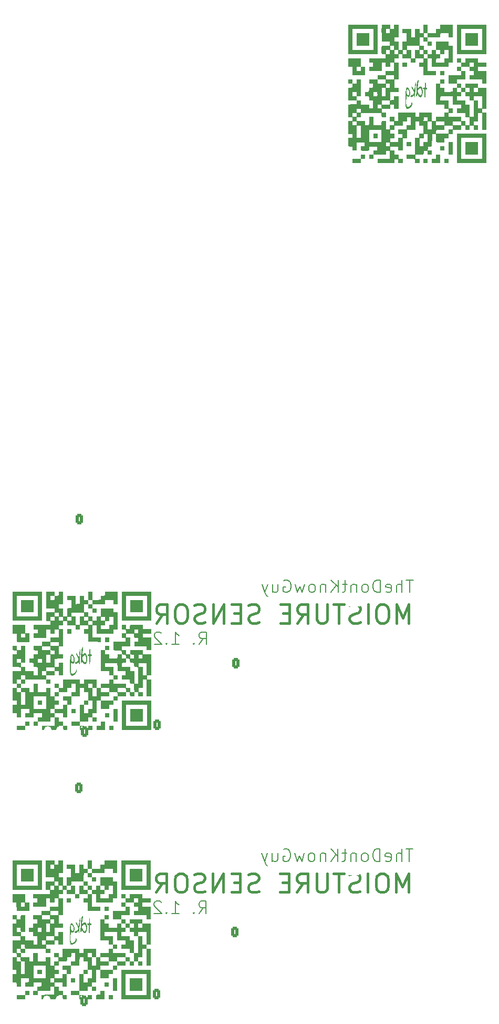
<source format=gbr>
%TF.GenerationSoftware,KiCad,Pcbnew,7.0.8*%
%TF.CreationDate,2023-11-09T16:26:40+02:00*%
%TF.ProjectId,sprinklers,73707269-6e6b-46c6-9572-732e6b696361,1.2*%
%TF.SameCoordinates,Original*%
%TF.FileFunction,Legend,Bot*%
%TF.FilePolarity,Positive*%
%FSLAX46Y46*%
G04 Gerber Fmt 4.6, Leading zero omitted, Abs format (unit mm)*
G04 Created by KiCad (PCBNEW 7.0.8) date 2023-11-09 16:26:40*
%MOMM*%
%LPD*%
G01*
G04 APERTURE LIST*
G04 Aperture macros list*
%AMRoundRect*
0 Rectangle with rounded corners*
0 $1 Rounding radius*
0 $2 $3 $4 $5 $6 $7 $8 $9 X,Y pos of 4 corners*
0 Add a 4 corners polygon primitive as box body*
4,1,4,$2,$3,$4,$5,$6,$7,$8,$9,$2,$3,0*
0 Add four circle primitives for the rounded corners*
1,1,$1+$1,$2,$3*
1,1,$1+$1,$4,$5*
1,1,$1+$1,$6,$7*
1,1,$1+$1,$8,$9*
0 Add four rect primitives between the rounded corners*
20,1,$1+$1,$2,$3,$4,$5,0*
20,1,$1+$1,$4,$5,$6,$7,0*
20,1,$1+$1,$6,$7,$8,$9,0*
20,1,$1+$1,$8,$9,$2,$3,0*%
%AMFreePoly0*
4,1,41,-22.500000,1.388890,-22.492142,1.520800,-22.447241,1.727208,-22.364088,1.921388,-22.245689,2.096323,-22.096323,2.245689,-21.921388,2.364088,-21.727208,2.447241,-21.520800,2.492142,-21.388890,2.500000,21.388890,2.500000,21.520800,2.492142,21.727208,2.447241,21.921388,2.364088,22.096323,2.245689,22.245689,2.096323,22.364088,1.921388,22.447241,1.727208,22.492142,1.520800,22.500000,1.388890,
22.500000,-1.388890,22.492142,-1.520800,22.447241,-1.727208,22.364088,-1.921388,22.245689,-2.096323,22.096323,-2.245689,21.921388,-2.364088,21.727208,-2.447241,21.520800,-2.492142,21.388890,-2.500000,-21.388890,-2.500000,-21.520800,-2.492142,-21.727208,-2.447241,-21.921388,-2.364088,-22.096323,-2.245689,-22.245689,-2.096323,-22.364088,-1.921388,-22.447241,-1.727208,-22.492142,-1.520800,-22.500000,-1.388890,
-22.500000,1.388890,-22.500000,1.388890,$1*%
G04 Aperture macros list end*
%ADD10C,0.150000*%
%ADD11C,0.400000*%
%ADD12RoundRect,0.250000X0.350000X0.625000X-0.350000X0.625000X-0.350000X-0.625000X0.350000X-0.625000X0*%
%ADD13O,1.200000X1.750000*%
%ADD14C,1.440000*%
%ADD15RoundRect,0.250000X-0.350000X-0.625000X0.350000X-0.625000X0.350000X0.625000X-0.350000X0.625000X0*%
%ADD16R,2.000000X2.000000*%
%ADD17C,2.000000*%
%ADD18R,3.000000X3.000000*%
%ADD19C,3.000000*%
%ADD20FreePoly0,180.000000*%
%ADD21C,0.500000*%
%ADD22C,2.500000*%
%ADD23RoundRect,0.250000X-0.625000X0.350000X-0.625000X-0.350000X0.625000X-0.350000X0.625000X0.350000X0*%
%ADD24O,1.750000X1.200000*%
G04 APERTURE END LIST*
D10*
X31571240Y-47991792D02*
X32237907Y-47039411D01*
X32714097Y-47991792D02*
X32714097Y-45991792D01*
X32714097Y-45991792D02*
X31952192Y-45991792D01*
X31952192Y-45991792D02*
X31761716Y-46087030D01*
X31761716Y-46087030D02*
X31666478Y-46182268D01*
X31666478Y-46182268D02*
X31571240Y-46372744D01*
X31571240Y-46372744D02*
X31571240Y-46658458D01*
X31571240Y-46658458D02*
X31666478Y-46848934D01*
X31666478Y-46848934D02*
X31761716Y-46944173D01*
X31761716Y-46944173D02*
X31952192Y-47039411D01*
X31952192Y-47039411D02*
X32714097Y-47039411D01*
X30714097Y-47801315D02*
X30618859Y-47896554D01*
X30618859Y-47896554D02*
X30714097Y-47991792D01*
X30714097Y-47991792D02*
X30809335Y-47896554D01*
X30809335Y-47896554D02*
X30714097Y-47801315D01*
X30714097Y-47801315D02*
X30714097Y-47991792D01*
X27190287Y-47991792D02*
X28333144Y-47991792D01*
X27761716Y-47991792D02*
X27761716Y-45991792D01*
X27761716Y-45991792D02*
X27952192Y-46277506D01*
X27952192Y-46277506D02*
X28142668Y-46467982D01*
X28142668Y-46467982D02*
X28333144Y-46563220D01*
X26333144Y-47801315D02*
X26237906Y-47896554D01*
X26237906Y-47896554D02*
X26333144Y-47991792D01*
X26333144Y-47991792D02*
X26428382Y-47896554D01*
X26428382Y-47896554D02*
X26333144Y-47801315D01*
X26333144Y-47801315D02*
X26333144Y-47991792D01*
X25476001Y-46182268D02*
X25380763Y-46087030D01*
X25380763Y-46087030D02*
X25190287Y-45991792D01*
X25190287Y-45991792D02*
X24714096Y-45991792D01*
X24714096Y-45991792D02*
X24523620Y-46087030D01*
X24523620Y-46087030D02*
X24428382Y-46182268D01*
X24428382Y-46182268D02*
X24333144Y-46372744D01*
X24333144Y-46372744D02*
X24333144Y-46563220D01*
X24333144Y-46563220D02*
X24428382Y-46848934D01*
X24428382Y-46848934D02*
X25571239Y-47991792D01*
X25571239Y-47991792D02*
X24333144Y-47991792D01*
D11*
X65375747Y-44543581D02*
X65375747Y-41543581D01*
X65375747Y-41543581D02*
X64375747Y-43686438D01*
X64375747Y-43686438D02*
X63375747Y-41543581D01*
X63375747Y-41543581D02*
X63375747Y-44543581D01*
X61375747Y-41543581D02*
X60804319Y-41543581D01*
X60804319Y-41543581D02*
X60518604Y-41686438D01*
X60518604Y-41686438D02*
X60232890Y-41972152D01*
X60232890Y-41972152D02*
X60090033Y-42543581D01*
X60090033Y-42543581D02*
X60090033Y-43543581D01*
X60090033Y-43543581D02*
X60232890Y-44115009D01*
X60232890Y-44115009D02*
X60518604Y-44400724D01*
X60518604Y-44400724D02*
X60804319Y-44543581D01*
X60804319Y-44543581D02*
X61375747Y-44543581D01*
X61375747Y-44543581D02*
X61661462Y-44400724D01*
X61661462Y-44400724D02*
X61947176Y-44115009D01*
X61947176Y-44115009D02*
X62090033Y-43543581D01*
X62090033Y-43543581D02*
X62090033Y-42543581D01*
X62090033Y-42543581D02*
X61947176Y-41972152D01*
X61947176Y-41972152D02*
X61661462Y-41686438D01*
X61661462Y-41686438D02*
X61375747Y-41543581D01*
X58804319Y-44543581D02*
X58804319Y-41543581D01*
X57518605Y-44400724D02*
X57090034Y-44543581D01*
X57090034Y-44543581D02*
X56375748Y-44543581D01*
X56375748Y-44543581D02*
X56090034Y-44400724D01*
X56090034Y-44400724D02*
X55947176Y-44257866D01*
X55947176Y-44257866D02*
X55804319Y-43972152D01*
X55804319Y-43972152D02*
X55804319Y-43686438D01*
X55804319Y-43686438D02*
X55947176Y-43400724D01*
X55947176Y-43400724D02*
X56090034Y-43257866D01*
X56090034Y-43257866D02*
X56375748Y-43115009D01*
X56375748Y-43115009D02*
X56947176Y-42972152D01*
X56947176Y-42972152D02*
X57232891Y-42829295D01*
X57232891Y-42829295D02*
X57375748Y-42686438D01*
X57375748Y-42686438D02*
X57518605Y-42400724D01*
X57518605Y-42400724D02*
X57518605Y-42115009D01*
X57518605Y-42115009D02*
X57375748Y-41829295D01*
X57375748Y-41829295D02*
X57232891Y-41686438D01*
X57232891Y-41686438D02*
X56947176Y-41543581D01*
X56947176Y-41543581D02*
X56232891Y-41543581D01*
X56232891Y-41543581D02*
X55804319Y-41686438D01*
X54947176Y-41543581D02*
X53232891Y-41543581D01*
X54090033Y-44543581D02*
X54090033Y-41543581D01*
X52232891Y-41543581D02*
X52232891Y-43972152D01*
X52232891Y-43972152D02*
X52090034Y-44257866D01*
X52090034Y-44257866D02*
X51947177Y-44400724D01*
X51947177Y-44400724D02*
X51661462Y-44543581D01*
X51661462Y-44543581D02*
X51090034Y-44543581D01*
X51090034Y-44543581D02*
X50804319Y-44400724D01*
X50804319Y-44400724D02*
X50661462Y-44257866D01*
X50661462Y-44257866D02*
X50518605Y-43972152D01*
X50518605Y-43972152D02*
X50518605Y-41543581D01*
X47375748Y-44543581D02*
X48375748Y-43115009D01*
X49090034Y-44543581D02*
X49090034Y-41543581D01*
X49090034Y-41543581D02*
X47947177Y-41543581D01*
X47947177Y-41543581D02*
X47661462Y-41686438D01*
X47661462Y-41686438D02*
X47518605Y-41829295D01*
X47518605Y-41829295D02*
X47375748Y-42115009D01*
X47375748Y-42115009D02*
X47375748Y-42543581D01*
X47375748Y-42543581D02*
X47518605Y-42829295D01*
X47518605Y-42829295D02*
X47661462Y-42972152D01*
X47661462Y-42972152D02*
X47947177Y-43115009D01*
X47947177Y-43115009D02*
X49090034Y-43115009D01*
X46090034Y-42972152D02*
X45090034Y-42972152D01*
X44661462Y-44543581D02*
X46090034Y-44543581D01*
X46090034Y-44543581D02*
X46090034Y-41543581D01*
X46090034Y-41543581D02*
X44661462Y-41543581D01*
X41232891Y-44400724D02*
X40804320Y-44543581D01*
X40804320Y-44543581D02*
X40090034Y-44543581D01*
X40090034Y-44543581D02*
X39804320Y-44400724D01*
X39804320Y-44400724D02*
X39661462Y-44257866D01*
X39661462Y-44257866D02*
X39518605Y-43972152D01*
X39518605Y-43972152D02*
X39518605Y-43686438D01*
X39518605Y-43686438D02*
X39661462Y-43400724D01*
X39661462Y-43400724D02*
X39804320Y-43257866D01*
X39804320Y-43257866D02*
X40090034Y-43115009D01*
X40090034Y-43115009D02*
X40661462Y-42972152D01*
X40661462Y-42972152D02*
X40947177Y-42829295D01*
X40947177Y-42829295D02*
X41090034Y-42686438D01*
X41090034Y-42686438D02*
X41232891Y-42400724D01*
X41232891Y-42400724D02*
X41232891Y-42115009D01*
X41232891Y-42115009D02*
X41090034Y-41829295D01*
X41090034Y-41829295D02*
X40947177Y-41686438D01*
X40947177Y-41686438D02*
X40661462Y-41543581D01*
X40661462Y-41543581D02*
X39947177Y-41543581D01*
X39947177Y-41543581D02*
X39518605Y-41686438D01*
X38232891Y-42972152D02*
X37232891Y-42972152D01*
X36804319Y-44543581D02*
X38232891Y-44543581D01*
X38232891Y-44543581D02*
X38232891Y-41543581D01*
X38232891Y-41543581D02*
X36804319Y-41543581D01*
X35518605Y-44543581D02*
X35518605Y-41543581D01*
X35518605Y-41543581D02*
X33804319Y-44543581D01*
X33804319Y-44543581D02*
X33804319Y-41543581D01*
X32518605Y-44400724D02*
X32090034Y-44543581D01*
X32090034Y-44543581D02*
X31375748Y-44543581D01*
X31375748Y-44543581D02*
X31090034Y-44400724D01*
X31090034Y-44400724D02*
X30947176Y-44257866D01*
X30947176Y-44257866D02*
X30804319Y-43972152D01*
X30804319Y-43972152D02*
X30804319Y-43686438D01*
X30804319Y-43686438D02*
X30947176Y-43400724D01*
X30947176Y-43400724D02*
X31090034Y-43257866D01*
X31090034Y-43257866D02*
X31375748Y-43115009D01*
X31375748Y-43115009D02*
X31947176Y-42972152D01*
X31947176Y-42972152D02*
X32232891Y-42829295D01*
X32232891Y-42829295D02*
X32375748Y-42686438D01*
X32375748Y-42686438D02*
X32518605Y-42400724D01*
X32518605Y-42400724D02*
X32518605Y-42115009D01*
X32518605Y-42115009D02*
X32375748Y-41829295D01*
X32375748Y-41829295D02*
X32232891Y-41686438D01*
X32232891Y-41686438D02*
X31947176Y-41543581D01*
X31947176Y-41543581D02*
X31232891Y-41543581D01*
X31232891Y-41543581D02*
X30804319Y-41686438D01*
X28947176Y-41543581D02*
X28375748Y-41543581D01*
X28375748Y-41543581D02*
X28090033Y-41686438D01*
X28090033Y-41686438D02*
X27804319Y-41972152D01*
X27804319Y-41972152D02*
X27661462Y-42543581D01*
X27661462Y-42543581D02*
X27661462Y-43543581D01*
X27661462Y-43543581D02*
X27804319Y-44115009D01*
X27804319Y-44115009D02*
X28090033Y-44400724D01*
X28090033Y-44400724D02*
X28375748Y-44543581D01*
X28375748Y-44543581D02*
X28947176Y-44543581D01*
X28947176Y-44543581D02*
X29232891Y-44400724D01*
X29232891Y-44400724D02*
X29518605Y-44115009D01*
X29518605Y-44115009D02*
X29661462Y-43543581D01*
X29661462Y-43543581D02*
X29661462Y-42543581D01*
X29661462Y-42543581D02*
X29518605Y-41972152D01*
X29518605Y-41972152D02*
X29232891Y-41686438D01*
X29232891Y-41686438D02*
X28947176Y-41543581D01*
X24661462Y-44543581D02*
X25661462Y-43115009D01*
X26375748Y-44543581D02*
X26375748Y-41543581D01*
X26375748Y-41543581D02*
X25232891Y-41543581D01*
X25232891Y-41543581D02*
X24947176Y-41686438D01*
X24947176Y-41686438D02*
X24804319Y-41829295D01*
X24804319Y-41829295D02*
X24661462Y-42115009D01*
X24661462Y-42115009D02*
X24661462Y-42543581D01*
X24661462Y-42543581D02*
X24804319Y-42829295D01*
X24804319Y-42829295D02*
X24947176Y-42972152D01*
X24947176Y-42972152D02*
X25232891Y-43115009D01*
X25232891Y-43115009D02*
X26375748Y-43115009D01*
D10*
X31610122Y-4683369D02*
X32276789Y-3730988D01*
X32752979Y-4683369D02*
X32752979Y-2683369D01*
X32752979Y-2683369D02*
X31991074Y-2683369D01*
X31991074Y-2683369D02*
X31800598Y-2778607D01*
X31800598Y-2778607D02*
X31705360Y-2873845D01*
X31705360Y-2873845D02*
X31610122Y-3064321D01*
X31610122Y-3064321D02*
X31610122Y-3350035D01*
X31610122Y-3350035D02*
X31705360Y-3540511D01*
X31705360Y-3540511D02*
X31800598Y-3635750D01*
X31800598Y-3635750D02*
X31991074Y-3730988D01*
X31991074Y-3730988D02*
X32752979Y-3730988D01*
X30752979Y-4492892D02*
X30657741Y-4588131D01*
X30657741Y-4588131D02*
X30752979Y-4683369D01*
X30752979Y-4683369D02*
X30848217Y-4588131D01*
X30848217Y-4588131D02*
X30752979Y-4492892D01*
X30752979Y-4492892D02*
X30752979Y-4683369D01*
X27229169Y-4683369D02*
X28372026Y-4683369D01*
X27800598Y-4683369D02*
X27800598Y-2683369D01*
X27800598Y-2683369D02*
X27991074Y-2969083D01*
X27991074Y-2969083D02*
X28181550Y-3159559D01*
X28181550Y-3159559D02*
X28372026Y-3254797D01*
X26372026Y-4492892D02*
X26276788Y-4588131D01*
X26276788Y-4588131D02*
X26372026Y-4683369D01*
X26372026Y-4683369D02*
X26467264Y-4588131D01*
X26467264Y-4588131D02*
X26372026Y-4492892D01*
X26372026Y-4492892D02*
X26372026Y-4683369D01*
X25514883Y-2873845D02*
X25419645Y-2778607D01*
X25419645Y-2778607D02*
X25229169Y-2683369D01*
X25229169Y-2683369D02*
X24752978Y-2683369D01*
X24752978Y-2683369D02*
X24562502Y-2778607D01*
X24562502Y-2778607D02*
X24467264Y-2873845D01*
X24467264Y-2873845D02*
X24372026Y-3064321D01*
X24372026Y-3064321D02*
X24372026Y-3254797D01*
X24372026Y-3254797D02*
X24467264Y-3540511D01*
X24467264Y-3540511D02*
X25610121Y-4683369D01*
X25610121Y-4683369D02*
X24372026Y-4683369D01*
D11*
X65414629Y-1235158D02*
X65414629Y1764842D01*
X65414629Y1764842D02*
X64414629Y-378015D01*
X64414629Y-378015D02*
X63414629Y1764842D01*
X63414629Y1764842D02*
X63414629Y-1235158D01*
X61414629Y1764842D02*
X60843201Y1764842D01*
X60843201Y1764842D02*
X60557486Y1621985D01*
X60557486Y1621985D02*
X60271772Y1336271D01*
X60271772Y1336271D02*
X60128915Y764842D01*
X60128915Y764842D02*
X60128915Y-235158D01*
X60128915Y-235158D02*
X60271772Y-806586D01*
X60271772Y-806586D02*
X60557486Y-1092301D01*
X60557486Y-1092301D02*
X60843201Y-1235158D01*
X60843201Y-1235158D02*
X61414629Y-1235158D01*
X61414629Y-1235158D02*
X61700344Y-1092301D01*
X61700344Y-1092301D02*
X61986058Y-806586D01*
X61986058Y-806586D02*
X62128915Y-235158D01*
X62128915Y-235158D02*
X62128915Y764842D01*
X62128915Y764842D02*
X61986058Y1336271D01*
X61986058Y1336271D02*
X61700344Y1621985D01*
X61700344Y1621985D02*
X61414629Y1764842D01*
X58843201Y-1235158D02*
X58843201Y1764842D01*
X57557487Y-1092301D02*
X57128916Y-1235158D01*
X57128916Y-1235158D02*
X56414630Y-1235158D01*
X56414630Y-1235158D02*
X56128916Y-1092301D01*
X56128916Y-1092301D02*
X55986058Y-949443D01*
X55986058Y-949443D02*
X55843201Y-663729D01*
X55843201Y-663729D02*
X55843201Y-378015D01*
X55843201Y-378015D02*
X55986058Y-92301D01*
X55986058Y-92301D02*
X56128916Y50557D01*
X56128916Y50557D02*
X56414630Y193414D01*
X56414630Y193414D02*
X56986058Y336271D01*
X56986058Y336271D02*
X57271773Y479128D01*
X57271773Y479128D02*
X57414630Y621985D01*
X57414630Y621985D02*
X57557487Y907699D01*
X57557487Y907699D02*
X57557487Y1193414D01*
X57557487Y1193414D02*
X57414630Y1479128D01*
X57414630Y1479128D02*
X57271773Y1621985D01*
X57271773Y1621985D02*
X56986058Y1764842D01*
X56986058Y1764842D02*
X56271773Y1764842D01*
X56271773Y1764842D02*
X55843201Y1621985D01*
X54986058Y1764842D02*
X53271773Y1764842D01*
X54128915Y-1235158D02*
X54128915Y1764842D01*
X52271773Y1764842D02*
X52271773Y-663729D01*
X52271773Y-663729D02*
X52128916Y-949443D01*
X52128916Y-949443D02*
X51986059Y-1092301D01*
X51986059Y-1092301D02*
X51700344Y-1235158D01*
X51700344Y-1235158D02*
X51128916Y-1235158D01*
X51128916Y-1235158D02*
X50843201Y-1092301D01*
X50843201Y-1092301D02*
X50700344Y-949443D01*
X50700344Y-949443D02*
X50557487Y-663729D01*
X50557487Y-663729D02*
X50557487Y1764842D01*
X47414630Y-1235158D02*
X48414630Y193414D01*
X49128916Y-1235158D02*
X49128916Y1764842D01*
X49128916Y1764842D02*
X47986059Y1764842D01*
X47986059Y1764842D02*
X47700344Y1621985D01*
X47700344Y1621985D02*
X47557487Y1479128D01*
X47557487Y1479128D02*
X47414630Y1193414D01*
X47414630Y1193414D02*
X47414630Y764842D01*
X47414630Y764842D02*
X47557487Y479128D01*
X47557487Y479128D02*
X47700344Y336271D01*
X47700344Y336271D02*
X47986059Y193414D01*
X47986059Y193414D02*
X49128916Y193414D01*
X46128916Y336271D02*
X45128916Y336271D01*
X44700344Y-1235158D02*
X46128916Y-1235158D01*
X46128916Y-1235158D02*
X46128916Y1764842D01*
X46128916Y1764842D02*
X44700344Y1764842D01*
X41271773Y-1092301D02*
X40843202Y-1235158D01*
X40843202Y-1235158D02*
X40128916Y-1235158D01*
X40128916Y-1235158D02*
X39843202Y-1092301D01*
X39843202Y-1092301D02*
X39700344Y-949443D01*
X39700344Y-949443D02*
X39557487Y-663729D01*
X39557487Y-663729D02*
X39557487Y-378015D01*
X39557487Y-378015D02*
X39700344Y-92301D01*
X39700344Y-92301D02*
X39843202Y50557D01*
X39843202Y50557D02*
X40128916Y193414D01*
X40128916Y193414D02*
X40700344Y336271D01*
X40700344Y336271D02*
X40986059Y479128D01*
X40986059Y479128D02*
X41128916Y621985D01*
X41128916Y621985D02*
X41271773Y907699D01*
X41271773Y907699D02*
X41271773Y1193414D01*
X41271773Y1193414D02*
X41128916Y1479128D01*
X41128916Y1479128D02*
X40986059Y1621985D01*
X40986059Y1621985D02*
X40700344Y1764842D01*
X40700344Y1764842D02*
X39986059Y1764842D01*
X39986059Y1764842D02*
X39557487Y1621985D01*
X38271773Y336271D02*
X37271773Y336271D01*
X36843201Y-1235158D02*
X38271773Y-1235158D01*
X38271773Y-1235158D02*
X38271773Y1764842D01*
X38271773Y1764842D02*
X36843201Y1764842D01*
X35557487Y-1235158D02*
X35557487Y1764842D01*
X35557487Y1764842D02*
X33843201Y-1235158D01*
X33843201Y-1235158D02*
X33843201Y1764842D01*
X32557487Y-1092301D02*
X32128916Y-1235158D01*
X32128916Y-1235158D02*
X31414630Y-1235158D01*
X31414630Y-1235158D02*
X31128916Y-1092301D01*
X31128916Y-1092301D02*
X30986058Y-949443D01*
X30986058Y-949443D02*
X30843201Y-663729D01*
X30843201Y-663729D02*
X30843201Y-378015D01*
X30843201Y-378015D02*
X30986058Y-92301D01*
X30986058Y-92301D02*
X31128916Y50557D01*
X31128916Y50557D02*
X31414630Y193414D01*
X31414630Y193414D02*
X31986058Y336271D01*
X31986058Y336271D02*
X32271773Y479128D01*
X32271773Y479128D02*
X32414630Y621985D01*
X32414630Y621985D02*
X32557487Y907699D01*
X32557487Y907699D02*
X32557487Y1193414D01*
X32557487Y1193414D02*
X32414630Y1479128D01*
X32414630Y1479128D02*
X32271773Y1621985D01*
X32271773Y1621985D02*
X31986058Y1764842D01*
X31986058Y1764842D02*
X31271773Y1764842D01*
X31271773Y1764842D02*
X30843201Y1621985D01*
X28986058Y1764842D02*
X28414630Y1764842D01*
X28414630Y1764842D02*
X28128915Y1621985D01*
X28128915Y1621985D02*
X27843201Y1336271D01*
X27843201Y1336271D02*
X27700344Y764842D01*
X27700344Y764842D02*
X27700344Y-235158D01*
X27700344Y-235158D02*
X27843201Y-806586D01*
X27843201Y-806586D02*
X28128915Y-1092301D01*
X28128915Y-1092301D02*
X28414630Y-1235158D01*
X28414630Y-1235158D02*
X28986058Y-1235158D01*
X28986058Y-1235158D02*
X29271773Y-1092301D01*
X29271773Y-1092301D02*
X29557487Y-806586D01*
X29557487Y-806586D02*
X29700344Y-235158D01*
X29700344Y-235158D02*
X29700344Y764842D01*
X29700344Y764842D02*
X29557487Y1336271D01*
X29557487Y1336271D02*
X29271773Y1621985D01*
X29271773Y1621985D02*
X28986058Y1764842D01*
X24700344Y-1235158D02*
X25700344Y193414D01*
X26414630Y-1235158D02*
X26414630Y1764842D01*
X26414630Y1764842D02*
X25271773Y1764842D01*
X25271773Y1764842D02*
X24986058Y1621985D01*
X24986058Y1621985D02*
X24843201Y1479128D01*
X24843201Y1479128D02*
X24700344Y1193414D01*
X24700344Y1193414D02*
X24700344Y764842D01*
X24700344Y764842D02*
X24843201Y479128D01*
X24843201Y479128D02*
X24986058Y336271D01*
X24986058Y336271D02*
X25271773Y193414D01*
X25271773Y193414D02*
X26414630Y193414D01*
D10*
X66102911Y5709461D02*
X64960054Y5709461D01*
X65531483Y3709461D02*
X65531483Y5709461D01*
X64293387Y3709461D02*
X64293387Y5709461D01*
X63436244Y3709461D02*
X63436244Y4757080D01*
X63436244Y4757080D02*
X63531482Y4947557D01*
X63531482Y4947557D02*
X63721958Y5042795D01*
X63721958Y5042795D02*
X64007673Y5042795D01*
X64007673Y5042795D02*
X64198149Y4947557D01*
X64198149Y4947557D02*
X64293387Y4852319D01*
X61721958Y3804699D02*
X61912434Y3709461D01*
X61912434Y3709461D02*
X62293387Y3709461D01*
X62293387Y3709461D02*
X62483863Y3804699D01*
X62483863Y3804699D02*
X62579101Y3995176D01*
X62579101Y3995176D02*
X62579101Y4757080D01*
X62579101Y4757080D02*
X62483863Y4947557D01*
X62483863Y4947557D02*
X62293387Y5042795D01*
X62293387Y5042795D02*
X61912434Y5042795D01*
X61912434Y5042795D02*
X61721958Y4947557D01*
X61721958Y4947557D02*
X61626720Y4757080D01*
X61626720Y4757080D02*
X61626720Y4566604D01*
X61626720Y4566604D02*
X62579101Y4376128D01*
X60769577Y3709461D02*
X60769577Y5709461D01*
X60769577Y5709461D02*
X60293387Y5709461D01*
X60293387Y5709461D02*
X60007672Y5614223D01*
X60007672Y5614223D02*
X59817196Y5423747D01*
X59817196Y5423747D02*
X59721958Y5233271D01*
X59721958Y5233271D02*
X59626720Y4852319D01*
X59626720Y4852319D02*
X59626720Y4566604D01*
X59626720Y4566604D02*
X59721958Y4185652D01*
X59721958Y4185652D02*
X59817196Y3995176D01*
X59817196Y3995176D02*
X60007672Y3804699D01*
X60007672Y3804699D02*
X60293387Y3709461D01*
X60293387Y3709461D02*
X60769577Y3709461D01*
X58483863Y3709461D02*
X58674339Y3804699D01*
X58674339Y3804699D02*
X58769577Y3899938D01*
X58769577Y3899938D02*
X58864815Y4090414D01*
X58864815Y4090414D02*
X58864815Y4661842D01*
X58864815Y4661842D02*
X58769577Y4852319D01*
X58769577Y4852319D02*
X58674339Y4947557D01*
X58674339Y4947557D02*
X58483863Y5042795D01*
X58483863Y5042795D02*
X58198148Y5042795D01*
X58198148Y5042795D02*
X58007672Y4947557D01*
X58007672Y4947557D02*
X57912434Y4852319D01*
X57912434Y4852319D02*
X57817196Y4661842D01*
X57817196Y4661842D02*
X57817196Y4090414D01*
X57817196Y4090414D02*
X57912434Y3899938D01*
X57912434Y3899938D02*
X58007672Y3804699D01*
X58007672Y3804699D02*
X58198148Y3709461D01*
X58198148Y3709461D02*
X58483863Y3709461D01*
X56960053Y5042795D02*
X56960053Y3709461D01*
X56960053Y4852319D02*
X56864815Y4947557D01*
X56864815Y4947557D02*
X56674339Y5042795D01*
X56674339Y5042795D02*
X56388624Y5042795D01*
X56388624Y5042795D02*
X56198148Y4947557D01*
X56198148Y4947557D02*
X56102910Y4757080D01*
X56102910Y4757080D02*
X56102910Y3709461D01*
X55436243Y5042795D02*
X54674339Y5042795D01*
X55150529Y5709461D02*
X55150529Y3995176D01*
X55150529Y3995176D02*
X55055291Y3804699D01*
X55055291Y3804699D02*
X54864815Y3709461D01*
X54864815Y3709461D02*
X54674339Y3709461D01*
X54007672Y3709461D02*
X54007672Y5709461D01*
X52864815Y3709461D02*
X53721958Y4852319D01*
X52864815Y5709461D02*
X54007672Y4566604D01*
X52007672Y5042795D02*
X52007672Y3709461D01*
X52007672Y4852319D02*
X51912434Y4947557D01*
X51912434Y4947557D02*
X51721958Y5042795D01*
X51721958Y5042795D02*
X51436243Y5042795D01*
X51436243Y5042795D02*
X51245767Y4947557D01*
X51245767Y4947557D02*
X51150529Y4757080D01*
X51150529Y4757080D02*
X51150529Y3709461D01*
X49912434Y3709461D02*
X50102910Y3804699D01*
X50102910Y3804699D02*
X50198148Y3899938D01*
X50198148Y3899938D02*
X50293386Y4090414D01*
X50293386Y4090414D02*
X50293386Y4661842D01*
X50293386Y4661842D02*
X50198148Y4852319D01*
X50198148Y4852319D02*
X50102910Y4947557D01*
X50102910Y4947557D02*
X49912434Y5042795D01*
X49912434Y5042795D02*
X49626719Y5042795D01*
X49626719Y5042795D02*
X49436243Y4947557D01*
X49436243Y4947557D02*
X49341005Y4852319D01*
X49341005Y4852319D02*
X49245767Y4661842D01*
X49245767Y4661842D02*
X49245767Y4090414D01*
X49245767Y4090414D02*
X49341005Y3899938D01*
X49341005Y3899938D02*
X49436243Y3804699D01*
X49436243Y3804699D02*
X49626719Y3709461D01*
X49626719Y3709461D02*
X49912434Y3709461D01*
X48579100Y5042795D02*
X48198148Y3709461D01*
X48198148Y3709461D02*
X47817195Y4661842D01*
X47817195Y4661842D02*
X47436243Y3709461D01*
X47436243Y3709461D02*
X47055291Y5042795D01*
X45245767Y5614223D02*
X45436243Y5709461D01*
X45436243Y5709461D02*
X45721957Y5709461D01*
X45721957Y5709461D02*
X46007672Y5614223D01*
X46007672Y5614223D02*
X46198148Y5423747D01*
X46198148Y5423747D02*
X46293386Y5233271D01*
X46293386Y5233271D02*
X46388624Y4852319D01*
X46388624Y4852319D02*
X46388624Y4566604D01*
X46388624Y4566604D02*
X46293386Y4185652D01*
X46293386Y4185652D02*
X46198148Y3995176D01*
X46198148Y3995176D02*
X46007672Y3804699D01*
X46007672Y3804699D02*
X45721957Y3709461D01*
X45721957Y3709461D02*
X45531481Y3709461D01*
X45531481Y3709461D02*
X45245767Y3804699D01*
X45245767Y3804699D02*
X45150529Y3899938D01*
X45150529Y3899938D02*
X45150529Y4566604D01*
X45150529Y4566604D02*
X45531481Y4566604D01*
X43436243Y5042795D02*
X43436243Y3709461D01*
X44293386Y5042795D02*
X44293386Y3995176D01*
X44293386Y3995176D02*
X44198148Y3804699D01*
X44198148Y3804699D02*
X44007672Y3709461D01*
X44007672Y3709461D02*
X43721957Y3709461D01*
X43721957Y3709461D02*
X43531481Y3804699D01*
X43531481Y3804699D02*
X43436243Y3899938D01*
X42674338Y5042795D02*
X42198148Y3709461D01*
X41721957Y5042795D02*
X42198148Y3709461D01*
X42198148Y3709461D02*
X42388624Y3233271D01*
X42388624Y3233271D02*
X42483862Y3138033D01*
X42483862Y3138033D02*
X42674338Y3042795D01*
X66064029Y-37598962D02*
X64921172Y-37598962D01*
X65492601Y-39598962D02*
X65492601Y-37598962D01*
X64254505Y-39598962D02*
X64254505Y-37598962D01*
X63397362Y-39598962D02*
X63397362Y-38551343D01*
X63397362Y-38551343D02*
X63492600Y-38360866D01*
X63492600Y-38360866D02*
X63683076Y-38265628D01*
X63683076Y-38265628D02*
X63968791Y-38265628D01*
X63968791Y-38265628D02*
X64159267Y-38360866D01*
X64159267Y-38360866D02*
X64254505Y-38456104D01*
X61683076Y-39503724D02*
X61873552Y-39598962D01*
X61873552Y-39598962D02*
X62254505Y-39598962D01*
X62254505Y-39598962D02*
X62444981Y-39503724D01*
X62444981Y-39503724D02*
X62540219Y-39313247D01*
X62540219Y-39313247D02*
X62540219Y-38551343D01*
X62540219Y-38551343D02*
X62444981Y-38360866D01*
X62444981Y-38360866D02*
X62254505Y-38265628D01*
X62254505Y-38265628D02*
X61873552Y-38265628D01*
X61873552Y-38265628D02*
X61683076Y-38360866D01*
X61683076Y-38360866D02*
X61587838Y-38551343D01*
X61587838Y-38551343D02*
X61587838Y-38741819D01*
X61587838Y-38741819D02*
X62540219Y-38932295D01*
X60730695Y-39598962D02*
X60730695Y-37598962D01*
X60730695Y-37598962D02*
X60254505Y-37598962D01*
X60254505Y-37598962D02*
X59968790Y-37694200D01*
X59968790Y-37694200D02*
X59778314Y-37884676D01*
X59778314Y-37884676D02*
X59683076Y-38075152D01*
X59683076Y-38075152D02*
X59587838Y-38456104D01*
X59587838Y-38456104D02*
X59587838Y-38741819D01*
X59587838Y-38741819D02*
X59683076Y-39122771D01*
X59683076Y-39122771D02*
X59778314Y-39313247D01*
X59778314Y-39313247D02*
X59968790Y-39503724D01*
X59968790Y-39503724D02*
X60254505Y-39598962D01*
X60254505Y-39598962D02*
X60730695Y-39598962D01*
X58444981Y-39598962D02*
X58635457Y-39503724D01*
X58635457Y-39503724D02*
X58730695Y-39408485D01*
X58730695Y-39408485D02*
X58825933Y-39218009D01*
X58825933Y-39218009D02*
X58825933Y-38646581D01*
X58825933Y-38646581D02*
X58730695Y-38456104D01*
X58730695Y-38456104D02*
X58635457Y-38360866D01*
X58635457Y-38360866D02*
X58444981Y-38265628D01*
X58444981Y-38265628D02*
X58159266Y-38265628D01*
X58159266Y-38265628D02*
X57968790Y-38360866D01*
X57968790Y-38360866D02*
X57873552Y-38456104D01*
X57873552Y-38456104D02*
X57778314Y-38646581D01*
X57778314Y-38646581D02*
X57778314Y-39218009D01*
X57778314Y-39218009D02*
X57873552Y-39408485D01*
X57873552Y-39408485D02*
X57968790Y-39503724D01*
X57968790Y-39503724D02*
X58159266Y-39598962D01*
X58159266Y-39598962D02*
X58444981Y-39598962D01*
X56921171Y-38265628D02*
X56921171Y-39598962D01*
X56921171Y-38456104D02*
X56825933Y-38360866D01*
X56825933Y-38360866D02*
X56635457Y-38265628D01*
X56635457Y-38265628D02*
X56349742Y-38265628D01*
X56349742Y-38265628D02*
X56159266Y-38360866D01*
X56159266Y-38360866D02*
X56064028Y-38551343D01*
X56064028Y-38551343D02*
X56064028Y-39598962D01*
X55397361Y-38265628D02*
X54635457Y-38265628D01*
X55111647Y-37598962D02*
X55111647Y-39313247D01*
X55111647Y-39313247D02*
X55016409Y-39503724D01*
X55016409Y-39503724D02*
X54825933Y-39598962D01*
X54825933Y-39598962D02*
X54635457Y-39598962D01*
X53968790Y-39598962D02*
X53968790Y-37598962D01*
X52825933Y-39598962D02*
X53683076Y-38456104D01*
X52825933Y-37598962D02*
X53968790Y-38741819D01*
X51968790Y-38265628D02*
X51968790Y-39598962D01*
X51968790Y-38456104D02*
X51873552Y-38360866D01*
X51873552Y-38360866D02*
X51683076Y-38265628D01*
X51683076Y-38265628D02*
X51397361Y-38265628D01*
X51397361Y-38265628D02*
X51206885Y-38360866D01*
X51206885Y-38360866D02*
X51111647Y-38551343D01*
X51111647Y-38551343D02*
X51111647Y-39598962D01*
X49873552Y-39598962D02*
X50064028Y-39503724D01*
X50064028Y-39503724D02*
X50159266Y-39408485D01*
X50159266Y-39408485D02*
X50254504Y-39218009D01*
X50254504Y-39218009D02*
X50254504Y-38646581D01*
X50254504Y-38646581D02*
X50159266Y-38456104D01*
X50159266Y-38456104D02*
X50064028Y-38360866D01*
X50064028Y-38360866D02*
X49873552Y-38265628D01*
X49873552Y-38265628D02*
X49587837Y-38265628D01*
X49587837Y-38265628D02*
X49397361Y-38360866D01*
X49397361Y-38360866D02*
X49302123Y-38456104D01*
X49302123Y-38456104D02*
X49206885Y-38646581D01*
X49206885Y-38646581D02*
X49206885Y-39218009D01*
X49206885Y-39218009D02*
X49302123Y-39408485D01*
X49302123Y-39408485D02*
X49397361Y-39503724D01*
X49397361Y-39503724D02*
X49587837Y-39598962D01*
X49587837Y-39598962D02*
X49873552Y-39598962D01*
X48540218Y-38265628D02*
X48159266Y-39598962D01*
X48159266Y-39598962D02*
X47778313Y-38646581D01*
X47778313Y-38646581D02*
X47397361Y-39598962D01*
X47397361Y-39598962D02*
X47016409Y-38265628D01*
X45206885Y-37694200D02*
X45397361Y-37598962D01*
X45397361Y-37598962D02*
X45683075Y-37598962D01*
X45683075Y-37598962D02*
X45968790Y-37694200D01*
X45968790Y-37694200D02*
X46159266Y-37884676D01*
X46159266Y-37884676D02*
X46254504Y-38075152D01*
X46254504Y-38075152D02*
X46349742Y-38456104D01*
X46349742Y-38456104D02*
X46349742Y-38741819D01*
X46349742Y-38741819D02*
X46254504Y-39122771D01*
X46254504Y-39122771D02*
X46159266Y-39313247D01*
X46159266Y-39313247D02*
X45968790Y-39503724D01*
X45968790Y-39503724D02*
X45683075Y-39598962D01*
X45683075Y-39598962D02*
X45492599Y-39598962D01*
X45492599Y-39598962D02*
X45206885Y-39503724D01*
X45206885Y-39503724D02*
X45111647Y-39408485D01*
X45111647Y-39408485D02*
X45111647Y-38741819D01*
X45111647Y-38741819D02*
X45492599Y-38741819D01*
X43397361Y-38265628D02*
X43397361Y-39598962D01*
X44254504Y-38265628D02*
X44254504Y-39313247D01*
X44254504Y-39313247D02*
X44159266Y-39503724D01*
X44159266Y-39503724D02*
X43968790Y-39598962D01*
X43968790Y-39598962D02*
X43683075Y-39598962D01*
X43683075Y-39598962D02*
X43492599Y-39503724D01*
X43492599Y-39503724D02*
X43397361Y-39408485D01*
X42635456Y-38265628D02*
X42159266Y-39598962D01*
X41683075Y-38265628D02*
X42159266Y-39598962D01*
X42159266Y-39598962D02*
X42349742Y-40075152D01*
X42349742Y-40075152D02*
X42444980Y-40170390D01*
X42444980Y-40170390D02*
X42635456Y-40265628D01*
%TO.C,*%
G36*
X22463091Y-59385797D02*
G01*
X22463091Y-60399545D01*
X21449343Y-60399545D01*
X20435596Y-60399545D01*
X20435596Y-59385797D01*
X20435596Y-58372050D01*
X21449343Y-58372050D01*
X22463091Y-58372050D01*
X22463091Y-59385797D01*
G37*
G36*
X22463091Y-41814179D02*
G01*
X22463091Y-42827926D01*
X21449343Y-42827926D01*
X20435596Y-42827926D01*
X20435596Y-41814179D01*
X20435596Y-40800431D01*
X21449343Y-40800431D01*
X22463091Y-40800431D01*
X22463091Y-41814179D01*
G37*
G36*
X17732270Y-61420332D02*
G01*
X17732270Y-61765287D01*
X17387315Y-61765287D01*
X17042359Y-61765287D01*
X17042359Y-61420332D01*
X17042359Y-61075376D01*
X17387315Y-61075376D01*
X17732270Y-61075376D01*
X17732270Y-61420332D01*
G37*
G36*
X17056439Y-59392837D02*
G01*
X17056439Y-59737793D01*
X16711483Y-59737793D01*
X16366527Y-59737793D01*
X16366527Y-59392837D01*
X16366527Y-59047882D01*
X16711483Y-59047882D01*
X17056439Y-59047882D01*
X17056439Y-59392837D01*
G37*
G36*
X17056439Y-47227870D02*
G01*
X17056439Y-47572826D01*
X16711483Y-47572826D01*
X16366527Y-47572826D01*
X16366527Y-47227870D01*
X16366527Y-46882915D01*
X16711483Y-46882915D01*
X17056439Y-46882915D01*
X17056439Y-47227870D01*
G37*
G36*
X14353113Y-61420332D02*
G01*
X14353113Y-61765287D01*
X14008157Y-61765287D01*
X13663201Y-61765287D01*
X13663201Y-61420332D01*
X13663201Y-61075376D01*
X14008157Y-61075376D01*
X14353113Y-61075376D01*
X14353113Y-61420332D01*
G37*
G36*
X11649787Y-58717006D02*
G01*
X11649787Y-59061961D01*
X11304831Y-59061961D01*
X10959875Y-59061961D01*
X10959875Y-58717006D01*
X10959875Y-58372050D01*
X11304831Y-58372050D01*
X11649787Y-58372050D01*
X11649787Y-58717006D01*
G37*
G36*
X10973955Y-45876207D02*
G01*
X10973955Y-46221163D01*
X10629000Y-46221163D01*
X10284044Y-46221163D01*
X10284044Y-45876207D01*
X10284044Y-45531252D01*
X10629000Y-45531252D01*
X10973955Y-45531252D01*
X10973955Y-45876207D01*
G37*
G36*
X6243135Y-57365343D02*
G01*
X6243135Y-57710298D01*
X5898179Y-57710298D01*
X5553224Y-57710298D01*
X5553224Y-57365343D01*
X5553224Y-57020387D01*
X5898179Y-57020387D01*
X6243135Y-57020387D01*
X6243135Y-57365343D01*
G37*
G36*
X4891472Y-41814179D02*
G01*
X4891472Y-42827926D01*
X3877725Y-42827926D01*
X2863977Y-42827926D01*
X2863977Y-41814179D01*
X2863977Y-40800431D01*
X3877725Y-40800431D01*
X4891472Y-40800431D01*
X4891472Y-41814179D01*
G37*
G36*
X23814754Y-59385797D02*
G01*
X23814754Y-61751207D01*
X21449343Y-61751207D01*
X19083933Y-61751207D01*
X19083933Y-61075376D01*
X19759765Y-61075376D01*
X21449343Y-61075376D01*
X23138922Y-61075376D01*
X23138922Y-59385797D01*
X23138922Y-57696219D01*
X21449343Y-57696219D01*
X19759765Y-57696219D01*
X19759765Y-59385797D01*
X19759765Y-61075376D01*
X19083933Y-61075376D01*
X19083933Y-59385797D01*
X19083933Y-57020387D01*
X21449343Y-57020387D01*
X23814754Y-57020387D01*
X23814754Y-57696219D01*
X23814754Y-59385797D01*
G37*
G36*
X23814754Y-41814179D02*
G01*
X23814754Y-44179589D01*
X21449343Y-44179589D01*
X19083933Y-44179589D01*
X19083933Y-43503757D01*
X19759765Y-43503757D01*
X21449343Y-43503757D01*
X23138922Y-43503757D01*
X23138922Y-41814179D01*
X23138922Y-40124600D01*
X21449343Y-40124600D01*
X19759765Y-40124600D01*
X19759765Y-41814179D01*
X19759765Y-43503757D01*
X19083933Y-43503757D01*
X19083933Y-41814179D01*
X19083933Y-39448768D01*
X21449343Y-39448768D01*
X23814754Y-39448768D01*
X23814754Y-40124600D01*
X23814754Y-41814179D01*
G37*
G36*
X6243135Y-41814179D02*
G01*
X6243135Y-44179589D01*
X3877725Y-44179589D01*
X1512315Y-44179589D01*
X1512315Y-43503757D01*
X2188146Y-43503757D01*
X3877725Y-43503757D01*
X5567303Y-43503757D01*
X5567303Y-41814179D01*
X5567303Y-40124600D01*
X3877725Y-40124600D01*
X2188146Y-40124600D01*
X2188146Y-41814179D01*
X2188146Y-43503757D01*
X1512315Y-43503757D01*
X1512315Y-41814179D01*
X1512315Y-39448768D01*
X3877725Y-39448768D01*
X6243135Y-39448768D01*
X6243135Y-40124600D01*
X6243135Y-41814179D01*
G37*
G36*
X18408102Y-59392837D02*
G01*
X18408102Y-60413624D01*
X18063146Y-60413624D01*
X17718190Y-60413624D01*
X17717687Y-60082749D01*
X17717651Y-60057791D01*
X17717503Y-59935962D01*
X17717375Y-59798437D01*
X17717274Y-59655331D01*
X17717208Y-59516759D01*
X17717185Y-59392837D01*
X17717186Y-59365910D01*
X17717220Y-59237686D01*
X17717295Y-59097160D01*
X17717402Y-58954448D01*
X17717536Y-58819665D01*
X17717687Y-58702926D01*
X17718190Y-58372050D01*
X18063146Y-58372050D01*
X18408102Y-58372050D01*
X18408102Y-59392837D01*
G37*
G36*
X16380607Y-61082161D02*
G01*
X16380607Y-61764778D01*
X16046211Y-61769061D01*
X15987160Y-61769752D01*
X15896027Y-61770553D01*
X15815797Y-61770934D01*
X15750783Y-61770891D01*
X15705298Y-61770417D01*
X15683656Y-61769508D01*
X15676268Y-61768954D01*
X15642337Y-61767886D01*
X15586834Y-61766953D01*
X15514188Y-61766207D01*
X15428827Y-61765699D01*
X15335180Y-61765480D01*
X15014864Y-61765287D01*
X15014864Y-61420586D01*
X15014864Y-61075886D01*
X15349260Y-61072111D01*
X15683656Y-61068336D01*
X15687431Y-60733940D01*
X15691206Y-60399545D01*
X16035906Y-60399545D01*
X16380607Y-60399545D01*
X16380607Y-61082161D01*
G37*
G36*
X4215640Y-60744500D02*
G01*
X4215640Y-61089456D01*
X3877725Y-61089456D01*
X3539809Y-61089456D01*
X3539809Y-61427117D01*
X3539809Y-61764778D01*
X3205413Y-61769061D01*
X3146362Y-61769752D01*
X3055229Y-61770553D01*
X2974999Y-61770934D01*
X2909985Y-61770891D01*
X2864500Y-61770417D01*
X2842858Y-61769508D01*
X2835470Y-61768954D01*
X2801539Y-61767886D01*
X2746036Y-61766953D01*
X2673390Y-61766207D01*
X2588029Y-61765699D01*
X2494382Y-61765480D01*
X2174066Y-61765287D01*
X2174066Y-61420332D01*
X2174066Y-61075376D01*
X2849898Y-61075376D01*
X3525729Y-61075376D01*
X3525729Y-60737460D01*
X3525729Y-60399545D01*
X3870685Y-60399545D01*
X4215640Y-60399545D01*
X4215640Y-60744500D01*
G37*
G36*
X4215640Y-46889700D02*
G01*
X4215640Y-47572316D01*
X3881245Y-47576091D01*
X3836920Y-47576519D01*
X3745122Y-47577095D01*
X3638311Y-47577456D01*
X3519365Y-47577615D01*
X3391163Y-47577587D01*
X3256583Y-47577386D01*
X3118503Y-47577025D01*
X2979801Y-47576520D01*
X2843355Y-47575883D01*
X2712044Y-47575130D01*
X2588745Y-47574274D01*
X2476337Y-47573329D01*
X2377697Y-47572309D01*
X2295705Y-47571229D01*
X2233238Y-47570102D01*
X2193174Y-47568943D01*
X2178392Y-47567765D01*
X2177401Y-47553365D01*
X2176338Y-47513546D01*
X2175240Y-47451076D01*
X2174142Y-47368718D01*
X2173077Y-47269236D01*
X2172076Y-47155393D01*
X2171172Y-47029952D01*
X2170400Y-46895675D01*
X2170335Y-46882915D01*
X2863458Y-46882915D01*
X3187996Y-46882915D01*
X3198077Y-46882913D01*
X3305486Y-46882491D01*
X3387707Y-46881241D01*
X3447473Y-46879012D01*
X3487523Y-46875659D01*
X3510591Y-46871031D01*
X3519415Y-46864982D01*
X3520237Y-46860389D01*
X3521868Y-46831227D01*
X3522950Y-46780033D01*
X3523442Y-46711144D01*
X3523303Y-46628896D01*
X3522493Y-46537626D01*
X3518689Y-46228203D01*
X3194853Y-46228203D01*
X2871017Y-46228203D01*
X2867238Y-46555559D01*
X2863458Y-46882915D01*
X2170335Y-46882915D01*
X2167026Y-46228203D01*
X1833117Y-46224429D01*
X1499207Y-46220656D01*
X1495201Y-45886514D01*
X1495040Y-45872513D01*
X1494080Y-45749857D01*
X1493641Y-45611037D01*
X1493719Y-45466683D01*
X1494311Y-45327427D01*
X1495414Y-45203896D01*
X1499634Y-44855420D01*
X2519721Y-44855420D01*
X3539809Y-44855420D01*
X3539809Y-45531252D01*
X3539809Y-46207083D01*
X3877725Y-46207083D01*
X4215640Y-46207083D01*
X4215640Y-46711144D01*
X4215640Y-46889700D01*
G37*
G36*
X13988057Y-48741997D02*
G01*
X13989607Y-48742805D01*
X13997789Y-48746779D01*
X14004238Y-48751478D01*
X14009176Y-48759949D01*
X14012829Y-48775240D01*
X14015418Y-48800401D01*
X14017169Y-48838478D01*
X14018304Y-48892521D01*
X14019048Y-48965577D01*
X14019623Y-49060696D01*
X14020254Y-49180924D01*
X14020644Y-49254637D01*
X14021527Y-49356636D01*
X14023551Y-49435432D01*
X14027693Y-49494121D01*
X14034931Y-49535797D01*
X14046241Y-49563555D01*
X14062602Y-49580490D01*
X14084990Y-49589696D01*
X14114384Y-49594270D01*
X14151760Y-49597305D01*
X14187140Y-49601248D01*
X14228041Y-49609092D01*
X14251034Y-49617847D01*
X14256655Y-49624584D01*
X14266155Y-49656670D01*
X14267739Y-49700416D01*
X14261618Y-49744697D01*
X14248001Y-49778390D01*
X14239123Y-49789173D01*
X14195755Y-49821462D01*
X14139698Y-49844786D01*
X14082764Y-49853757D01*
X14080456Y-49853777D01*
X14042982Y-49858991D01*
X14018013Y-49870653D01*
X14015736Y-49874333D01*
X14010945Y-49894990D01*
X14007191Y-49933808D01*
X14004397Y-49992784D01*
X14002486Y-50073917D01*
X14001381Y-50179205D01*
X14001004Y-50310648D01*
X14000110Y-50462493D01*
X13996410Y-50633290D01*
X13989731Y-50777909D01*
X13979958Y-50897386D01*
X13966974Y-50992758D01*
X13950663Y-51065063D01*
X13930909Y-51115336D01*
X13907596Y-51144614D01*
X13890791Y-51153201D01*
X13859040Y-51149812D01*
X13834784Y-51122805D01*
X13834325Y-51121414D01*
X13832033Y-51097554D01*
X13830599Y-51049976D01*
X13830032Y-50982483D01*
X13830343Y-50898879D01*
X13831543Y-50802966D01*
X13833641Y-50698547D01*
X13835840Y-50602074D01*
X13838370Y-50481222D01*
X13840640Y-50362351D01*
X13842530Y-50252004D01*
X13843925Y-50156723D01*
X13844705Y-50083050D01*
X13844984Y-50046894D01*
X13845062Y-49969813D01*
X13842430Y-49915159D01*
X13834869Y-49878785D01*
X13820157Y-49856543D01*
X13796075Y-49844283D01*
X13760401Y-49837858D01*
X13710916Y-49833119D01*
X13706782Y-49832729D01*
X13655344Y-49824946D01*
X13621383Y-49811302D01*
X13594911Y-49787903D01*
X13577927Y-49765754D01*
X13567842Y-49735312D01*
X13570924Y-49692933D01*
X13574973Y-49671142D01*
X13589014Y-49632268D01*
X13613907Y-49608247D01*
X13655374Y-49595051D01*
X13719141Y-49588654D01*
X13755855Y-49585676D01*
X13807730Y-49576275D01*
X13834372Y-49562455D01*
X13836486Y-49558760D01*
X13842522Y-49532833D01*
X13847791Y-49484060D01*
X13852382Y-49411112D01*
X13856387Y-49312663D01*
X13859895Y-49187385D01*
X13862669Y-49080164D01*
X13865712Y-48989783D01*
X13869114Y-48920795D01*
X13873156Y-48869708D01*
X13878120Y-48833027D01*
X13884287Y-48807261D01*
X13891936Y-48788917D01*
X13916860Y-48753163D01*
X13950433Y-48734001D01*
X13988057Y-48741997D01*
G37*
G36*
X12417233Y-48776846D02*
G01*
X12432959Y-48806740D01*
X12434344Y-48817476D01*
X12434985Y-48857362D01*
X12433173Y-48919341D01*
X12429145Y-48999519D01*
X12423137Y-49094001D01*
X12415385Y-49198892D01*
X12406123Y-49310297D01*
X12395588Y-49424323D01*
X12384155Y-49540939D01*
X12370762Y-49674360D01*
X12358942Y-49787834D01*
X12348210Y-49885985D01*
X12338082Y-49973436D01*
X12336668Y-49986732D01*
X12332333Y-50046833D01*
X12328465Y-50129873D01*
X12325177Y-50231866D01*
X12322581Y-50348824D01*
X12320793Y-50476758D01*
X12319924Y-50611682D01*
X12319589Y-50721250D01*
X12319053Y-50831996D01*
X12318232Y-50919750D01*
X12316968Y-50987356D01*
X12315103Y-51037657D01*
X12312479Y-51073496D01*
X12308939Y-51097718D01*
X12304326Y-51113167D01*
X12298481Y-51122684D01*
X12291248Y-51129116D01*
X12280868Y-51136196D01*
X12250579Y-51148144D01*
X12227156Y-51139753D01*
X12209273Y-51109079D01*
X12195603Y-51054177D01*
X12184820Y-50973103D01*
X12177859Y-50916900D01*
X12164269Y-50849997D01*
X12147435Y-50810241D01*
X12127183Y-50797106D01*
X12113751Y-50804594D01*
X12086801Y-50828266D01*
X12053759Y-50862500D01*
X12028675Y-50889965D01*
X11952982Y-50968424D01*
X11886878Y-51030002D01*
X11832626Y-51072689D01*
X11792487Y-51094477D01*
X11778252Y-51098547D01*
X11720592Y-51105728D01*
X11661504Y-51101744D01*
X11610531Y-51087883D01*
X11577212Y-51065432D01*
X11548603Y-51011796D01*
X11542328Y-50950723D01*
X11560911Y-50892779D01*
X11574650Y-50872338D01*
X11603658Y-50849058D01*
X11648494Y-50836569D01*
X11663253Y-50833608D01*
X11735826Y-50810025D01*
X11815180Y-50772462D01*
X11890704Y-50725773D01*
X11928483Y-50697256D01*
X12010846Y-50616691D01*
X12066020Y-50529382D01*
X12094302Y-50434493D01*
X12095990Y-50331190D01*
X12071382Y-50218638D01*
X12049050Y-50157484D01*
X12012339Y-50071215D01*
X11966425Y-49972897D01*
X11914359Y-49868805D01*
X11859191Y-49765215D01*
X11803969Y-49668403D01*
X11767704Y-49605140D01*
X11739888Y-49549607D01*
X11724757Y-49507543D01*
X11720186Y-49474016D01*
X11722122Y-49443749D01*
X11735920Y-49408486D01*
X11764195Y-49396910D01*
X11808380Y-49407946D01*
X11813728Y-49410313D01*
X11840044Y-49426871D01*
X11865288Y-49453027D01*
X11891502Y-49492188D01*
X11920727Y-49547763D01*
X11955004Y-49623158D01*
X11996375Y-49721783D01*
X12013550Y-49763205D01*
X12049796Y-49845607D01*
X12080041Y-49905330D01*
X12106081Y-49945313D01*
X12129711Y-49968496D01*
X12152725Y-49977817D01*
X12168891Y-49977602D01*
X12184945Y-49963866D01*
X12197922Y-49928538D01*
X12200338Y-49919008D01*
X12209293Y-49865636D01*
X12213015Y-49811518D01*
X12214202Y-49782031D01*
X12218554Y-49726166D01*
X12225341Y-49657990D01*
X12233758Y-49586241D01*
X12239569Y-49540310D01*
X12250695Y-49451785D01*
X12261648Y-49364006D01*
X12270731Y-49290564D01*
X12278508Y-49233692D01*
X12291514Y-49152383D01*
X12306868Y-49066622D01*
X12323291Y-48982872D01*
X12339504Y-48907597D01*
X12354226Y-48847262D01*
X12366180Y-48808331D01*
X12373671Y-48792781D01*
X12395457Y-48772241D01*
X12417233Y-48776846D01*
G37*
G36*
X13528275Y-50432827D02*
G01*
X13503221Y-50620648D01*
X13460382Y-50795616D01*
X13400117Y-50952959D01*
X13364601Y-51022090D01*
X13328954Y-51073590D01*
X13289494Y-51110037D01*
X13240807Y-51137706D01*
X13237623Y-51139008D01*
X13197806Y-51142064D01*
X13143490Y-51131107D01*
X13081924Y-51108718D01*
X13020356Y-51077474D01*
X12966035Y-51039954D01*
X12947583Y-51023581D01*
X12894630Y-50967274D01*
X12839092Y-50897496D01*
X12787609Y-50822959D01*
X12746823Y-50752372D01*
X12726435Y-50714085D01*
X12706250Y-50680462D01*
X12693604Y-50664528D01*
X12690583Y-50662958D01*
X12674956Y-50665953D01*
X12659794Y-50690036D01*
X12644039Y-50737520D01*
X12626630Y-50810719D01*
X12623847Y-50823387D01*
X12603060Y-50898078D01*
X12579534Y-50947173D01*
X12551823Y-50972900D01*
X12518482Y-50977489D01*
X12489762Y-50965480D01*
X12468353Y-50931688D01*
X12460461Y-50875445D01*
X12465702Y-50795423D01*
X12468867Y-50768150D01*
X12472820Y-50727367D01*
X12476974Y-50676426D01*
X12481465Y-50613081D01*
X12486430Y-50535086D01*
X12492003Y-50440193D01*
X12498322Y-50326156D01*
X12505522Y-50190729D01*
X12508566Y-50131800D01*
X12736611Y-50131800D01*
X12740071Y-50190754D01*
X12749053Y-50255438D01*
X12785085Y-50387704D01*
X12842510Y-50519090D01*
X12917969Y-50642571D01*
X13008102Y-50751124D01*
X13042116Y-50785459D01*
X13074822Y-50815112D01*
X13100645Y-50831276D01*
X13126537Y-50838003D01*
X13159448Y-50839345D01*
X13199071Y-50836566D01*
X13238706Y-50821627D01*
X13269550Y-50789159D01*
X13298350Y-50734043D01*
X13316101Y-50684039D01*
X13335536Y-50609789D01*
X13353359Y-50523642D01*
X13368014Y-50434098D01*
X13377948Y-50349660D01*
X13381605Y-50278831D01*
X13381569Y-50272028D01*
X13374804Y-50178521D01*
X13357653Y-50081608D01*
X13332021Y-49986547D01*
X13299812Y-49898597D01*
X13262932Y-49823014D01*
X13223284Y-49765056D01*
X13182773Y-49729980D01*
X13175498Y-49726329D01*
X13117813Y-49714611D01*
X13053285Y-49728185D01*
X12984079Y-49765916D01*
X12912355Y-49826672D01*
X12840277Y-49909322D01*
X12818188Y-49938434D01*
X12778199Y-49995243D01*
X12753033Y-50041462D01*
X12740051Y-50084508D01*
X12736611Y-50131800D01*
X12508566Y-50131800D01*
X12513739Y-50031665D01*
X12523110Y-49846717D01*
X12532704Y-49673705D01*
X12550831Y-49417095D01*
X12572317Y-49187501D01*
X12597249Y-48984331D01*
X12625714Y-48806993D01*
X12657800Y-48654895D01*
X12693594Y-48527445D01*
X12733184Y-48424050D01*
X12746964Y-48395215D01*
X12773343Y-48352335D01*
X12796498Y-48335738D01*
X12818375Y-48344592D01*
X12840923Y-48378066D01*
X12843876Y-48384560D01*
X12854610Y-48433198D01*
X12858022Y-48504997D01*
X12854226Y-48596613D01*
X12843337Y-48704705D01*
X12825472Y-48825930D01*
X12806398Y-48940346D01*
X12787443Y-49057617D01*
X12772290Y-49156843D01*
X12760207Y-49243303D01*
X12750464Y-49322274D01*
X12742330Y-49399034D01*
X12735074Y-49478859D01*
X12729133Y-49558255D01*
X12727787Y-49620019D01*
X12733611Y-49656444D01*
X12748408Y-49668877D01*
X12773980Y-49658662D01*
X12812130Y-49627148D01*
X12864659Y-49575681D01*
X12890475Y-49549756D01*
X12946961Y-49495284D01*
X12991716Y-49456993D01*
X13029728Y-49431319D01*
X13065985Y-49414694D01*
X13105478Y-49403555D01*
X13144696Y-49397413D01*
X13219563Y-49400827D01*
X13283916Y-49423882D01*
X13331515Y-49464888D01*
X13339202Y-49475460D01*
X13383464Y-49548015D01*
X13426119Y-49635061D01*
X13462065Y-49725296D01*
X13486197Y-49807417D01*
X13493146Y-49839967D01*
X13523597Y-50037714D01*
X13535187Y-50236924D01*
X13533708Y-50278831D01*
X13528275Y-50432827D01*
G37*
G36*
X11507401Y-50479490D02*
G01*
X11498257Y-50633295D01*
X11465358Y-50774637D01*
X11460537Y-50788636D01*
X11419686Y-50878514D01*
X11367907Y-50954605D01*
X11308675Y-51013356D01*
X11245467Y-51051213D01*
X11181757Y-51064622D01*
X11152332Y-51057666D01*
X11108742Y-51037142D01*
X11063338Y-51008601D01*
X11026206Y-50977680D01*
X11016866Y-50969073D01*
X10982854Y-50952466D01*
X10954647Y-50959952D01*
X10937848Y-50990703D01*
X10930731Y-51020971D01*
X10922993Y-51049496D01*
X10918256Y-51074096D01*
X10912069Y-51123506D01*
X10905092Y-51192184D01*
X10897663Y-51275537D01*
X10890121Y-51368970D01*
X10882805Y-51467892D01*
X10876053Y-51567708D01*
X10870204Y-51663826D01*
X10865597Y-51751651D01*
X10862570Y-51826590D01*
X10861462Y-51884051D01*
X10863801Y-52011767D01*
X10873379Y-52162755D01*
X10889815Y-52300428D01*
X10912532Y-52422345D01*
X10940958Y-52526068D01*
X10974515Y-52609157D01*
X11012629Y-52669172D01*
X11054725Y-52703674D01*
X11061504Y-52706869D01*
X11087694Y-52716979D01*
X11112120Y-52718940D01*
X11144190Y-52712262D01*
X11193316Y-52696456D01*
X11239095Y-52679230D01*
X11278312Y-52660977D01*
X11299311Y-52646771D01*
X11308984Y-52637044D01*
X11326969Y-52627482D01*
X11334992Y-52625675D01*
X11365512Y-52609461D01*
X11408591Y-52579802D01*
X11458774Y-52540840D01*
X11510606Y-52496718D01*
X11558631Y-52451577D01*
X11588561Y-52420576D01*
X11645056Y-52350951D01*
X11681239Y-52283395D01*
X11700518Y-52210356D01*
X11706298Y-52124282D01*
X11706331Y-52116721D01*
X11707758Y-52060174D01*
X11710839Y-52012496D01*
X11714980Y-51983331D01*
X11720659Y-51969270D01*
X11742496Y-51953263D01*
X11772279Y-51960429D01*
X11804965Y-51990370D01*
X11811614Y-51999187D01*
X11822357Y-52017947D01*
X11828902Y-52041339D01*
X11831975Y-52075236D01*
X11832303Y-52125514D01*
X11830609Y-52198048D01*
X11825749Y-52367006D01*
X11759149Y-52500764D01*
X11725971Y-52560957D01*
X11669423Y-52645864D01*
X11606310Y-52725006D01*
X11542219Y-52791554D01*
X11482735Y-52838680D01*
X11475180Y-52843620D01*
X11439090Y-52869020D01*
X11399862Y-52898519D01*
X11386320Y-52908554D01*
X11352997Y-52929073D01*
X11330356Y-52937239D01*
X11328244Y-52937348D01*
X11300985Y-52944999D01*
X11265412Y-52961017D01*
X11261243Y-52963143D01*
X11214077Y-52981862D01*
X11164033Y-52995215D01*
X11148591Y-52997535D01*
X11093550Y-53001209D01*
X11038116Y-52999938D01*
X11000969Y-52995080D01*
X10964826Y-52981429D01*
X10936807Y-52955180D01*
X10934111Y-52951831D01*
X10887331Y-52882959D01*
X10847534Y-52801003D01*
X10813847Y-52702972D01*
X10785400Y-52585877D01*
X10761319Y-52446725D01*
X10740734Y-52282527D01*
X10738023Y-52256908D01*
X10732783Y-52202957D01*
X10728682Y-52151137D01*
X10725691Y-52098082D01*
X10723784Y-52040430D01*
X10722933Y-51974816D01*
X10723110Y-51897876D01*
X10724287Y-51806246D01*
X10726436Y-51696562D01*
X10729531Y-51565461D01*
X10733542Y-51409578D01*
X10734954Y-51356515D01*
X10742007Y-51108458D01*
X10749214Y-50886504D01*
X10756746Y-50688942D01*
X10764773Y-50514060D01*
X10773463Y-50360145D01*
X10782988Y-50225485D01*
X10790323Y-50143890D01*
X10947305Y-50143890D01*
X10949455Y-50277603D01*
X10950483Y-50307132D01*
X10956293Y-50416437D01*
X10965244Y-50503158D01*
X10978404Y-50571757D01*
X10996841Y-50626699D01*
X11021626Y-50672447D01*
X11053827Y-50713466D01*
X11072900Y-50733890D01*
X11101239Y-50757146D01*
X11131774Y-50766941D01*
X11177103Y-50768946D01*
X11197521Y-50768718D01*
X11235000Y-50764611D01*
X11259500Y-50751909D01*
X11281873Y-50726181D01*
X11313771Y-50674295D01*
X11337259Y-50609898D01*
X11350023Y-50531601D01*
X11353685Y-50432780D01*
X11348203Y-50329574D01*
X11324425Y-50190609D01*
X11283478Y-50061296D01*
X11227162Y-49946944D01*
X11157275Y-49852864D01*
X11115160Y-49812663D01*
X11076636Y-49791301D01*
X11043025Y-49793549D01*
X11010444Y-49818498D01*
X10995779Y-49837705D01*
X10974458Y-49884785D01*
X10959486Y-49949898D01*
X10950542Y-50035461D01*
X10947305Y-50143890D01*
X10790323Y-50143890D01*
X10793517Y-50108367D01*
X10805221Y-50007080D01*
X10818269Y-49919912D01*
X10832831Y-49845149D01*
X10849077Y-49781080D01*
X10867177Y-49725993D01*
X10887302Y-49678175D01*
X10909620Y-49635915D01*
X10937103Y-49592847D01*
X10967653Y-49559802D01*
X11001034Y-49544340D01*
X11044204Y-49541586D01*
X11096249Y-49550993D01*
X11166180Y-49587474D01*
X11233315Y-49650248D01*
X11296782Y-49738252D01*
X11355704Y-49850420D01*
X11409208Y-49985690D01*
X11454241Y-50131950D01*
X11492744Y-50312587D01*
X11503299Y-50432780D01*
X11507401Y-50479490D01*
G37*
G36*
X9622292Y-41489833D02*
G01*
X9287897Y-41493608D01*
X8953501Y-41497383D01*
X8949721Y-41824739D01*
X8945942Y-42152094D01*
X9284117Y-42152094D01*
X9622292Y-42152094D01*
X9622292Y-42827926D01*
X9622292Y-43503757D01*
X9954010Y-43503757D01*
X10285727Y-43503757D01*
X10973436Y-43503757D01*
X11311612Y-43503757D01*
X11649787Y-43503757D01*
X11649787Y-44007818D01*
X11649787Y-44179589D01*
X11649787Y-44855420D01*
X11981504Y-44855420D01*
X12313221Y-44855420D01*
X13677281Y-44855420D01*
X14008417Y-44855420D01*
X14339552Y-44855420D01*
X14335772Y-44528064D01*
X14331993Y-44200709D01*
X14004637Y-44196929D01*
X13677281Y-44193150D01*
X13677281Y-44524285D01*
X13677281Y-44855420D01*
X12313221Y-44855420D01*
X12311479Y-44513985D01*
X12311445Y-44507150D01*
X12310956Y-44382725D01*
X12310617Y-44242664D01*
X12310541Y-44179589D01*
X13001450Y-44179589D01*
X13332585Y-44179589D01*
X13663720Y-44179589D01*
X13659941Y-43852233D01*
X13656162Y-43524877D01*
X13328806Y-43521098D01*
X13001450Y-43517318D01*
X13001450Y-43848454D01*
X13001450Y-44179589D01*
X12310541Y-44179589D01*
X12310442Y-44097916D01*
X12310445Y-43959430D01*
X12310638Y-43838153D01*
X12311538Y-43503757D01*
X12649714Y-43503757D01*
X12987889Y-43503757D01*
X12984109Y-43176402D01*
X12980330Y-42849046D01*
X11980663Y-42849046D01*
X10980995Y-42849046D01*
X10977216Y-43176402D01*
X10973436Y-43503757D01*
X10285727Y-43503757D01*
X10283985Y-43162322D01*
X10283950Y-43155427D01*
X10283461Y-43031020D01*
X10283123Y-42891006D01*
X10282948Y-42746329D01*
X10282950Y-42607928D01*
X10283144Y-42486745D01*
X10284044Y-42152604D01*
X10618440Y-42148829D01*
X10952836Y-42145055D01*
X10952836Y-41483303D01*
X10952836Y-40821551D01*
X10618440Y-40817776D01*
X10284044Y-40814002D01*
X10284044Y-40469301D01*
X10284044Y-40124600D01*
X10966915Y-40124600D01*
X11649787Y-40124600D01*
X11649787Y-40800691D01*
X11649787Y-41476782D01*
X11694733Y-41476263D01*
X13677281Y-41476263D01*
X14008417Y-41476263D01*
X14339552Y-41476263D01*
X14335772Y-41148907D01*
X14331993Y-40821551D01*
X14004637Y-40817772D01*
X13677281Y-40813992D01*
X13677281Y-41145128D01*
X13677281Y-41476263D01*
X11694733Y-41476263D01*
X11977143Y-41473002D01*
X12304499Y-41469223D01*
X12307223Y-41131307D01*
X12307248Y-41128242D01*
X12308142Y-41004738D01*
X12308997Y-40864950D01*
X12309754Y-40719991D01*
X12310355Y-40580969D01*
X12310743Y-40458996D01*
X12311538Y-40124600D01*
X12656494Y-40124600D01*
X13001450Y-40124600D01*
X13001450Y-40462516D01*
X13001450Y-40800431D01*
X13333167Y-40800431D01*
X13664884Y-40800431D01*
X13663142Y-40458996D01*
X13663108Y-40452161D01*
X13662619Y-40327736D01*
X13662280Y-40187675D01*
X13662105Y-40042927D01*
X13662108Y-39904441D01*
X13662301Y-39783164D01*
X13663201Y-39448768D01*
X14008157Y-39448768D01*
X14353113Y-39448768D01*
X14353113Y-40124738D01*
X14353113Y-40800707D01*
X15018384Y-40797049D01*
X15683656Y-40793392D01*
X15687430Y-40459250D01*
X15691204Y-40125108D01*
X16025346Y-40121334D01*
X16359487Y-40117560D01*
X16363262Y-39783164D01*
X16367037Y-39448768D01*
X17387569Y-39448768D01*
X18408102Y-39448768D01*
X18408102Y-40469556D01*
X18408102Y-41490343D01*
X18063401Y-41490343D01*
X17718700Y-41490343D01*
X17714925Y-41155947D01*
X17711150Y-40821551D01*
X17049399Y-40821551D01*
X16387647Y-40821551D01*
X16383872Y-41155947D01*
X16380257Y-41476263D01*
X16380098Y-41490343D01*
X16045957Y-41490973D01*
X15996129Y-41491049D01*
X15895499Y-41491136D01*
X15774496Y-41491180D01*
X15637938Y-41491181D01*
X15490639Y-41491141D01*
X15337416Y-41491061D01*
X15183086Y-41490941D01*
X15032464Y-41490782D01*
X14353113Y-41489961D01*
X14353113Y-41821028D01*
X14353113Y-42152094D01*
X14691028Y-42152094D01*
X15028944Y-42152094D01*
X15028944Y-42497050D01*
X15028944Y-42842006D01*
X14684243Y-42842006D01*
X14339543Y-42842006D01*
X14335768Y-42507610D01*
X14331993Y-42173214D01*
X13997851Y-42169440D01*
X13663710Y-42165666D01*
X13659936Y-41831524D01*
X13656162Y-41497383D01*
X13332326Y-41497383D01*
X13008490Y-41497383D01*
X13004832Y-42162654D01*
X13001174Y-42827926D01*
X13339228Y-42827926D01*
X13677281Y-42827926D01*
X13677281Y-43165842D01*
X13677281Y-43503757D01*
X14015197Y-43503757D01*
X14353113Y-43503757D01*
X14353113Y-43841933D01*
X14353113Y-44179589D01*
X14353113Y-44180108D01*
X14398059Y-44179589D01*
X15704776Y-44179589D01*
X16035911Y-44179589D01*
X16367046Y-44179589D01*
X16363267Y-43852233D01*
X16359487Y-43524877D01*
X16032132Y-43521098D01*
X15704776Y-43517318D01*
X15704776Y-43848454D01*
X15704776Y-44179589D01*
X14398059Y-44179589D01*
X14680469Y-44176328D01*
X15007824Y-44172549D01*
X15011599Y-43838153D01*
X15015374Y-43503757D01*
X15353876Y-43503757D01*
X15692379Y-43503757D01*
X15690637Y-43162322D01*
X15690603Y-43155487D01*
X15690114Y-43031062D01*
X15689775Y-42891001D01*
X15689600Y-42746253D01*
X15689602Y-42607767D01*
X15689795Y-42486490D01*
X15690696Y-42152094D01*
X16711483Y-42152094D01*
X17732270Y-42152094D01*
X17732270Y-42490010D01*
X17732270Y-42827926D01*
X18070186Y-42827926D01*
X18408102Y-42827926D01*
X18408102Y-43524877D01*
X18408102Y-44186374D01*
X18408102Y-45544822D01*
X18073706Y-45548597D01*
X17739310Y-45552372D01*
X17735535Y-45886767D01*
X17731761Y-46221163D01*
X17397620Y-46221685D01*
X17307695Y-46221815D01*
X17104292Y-46222035D01*
X16899860Y-46222160D01*
X16696345Y-46222195D01*
X16495692Y-46222143D01*
X16299848Y-46222009D01*
X16110759Y-46221797D01*
X15930369Y-46221513D01*
X15760626Y-46221159D01*
X15603476Y-46220741D01*
X15460863Y-46220263D01*
X15334734Y-46219729D01*
X15227036Y-46219143D01*
X15139713Y-46218510D01*
X15074713Y-46217835D01*
X15033980Y-46217121D01*
X15019460Y-46216373D01*
X15018416Y-46201927D01*
X15017302Y-46162062D01*
X15016158Y-46099549D01*
X15015020Y-46017151D01*
X15013921Y-45917634D01*
X15012895Y-45803762D01*
X15011976Y-45678300D01*
X15011198Y-45544012D01*
X15011133Y-45531252D01*
X15704257Y-45531252D01*
X16363921Y-45531252D01*
X16489843Y-45531080D01*
X16615428Y-45530543D01*
X16729693Y-45529681D01*
X16829829Y-45528533D01*
X16913032Y-45527138D01*
X16976494Y-45525535D01*
X17017410Y-45523765D01*
X17032972Y-45521865D01*
X17034578Y-45515422D01*
X17037078Y-45484477D01*
X17039220Y-45431828D01*
X17040888Y-45361531D01*
X17041972Y-45277638D01*
X17042359Y-45184204D01*
X17042359Y-44855930D01*
X17376755Y-44852155D01*
X17711150Y-44848380D01*
X17711150Y-44186629D01*
X17711150Y-43524877D01*
X17387315Y-43524877D01*
X17063479Y-43524877D01*
X17059704Y-43859273D01*
X17056088Y-44179589D01*
X17055929Y-44193669D01*
X16718268Y-44193669D01*
X16380607Y-44193669D01*
X16380607Y-44531330D01*
X16380607Y-44855420D01*
X16380607Y-44868991D01*
X16046211Y-44872765D01*
X15711816Y-44876540D01*
X15708036Y-45203896D01*
X15704257Y-45531252D01*
X15011133Y-45531252D01*
X15007824Y-44876540D01*
X14680469Y-44872761D01*
X14353113Y-44868981D01*
X14353113Y-45875948D01*
X14353113Y-46882915D01*
X15028944Y-46882915D01*
X15704776Y-46882915D01*
X15704776Y-47227342D01*
X15704776Y-47571769D01*
X14687509Y-47563318D01*
X14541792Y-47562078D01*
X14382417Y-47560650D01*
X14233374Y-47559241D01*
X14096893Y-47557874D01*
X13975200Y-47556575D01*
X13870525Y-47555367D01*
X13785095Y-47554277D01*
X13721140Y-47553329D01*
X13680887Y-47552547D01*
X13666564Y-47551956D01*
X13665792Y-47538975D01*
X13664903Y-47500477D01*
X13663963Y-47439229D01*
X13663002Y-47357998D01*
X13662048Y-47259554D01*
X13661131Y-47146664D01*
X13660280Y-47022098D01*
X13659524Y-46888624D01*
X13656162Y-46228203D01*
X13321766Y-46224428D01*
X12987370Y-46220653D01*
X12987370Y-45876207D01*
X12987370Y-45531761D01*
X13321766Y-45527987D01*
X13656162Y-45524212D01*
X13656162Y-45200376D01*
X13656162Y-44876540D01*
X12990890Y-44873168D01*
X12325618Y-44869796D01*
X12325618Y-45207564D01*
X12325618Y-45545332D01*
X11980917Y-45545332D01*
X11636217Y-45545332D01*
X11632442Y-45210936D01*
X11628667Y-44876540D01*
X11290751Y-44873816D01*
X11287626Y-44873791D01*
X11164138Y-44872896D01*
X11024398Y-44872042D01*
X10879509Y-44871284D01*
X10740574Y-44870683D01*
X10618695Y-44870296D01*
X10284554Y-44869500D01*
X10280779Y-44535104D01*
X10277004Y-44200709D01*
X9949648Y-44196929D01*
X9622292Y-44193150D01*
X9622292Y-44531070D01*
X9622292Y-44868991D01*
X9287897Y-44872765D01*
X8953501Y-44876540D01*
X8949721Y-45203896D01*
X8945942Y-45531252D01*
X9284117Y-45531252D01*
X9622292Y-45531252D01*
X9622292Y-46889955D01*
X9622292Y-48234578D01*
X9622292Y-48248658D01*
X9284377Y-48248658D01*
X8946461Y-48248658D01*
X8946461Y-48910409D01*
X8946461Y-48917449D01*
X8946461Y-49414470D01*
X8946461Y-49586241D01*
X9284377Y-49586241D01*
X9622292Y-49586241D01*
X9622292Y-49931196D01*
X9622292Y-50276152D01*
X9287897Y-50276948D01*
X9284863Y-50276955D01*
X9162271Y-50277349D01*
X9022937Y-50277955D01*
X8877972Y-50278716D01*
X8738484Y-50279573D01*
X8615585Y-50280468D01*
X8277669Y-50283192D01*
X8276410Y-50512179D01*
X8274011Y-50948723D01*
X8270353Y-51614255D01*
X8597847Y-51610475D01*
X8925341Y-51606695D01*
X8929116Y-51272300D01*
X8932891Y-50937904D01*
X9277592Y-50937904D01*
X9622292Y-50937904D01*
X9622292Y-51958691D01*
X9622292Y-52289567D01*
X9622292Y-52979478D01*
X9277592Y-52979478D01*
X8932891Y-52979478D01*
X8929116Y-52645082D01*
X8925341Y-52310686D01*
X8597985Y-52306907D01*
X8270629Y-52303128D01*
X8270629Y-52641303D01*
X8270629Y-52965398D01*
X8270629Y-52979478D01*
X7936234Y-52980378D01*
X7929537Y-52980396D01*
X7806899Y-52980577D01*
X7667717Y-52980569D01*
X7522941Y-52980383D01*
X7383520Y-52980035D01*
X7260402Y-52979537D01*
X6918966Y-52977795D01*
X6918966Y-53309512D01*
X6918966Y-53641230D01*
X7256882Y-53641230D01*
X7594798Y-53641230D01*
X7594798Y-53986185D01*
X7594798Y-54331141D01*
X7250097Y-54331141D01*
X6905396Y-54331141D01*
X6901621Y-53996745D01*
X6897847Y-53662349D01*
X5218828Y-53659227D01*
X3539809Y-53656105D01*
X3539809Y-53993623D01*
X3539809Y-54317061D01*
X3539809Y-54331141D01*
X3201893Y-54331141D01*
X2863977Y-54331141D01*
X2863977Y-54662017D01*
X2863977Y-54992893D01*
X3539809Y-54992893D01*
X4215640Y-54992893D01*
X4215640Y-55331068D01*
X4215640Y-55668724D01*
X4215640Y-55669243D01*
X4542996Y-55665464D01*
X4870352Y-55661684D01*
X4873077Y-55323768D01*
X4873101Y-55320704D01*
X4873996Y-55197199D01*
X4874850Y-55057412D01*
X4875608Y-54912452D01*
X4876209Y-54773430D01*
X4876597Y-54651457D01*
X4877392Y-54317061D01*
X5222348Y-54317061D01*
X5567303Y-54317061D01*
X5567303Y-54993031D01*
X5567303Y-55669000D01*
X6232575Y-55665342D01*
X6897847Y-55661684D01*
X6901621Y-55327288D01*
X6905396Y-54992893D01*
X7250097Y-54992893D01*
X7594798Y-54992893D01*
X7594798Y-55668724D01*
X7594798Y-56344556D01*
X7925674Y-56344556D01*
X8256550Y-56344556D01*
X8256550Y-56006640D01*
X8256550Y-55668724D01*
X8594725Y-55668724D01*
X8932900Y-55668724D01*
X8929121Y-55341368D01*
X8925341Y-55014012D01*
X8590945Y-55010238D01*
X8256550Y-55006463D01*
X8256550Y-54661762D01*
X8256550Y-54317061D01*
X8601505Y-54317061D01*
X8946461Y-54317061D01*
X8946461Y-54655236D01*
X8946461Y-54993412D01*
X9273817Y-54989632D01*
X9601173Y-54985853D01*
X9603897Y-54647937D01*
X9603922Y-54644872D01*
X9604816Y-54521367D01*
X9605671Y-54381580D01*
X9606428Y-54236621D01*
X9607030Y-54097599D01*
X9607417Y-53975625D01*
X9608213Y-53641230D01*
X10966915Y-53641230D01*
X12325618Y-53641230D01*
X12325618Y-53979405D01*
X12325618Y-54317580D01*
X12652974Y-54313801D01*
X12980330Y-54310021D01*
X12984105Y-53975625D01*
X12987880Y-53641230D01*
X14008412Y-53641230D01*
X15028944Y-53641230D01*
X15028944Y-54317061D01*
X15028944Y-54992893D01*
X15359820Y-54992893D01*
X15690696Y-54992893D01*
X15690696Y-54655113D01*
X15690696Y-54317334D01*
X16363007Y-54313678D01*
X17035319Y-54310021D01*
X17039094Y-53975625D01*
X17042869Y-53641230D01*
X17380789Y-53641230D01*
X17718709Y-53641230D01*
X17714930Y-53313874D01*
X17711150Y-52986518D01*
X17377009Y-52982744D01*
X17042867Y-52978970D01*
X17039093Y-52644828D01*
X17035319Y-52310686D01*
X16367847Y-52307313D01*
X16234434Y-52306538D01*
X16108893Y-52305612D01*
X15994921Y-52304575D01*
X15895281Y-52303461D01*
X15812740Y-52302304D01*
X15750063Y-52301140D01*
X15710015Y-52300002D01*
X15695361Y-52298925D01*
X15695353Y-52298915D01*
X15694710Y-52284163D01*
X15694091Y-52243060D01*
X15693499Y-52177393D01*
X15692939Y-52088950D01*
X15692411Y-51979519D01*
X15691921Y-51850888D01*
X15691469Y-51704843D01*
X15691239Y-51613735D01*
X16380088Y-51613735D01*
X17056179Y-51613735D01*
X17732270Y-51613735D01*
X17732270Y-52289567D01*
X17732270Y-52965398D01*
X18070186Y-52965398D01*
X18408102Y-52965398D01*
X18408102Y-53310354D01*
X18408102Y-53655309D01*
X18070186Y-53655309D01*
X17732270Y-53655309D01*
X17732270Y-53986185D01*
X17732270Y-54317061D01*
X18746017Y-54317061D01*
X19759765Y-54317061D01*
X19759765Y-54654977D01*
X19759765Y-54992893D01*
X20097680Y-54992893D01*
X20435596Y-54992893D01*
X20435596Y-55330808D01*
X20435596Y-55668724D01*
X20766324Y-55668724D01*
X21097052Y-55668724D01*
X21093680Y-55003453D01*
X21090308Y-54338181D01*
X20756166Y-54334407D01*
X20422025Y-54330633D01*
X20418251Y-53996491D01*
X20414476Y-53662349D01*
X20076561Y-53659625D01*
X20073496Y-53659600D01*
X19949991Y-53658706D01*
X19810204Y-53657851D01*
X19665244Y-53657094D01*
X19526223Y-53656492D01*
X19404249Y-53656105D01*
X19069853Y-53655309D01*
X19069853Y-53310609D01*
X19069853Y-52965908D01*
X19404249Y-52962133D01*
X19738645Y-52958358D01*
X19738645Y-52634522D01*
X19738645Y-52310686D01*
X19071173Y-52307313D01*
X18937756Y-52306538D01*
X18812218Y-52305615D01*
X18698249Y-52304580D01*
X18598614Y-52303469D01*
X18516078Y-52302317D01*
X18453406Y-52301157D01*
X18413363Y-52300025D01*
X18398715Y-52298953D01*
X18397651Y-52284491D01*
X18396519Y-52244610D01*
X18395359Y-52182081D01*
X18394207Y-52099669D01*
X18393096Y-52000139D01*
X18392060Y-51886257D01*
X18391136Y-51760788D01*
X18390355Y-51626495D01*
X18390291Y-51613735D01*
X19083414Y-51613735D01*
X19759505Y-51613735D01*
X20435596Y-51613735D01*
X20435596Y-51951651D01*
X20435596Y-52289567D01*
X20773512Y-52289567D01*
X21111428Y-52289567D01*
X21111428Y-53303314D01*
X21111428Y-54317061D01*
X21435705Y-54317061D01*
X21543232Y-54316705D01*
X21628601Y-54315503D01*
X21690988Y-54313318D01*
X21733011Y-54310009D01*
X21757292Y-54305436D01*
X21766450Y-54299461D01*
X21766682Y-54297957D01*
X21767552Y-54274938D01*
X21768314Y-54226230D01*
X21768962Y-54153812D01*
X21769493Y-54059662D01*
X21769901Y-53945760D01*
X21770182Y-53814084D01*
X21770332Y-53666613D01*
X21770346Y-53505326D01*
X21770220Y-53332202D01*
X21769949Y-53149220D01*
X21769528Y-52958358D01*
X21766139Y-51634855D01*
X21431998Y-51631081D01*
X21097856Y-51627307D01*
X21097703Y-51613735D01*
X21786740Y-51613735D01*
X22124915Y-51613735D01*
X22463091Y-51613735D01*
X22463091Y-52289567D01*
X22463091Y-52965398D01*
X22793680Y-52965398D01*
X23124269Y-52965398D01*
X23121036Y-51962211D01*
X23117802Y-50959023D01*
X22456051Y-50959023D01*
X21794299Y-50959023D01*
X21790520Y-51286379D01*
X21786740Y-51613735D01*
X21097703Y-51613735D01*
X21094082Y-51293165D01*
X21090308Y-50959023D01*
X20756166Y-50955249D01*
X20422025Y-50951475D01*
X20418251Y-50617334D01*
X20414476Y-50283192D01*
X20087120Y-50279413D01*
X19759765Y-50275633D01*
X19759765Y-50613553D01*
X19759765Y-50951474D01*
X19425369Y-50955249D01*
X19090973Y-50959023D01*
X19087194Y-51286379D01*
X19083414Y-51613735D01*
X18390291Y-51613735D01*
X18386982Y-50959023D01*
X17387315Y-50959023D01*
X16387647Y-50959023D01*
X16383868Y-51286379D01*
X16380088Y-51613735D01*
X15691239Y-51613735D01*
X15691061Y-51543173D01*
X15690698Y-51367665D01*
X15690383Y-51180107D01*
X15690120Y-50982288D01*
X15689911Y-50775993D01*
X15689760Y-50563011D01*
X15689670Y-50345131D01*
X15689643Y-50124138D01*
X15689683Y-49901822D01*
X15689792Y-49679969D01*
X15689974Y-49460367D01*
X15690231Y-49244805D01*
X15690696Y-48910409D01*
X16028612Y-48910409D01*
X16366527Y-48910409D01*
X16366527Y-48572494D01*
X16366527Y-48234578D01*
X16711483Y-48234578D01*
X17056439Y-48234578D01*
X17056439Y-48579533D01*
X17056439Y-48924489D01*
X16718523Y-48924489D01*
X16380607Y-48924489D01*
X16380607Y-49255365D01*
X16380607Y-49586241D01*
X16718523Y-49586241D01*
X17056439Y-49586241D01*
X17056439Y-49924294D01*
X17056439Y-50262348D01*
X17721710Y-50258690D01*
X18386982Y-50255032D01*
X18390757Y-49920637D01*
X18394378Y-49599802D01*
X19083933Y-49599802D01*
X19083933Y-49930937D01*
X19083933Y-50262072D01*
X19415068Y-50262072D01*
X19746204Y-50262072D01*
X20435596Y-50262072D01*
X20759874Y-50262072D01*
X21786740Y-50262072D01*
X22111277Y-50262072D01*
X22121358Y-50262070D01*
X22228768Y-50261649D01*
X22310988Y-50260398D01*
X22370755Y-50258170D01*
X22410804Y-50254816D01*
X22433873Y-50250189D01*
X22442696Y-50244139D01*
X22443518Y-50239547D01*
X22445149Y-50210384D01*
X22446231Y-50159190D01*
X22446723Y-50090301D01*
X22446584Y-50008053D01*
X22445774Y-49916783D01*
X22441971Y-49607360D01*
X22118135Y-49607360D01*
X21794299Y-49607360D01*
X21790520Y-49934716D01*
X21788723Y-50090301D01*
X21786740Y-50262072D01*
X20759874Y-50262072D01*
X20769610Y-50262070D01*
X20877048Y-50261651D01*
X20959290Y-50260401D01*
X21019073Y-50258174D01*
X21059133Y-50254819D01*
X21082207Y-50250191D01*
X21091033Y-50244139D01*
X21091856Y-50239547D01*
X21093487Y-50210384D01*
X21094568Y-50159190D01*
X21095060Y-50090301D01*
X21094922Y-50008053D01*
X21094111Y-49916783D01*
X21090308Y-49607360D01*
X20762952Y-49603581D01*
X20435596Y-49599802D01*
X20435596Y-49930937D01*
X20435596Y-50262072D01*
X19746204Y-50262072D01*
X19742424Y-49934716D01*
X19738645Y-49607360D01*
X19411289Y-49603581D01*
X19083933Y-49599802D01*
X18394378Y-49599802D01*
X18394531Y-49586241D01*
X18732452Y-49586241D01*
X19070372Y-49586241D01*
X19066593Y-49258885D01*
X19062813Y-48931529D01*
X18395342Y-48928155D01*
X18261791Y-48927401D01*
X18136344Y-48926536D01*
X18022500Y-48925595D01*
X17923017Y-48924608D01*
X17840656Y-48923606D01*
X17778176Y-48922619D01*
X17738336Y-48921676D01*
X17723896Y-48920808D01*
X17723172Y-48915578D01*
X17721961Y-48885891D01*
X17720840Y-48832505D01*
X17719827Y-48758264D01*
X17718939Y-48666006D01*
X17718197Y-48558575D01*
X17717617Y-48438809D01*
X17717218Y-48309552D01*
X17717018Y-48173643D01*
X17717036Y-48033924D01*
X17717290Y-47893235D01*
X17718190Y-47558933D01*
X18728418Y-47555320D01*
X19738645Y-47551706D01*
X19738645Y-47227870D01*
X19738645Y-46904035D01*
X19404249Y-46900260D01*
X19069853Y-46896485D01*
X19069853Y-46551784D01*
X19069853Y-46207083D01*
X19408029Y-46207083D01*
X19746204Y-46207083D01*
X21110909Y-46207083D01*
X21435446Y-46207083D01*
X21445527Y-46207081D01*
X21552936Y-46206660D01*
X21635157Y-46205409D01*
X21694923Y-46203181D01*
X21734973Y-46199827D01*
X21758041Y-46195200D01*
X21766865Y-46189150D01*
X21767687Y-46184558D01*
X21769318Y-46155396D01*
X21770400Y-46104201D01*
X21770892Y-46035312D01*
X21770753Y-45953064D01*
X21769943Y-45861795D01*
X21766139Y-45552372D01*
X21442303Y-45552372D01*
X21118467Y-45552372D01*
X21114688Y-45879727D01*
X21110909Y-46207083D01*
X19746204Y-46207083D01*
X19742424Y-45879727D01*
X19738645Y-45552372D01*
X19404249Y-45548597D01*
X19069853Y-45544822D01*
X19069853Y-45200121D01*
X19069853Y-44855420D01*
X19414809Y-44855420D01*
X19759765Y-44855420D01*
X19759765Y-45193596D01*
X19759765Y-45531771D01*
X20087120Y-45527991D01*
X20414476Y-45524212D01*
X20418251Y-45189816D01*
X20422026Y-44855420D01*
X21442558Y-44855420D01*
X22463091Y-44855420D01*
X22463091Y-45193336D01*
X22463091Y-45531252D01*
X23138922Y-45531252D01*
X23814754Y-45531252D01*
X23814754Y-45876207D01*
X23814754Y-46035312D01*
X23814754Y-46221163D01*
X23480358Y-46221959D01*
X23477324Y-46221966D01*
X23354733Y-46222360D01*
X23215399Y-46222967D01*
X23070433Y-46223727D01*
X22930945Y-46224584D01*
X22808046Y-46225479D01*
X22470130Y-46228203D01*
X22466351Y-46555559D01*
X22462572Y-46882915D01*
X23138663Y-46882915D01*
X23814754Y-46882915D01*
X23814754Y-47903702D01*
X23814754Y-48924489D01*
X23470053Y-48924489D01*
X23125352Y-48924489D01*
X23121577Y-48590093D01*
X23117802Y-48255698D01*
X22441971Y-48252745D01*
X22353332Y-48252365D01*
X22200162Y-48251739D01*
X22046092Y-48251144D01*
X21895964Y-48250597D01*
X21754622Y-48250115D01*
X21626909Y-48249714D01*
X21517668Y-48249412D01*
X21431744Y-48249225D01*
X21097348Y-48248658D01*
X21097348Y-47903957D01*
X21097348Y-47559256D01*
X21431744Y-47555481D01*
X21766139Y-47551706D01*
X21766139Y-47227870D01*
X21766139Y-46904035D01*
X21431998Y-46900260D01*
X21097856Y-46896486D01*
X21094082Y-46562345D01*
X21090308Y-46228203D01*
X20425036Y-46224831D01*
X19759765Y-46221459D01*
X19759765Y-46552187D01*
X19759765Y-46882915D01*
X20097680Y-46882915D01*
X20435596Y-46882915D01*
X20435596Y-47565786D01*
X20435596Y-48248658D01*
X20101200Y-48249453D01*
X20098167Y-48249460D01*
X19975575Y-48249855D01*
X19836241Y-48250461D01*
X19691275Y-48251222D01*
X19551788Y-48252078D01*
X19428889Y-48252973D01*
X19090973Y-48255698D01*
X19087194Y-48583053D01*
X19083414Y-48910409D01*
X19421589Y-48910409D01*
X19759765Y-48910409D01*
X19759765Y-49248325D01*
X19759765Y-49586241D01*
X20090640Y-49586241D01*
X20421516Y-49586241D01*
X20421516Y-49248325D01*
X20421516Y-48910409D01*
X21442303Y-48910409D01*
X22463091Y-48910409D01*
X22463091Y-49248325D01*
X22463091Y-49586241D01*
X23138922Y-49586241D01*
X23814754Y-49586241D01*
X23814754Y-50090301D01*
X23814754Y-51282859D01*
X23814754Y-52965398D01*
X23814754Y-52979478D01*
X23476838Y-52979478D01*
X23138922Y-52979478D01*
X23138922Y-53310354D01*
X23138922Y-53505326D01*
X23138922Y-53641230D01*
X23476838Y-53641230D01*
X23814754Y-53641230D01*
X23814754Y-54999933D01*
X23814754Y-56358635D01*
X23469798Y-56358635D01*
X23124842Y-56358635D01*
X23124364Y-56024240D01*
X23124312Y-55992380D01*
X23124147Y-55908107D01*
X23123906Y-55800612D01*
X23123598Y-55673206D01*
X23123233Y-55529201D01*
X23122819Y-55371908D01*
X23122364Y-55204640D01*
X23121878Y-55030708D01*
X23121368Y-54853423D01*
X23120844Y-54676097D01*
X23117802Y-53662349D01*
X22793966Y-53662349D01*
X22470130Y-53662349D01*
X22466474Y-54334406D01*
X22462818Y-55006463D01*
X22128558Y-55010238D01*
X21794299Y-55014012D01*
X21790520Y-55341368D01*
X21786740Y-55668724D01*
X22124915Y-55668724D01*
X22463091Y-55668724D01*
X22463091Y-56013680D01*
X22463091Y-56358635D01*
X22118390Y-56358635D01*
X21773689Y-56358635D01*
X21769914Y-56024240D01*
X21766139Y-55689844D01*
X21438783Y-55686064D01*
X21111428Y-55682285D01*
X21111428Y-56020460D01*
X21111428Y-56358635D01*
X20766727Y-56358635D01*
X20422026Y-56358635D01*
X20418251Y-56024240D01*
X20414476Y-55689844D01*
X20087120Y-55686064D01*
X19759765Y-55682285D01*
X19759765Y-56020460D01*
X19759765Y-56344556D01*
X19759765Y-56358635D01*
X19425369Y-56359536D01*
X19418672Y-56359553D01*
X19296034Y-56359735D01*
X19156852Y-56359726D01*
X19012077Y-56359541D01*
X18872655Y-56359192D01*
X18749537Y-56358694D01*
X18408102Y-56356953D01*
X18408102Y-56695710D01*
X18408102Y-57034467D01*
X18070186Y-57034467D01*
X17732270Y-57034467D01*
X17732270Y-57372128D01*
X17732270Y-57709789D01*
X17397874Y-57713564D01*
X17063479Y-57717338D01*
X17059704Y-58051734D01*
X17055929Y-58386130D01*
X16721788Y-58387030D01*
X16641576Y-58387205D01*
X16501133Y-58387322D01*
X16363272Y-58387213D01*
X16230835Y-58386898D01*
X16106664Y-58386393D01*
X15993601Y-58385718D01*
X15894489Y-58384891D01*
X15812168Y-58383930D01*
X15749481Y-58382852D01*
X15709270Y-58381678D01*
X15694376Y-58380424D01*
X15693514Y-58366132D01*
X15692571Y-58326421D01*
X15691584Y-58264055D01*
X15690582Y-58181793D01*
X15689595Y-58082395D01*
X15688654Y-57968620D01*
X15687789Y-57843228D01*
X15687030Y-57708979D01*
X15683656Y-57041507D01*
X15359820Y-57041507D01*
X15035984Y-57041507D01*
X15032371Y-58051479D01*
X15031249Y-58365010D01*
X15028758Y-59061452D01*
X14694455Y-59065227D01*
X14360153Y-59069001D01*
X14356373Y-59396357D01*
X14352594Y-59723713D01*
X14690769Y-59723713D01*
X15028944Y-59723713D01*
X15028944Y-60068669D01*
X15028944Y-60413624D01*
X14684243Y-60413624D01*
X14339543Y-60413624D01*
X14335768Y-60079229D01*
X14331993Y-59744833D01*
X14008157Y-59744833D01*
X13684321Y-59744833D01*
X13680546Y-60079229D01*
X13676772Y-60413624D01*
X13342631Y-60414525D01*
X13335881Y-60414542D01*
X13213323Y-60414724D01*
X13074221Y-60414715D01*
X12929515Y-60414529D01*
X12790145Y-60414181D01*
X12667054Y-60413683D01*
X12325618Y-60411942D01*
X12325618Y-60743659D01*
X12325618Y-61075376D01*
X12663534Y-61075376D01*
X13001450Y-61075376D01*
X13001450Y-61420332D01*
X13001450Y-61765287D01*
X12656749Y-61765287D01*
X12312048Y-61765287D01*
X12308273Y-61430892D01*
X12304499Y-61096496D01*
X11966583Y-61093771D01*
X11963518Y-61093747D01*
X11840013Y-61092852D01*
X11700226Y-61091997D01*
X11555266Y-61091240D01*
X11416245Y-61090639D01*
X11294271Y-61090251D01*
X10959875Y-61089456D01*
X10959875Y-60744500D01*
X10959875Y-60399545D01*
X11635656Y-60399545D01*
X12311436Y-60399545D01*
X12310965Y-59382277D01*
X12310926Y-59292160D01*
X12310863Y-59114189D01*
X12310846Y-59047882D01*
X13001450Y-59047882D01*
X13322939Y-59047882D01*
X13373245Y-59047766D01*
X13461079Y-59046978D01*
X13537152Y-59045540D01*
X13597366Y-59043569D01*
X13637620Y-59041182D01*
X13653815Y-59038495D01*
X13655420Y-59032052D01*
X13657921Y-59001106D01*
X13660062Y-58948458D01*
X13661731Y-58878161D01*
X13662815Y-58794268D01*
X13663201Y-58700834D01*
X13663201Y-58372560D01*
X13997597Y-58368785D01*
X14331993Y-58365010D01*
X14331993Y-57703258D01*
X14331993Y-57041507D01*
X14004637Y-57037727D01*
X13677281Y-57033948D01*
X13677281Y-57372123D01*
X13677281Y-57710298D01*
X13339366Y-57710298D01*
X13001450Y-57710298D01*
X13001450Y-58379090D01*
X13001450Y-59047882D01*
X12310846Y-59047882D01*
X12310819Y-58937965D01*
X12310793Y-58766787D01*
X12310785Y-58603959D01*
X12310795Y-58452781D01*
X12310824Y-58316556D01*
X12310870Y-58198585D01*
X12310934Y-58102171D01*
X12311016Y-58030614D01*
X12311538Y-57696219D01*
X12649454Y-57696219D01*
X12987370Y-57696219D01*
X12987370Y-57358303D01*
X12987370Y-57020387D01*
X13325138Y-57020387D01*
X13662906Y-57020387D01*
X15704257Y-57020387D01*
X16711224Y-57020387D01*
X17718190Y-57020387D01*
X17718190Y-56682471D01*
X17718190Y-56344556D01*
X18056366Y-56344556D01*
X18394541Y-56344556D01*
X18390761Y-56017200D01*
X18386982Y-55689844D01*
X17721710Y-55686472D01*
X17056439Y-55683100D01*
X17056439Y-55918831D01*
X17056439Y-56020867D01*
X17056439Y-56358635D01*
X16722043Y-56359431D01*
X16719010Y-56359438D01*
X16596418Y-56359832D01*
X16457084Y-56360439D01*
X16312118Y-56361200D01*
X16172630Y-56362056D01*
X16049731Y-56362951D01*
X15711816Y-56365675D01*
X15708036Y-56693031D01*
X15704257Y-57020387D01*
X13662906Y-57020387D01*
X13659534Y-56355115D01*
X13659480Y-56344556D01*
X14353113Y-56344556D01*
X14677391Y-56344556D01*
X14784692Y-56344200D01*
X14870146Y-56343000D01*
X14932609Y-56340815D01*
X14974699Y-56337505D01*
X14999038Y-56332932D01*
X15008243Y-56326956D01*
X15009345Y-56313759D01*
X15010419Y-56274633D01*
X15011251Y-56212696D01*
X15011828Y-56130830D01*
X15012137Y-56031914D01*
X15012165Y-55918831D01*
X15011897Y-55794461D01*
X15011352Y-55668724D01*
X15704776Y-55668724D01*
X16373827Y-55668724D01*
X17042878Y-55668724D01*
X18407583Y-55668724D01*
X19076893Y-55668724D01*
X19746204Y-55668724D01*
X19742424Y-55341368D01*
X19738645Y-55014012D01*
X19076893Y-55014012D01*
X18415142Y-55014012D01*
X18411362Y-55341368D01*
X18407583Y-55668724D01*
X17042878Y-55668724D01*
X17039098Y-55341368D01*
X17035319Y-55014012D01*
X16370047Y-55010640D01*
X15704776Y-55007268D01*
X15704776Y-55337996D01*
X15704776Y-55668724D01*
X15011352Y-55668724D01*
X15011321Y-55661684D01*
X15007824Y-55014012D01*
X14680469Y-55010233D01*
X14353113Y-55006453D01*
X14353113Y-55675505D01*
X14353113Y-56344556D01*
X13659480Y-56344556D01*
X13656162Y-55689844D01*
X13322020Y-55686070D01*
X12987878Y-55682295D01*
X12984104Y-55348154D01*
X12980330Y-55014012D01*
X12656494Y-55014012D01*
X12332658Y-55014012D01*
X12329002Y-55686324D01*
X12325345Y-56358635D01*
X11991086Y-56359536D01*
X11984361Y-56359553D01*
X11861766Y-56359735D01*
X11722627Y-56359726D01*
X11577888Y-56359541D01*
X11438495Y-56359192D01*
X11315391Y-56358694D01*
X10973955Y-56356953D01*
X10973955Y-57033626D01*
X10973955Y-57710298D01*
X10636040Y-57710298D01*
X10298124Y-57710298D01*
X10298124Y-58724046D01*
X10298124Y-59047882D01*
X10298124Y-59737793D01*
X9953423Y-59737793D01*
X9608722Y-59737793D01*
X9604947Y-59403397D01*
X9601173Y-59069001D01*
X8935901Y-59065629D01*
X8270629Y-59062257D01*
X8270629Y-59392985D01*
X8270629Y-59723713D01*
X8608545Y-59723713D01*
X8946461Y-59723713D01*
X8946461Y-60061629D01*
X8946461Y-60399545D01*
X9284377Y-60399545D01*
X9622292Y-60399545D01*
X9622292Y-60737460D01*
X9622292Y-61075376D01*
X9960208Y-61075376D01*
X10298124Y-61075376D01*
X10298124Y-61420332D01*
X10298124Y-61765287D01*
X9953423Y-61765287D01*
X9608722Y-61765287D01*
X9604947Y-61430892D01*
X9601173Y-61096496D01*
X9277337Y-61096496D01*
X8953501Y-61096496D01*
X8949727Y-61430637D01*
X8945952Y-61764779D01*
X8611811Y-61768553D01*
X8552797Y-61769091D01*
X8450623Y-61769675D01*
X8328395Y-61770074D01*
X8190806Y-61770285D01*
X8042551Y-61770307D01*
X7888323Y-61770134D01*
X7732814Y-61769766D01*
X7580718Y-61769199D01*
X7469467Y-61768712D01*
X7314945Y-61768075D01*
X7160710Y-61767479D01*
X7011405Y-61766940D01*
X6871677Y-61766475D01*
X6746172Y-61766099D01*
X6639535Y-61765828D01*
X6556411Y-61765679D01*
X6229055Y-61765287D01*
X6229055Y-61420425D01*
X6229055Y-61075562D01*
X7239282Y-61071949D01*
X8249510Y-61068336D01*
X8249510Y-60406584D01*
X8249510Y-59744833D01*
X7925674Y-59744833D01*
X7601838Y-59744833D01*
X7598063Y-60079229D01*
X7594288Y-60413624D01*
X7260147Y-60414255D01*
X7210320Y-60414330D01*
X7109690Y-60414417D01*
X6988687Y-60414461D01*
X6852128Y-60414463D01*
X6704830Y-60414423D01*
X6551607Y-60414343D01*
X6397277Y-60414223D01*
X6246655Y-60414064D01*
X5567303Y-60413243D01*
X5567303Y-60751349D01*
X5567303Y-61089456D01*
X5222348Y-61089456D01*
X4877392Y-61089456D01*
X4877392Y-60744500D01*
X4877392Y-60399545D01*
X5215308Y-60399545D01*
X5553224Y-60399545D01*
X5553224Y-60061884D01*
X5553224Y-59724223D01*
X5887619Y-59720448D01*
X6222015Y-59716673D01*
X6222015Y-59392837D01*
X6222015Y-59069001D01*
X5560264Y-59069001D01*
X4898512Y-59069001D01*
X4894738Y-59402911D01*
X4890965Y-59736820D01*
X4556822Y-59740826D01*
X4542822Y-59740987D01*
X4420165Y-59741948D01*
X4281346Y-59742387D01*
X4136992Y-59742309D01*
X3997735Y-59741717D01*
X3874205Y-59740613D01*
X3525729Y-59736394D01*
X3525729Y-59392392D01*
X3525729Y-59048391D01*
X3570817Y-59047882D01*
X7594279Y-59047882D01*
X7925674Y-59047882D01*
X8257069Y-59047882D01*
X8253289Y-58720526D01*
X8249510Y-58393170D01*
X7925674Y-58393170D01*
X7601838Y-58393170D01*
X7598058Y-58720526D01*
X7594279Y-59047882D01*
X3570817Y-59047882D01*
X3860125Y-59044616D01*
X4194521Y-59040842D01*
X4194521Y-58717006D01*
X4194521Y-58393170D01*
X3532769Y-58393170D01*
X2871017Y-58393170D01*
X2867361Y-59065481D01*
X2863704Y-59737793D01*
X2519140Y-59737793D01*
X2174576Y-59737793D01*
X2170801Y-59403397D01*
X2167026Y-59069001D01*
X1833117Y-59065228D01*
X1499207Y-59061454D01*
X1495201Y-58727312D01*
X1495043Y-58713568D01*
X1494081Y-58590915D01*
X1493640Y-58452086D01*
X1493683Y-58372050D01*
X4891284Y-58372050D01*
X5891487Y-58372050D01*
X5902102Y-58372050D01*
X8270110Y-58372050D01*
X8929775Y-58372050D01*
X9055697Y-58371878D01*
X9181282Y-58371341D01*
X9295546Y-58370479D01*
X9395683Y-58369331D01*
X9478885Y-58367936D01*
X9542348Y-58366333D01*
X9583263Y-58364563D01*
X9598826Y-58362664D01*
X9600436Y-58356180D01*
X9602936Y-58325183D01*
X9605075Y-58272489D01*
X9606743Y-58202150D01*
X9607826Y-58118219D01*
X9608213Y-58024748D01*
X9608213Y-57696219D01*
X9946388Y-57696219D01*
X10284563Y-57696219D01*
X10280784Y-57368863D01*
X10277004Y-57041507D01*
X9942608Y-57037732D01*
X9608213Y-57033957D01*
X9608213Y-56689256D01*
X9608213Y-56344556D01*
X10284044Y-56344556D01*
X10959875Y-56344556D01*
X10959875Y-56006895D01*
X10959875Y-55669234D01*
X11294271Y-55665459D01*
X11628667Y-55661684D01*
X11628667Y-54999933D01*
X11628667Y-54992893D01*
X13676762Y-54992893D01*
X14008157Y-54992893D01*
X14339552Y-54992893D01*
X14335772Y-54665537D01*
X14331993Y-54338181D01*
X14008157Y-54338181D01*
X13684321Y-54338181D01*
X13680542Y-54665537D01*
X13676762Y-54992893D01*
X11628667Y-54992893D01*
X11628667Y-54338181D01*
X11304831Y-54338181D01*
X10980995Y-54338181D01*
X10977221Y-54672322D01*
X10973447Y-55006464D01*
X10639305Y-55010238D01*
X10305164Y-55014012D01*
X10301389Y-55348408D01*
X10297614Y-55682804D01*
X9963473Y-55683704D01*
X9956723Y-55683722D01*
X9834166Y-55683903D01*
X9695064Y-55683894D01*
X9550357Y-55683709D01*
X9410988Y-55683361D01*
X9287897Y-55682863D01*
X8946461Y-55681121D01*
X8946461Y-56019878D01*
X8946461Y-56358635D01*
X8608545Y-56358635D01*
X8270629Y-56358635D01*
X8270629Y-56689511D01*
X8270629Y-57020387D01*
X8608545Y-57020387D01*
X8946461Y-57020387D01*
X8946461Y-57365088D01*
X8946461Y-57709789D01*
X8612065Y-57713564D01*
X8277669Y-57717338D01*
X8276510Y-57817740D01*
X8273890Y-58044694D01*
X8270110Y-58372050D01*
X5902102Y-58372050D01*
X6100684Y-58371943D01*
X6272806Y-58371623D01*
X6420085Y-58371060D01*
X6544141Y-58370227D01*
X6646591Y-58369096D01*
X6729054Y-58367637D01*
X6793147Y-58365823D01*
X6840490Y-58363626D01*
X6872699Y-58361017D01*
X6891394Y-58357968D01*
X6898192Y-58354450D01*
X6898933Y-58345547D01*
X6899866Y-58310472D01*
X6900647Y-58251164D01*
X6901269Y-58169930D01*
X6901725Y-58069077D01*
X6902008Y-57950911D01*
X6902111Y-57817740D01*
X6902027Y-57671870D01*
X6901749Y-57515609D01*
X6901270Y-57351263D01*
X6897847Y-56365675D01*
X5898179Y-56365675D01*
X4898512Y-56365675D01*
X4895716Y-57141908D01*
X4894898Y-57368863D01*
X4891284Y-58372050D01*
X1493683Y-58372050D01*
X1493718Y-58307721D01*
X1494309Y-58168462D01*
X1495413Y-58044947D01*
X1499631Y-57696725D01*
X1544383Y-57696219D01*
X2863977Y-57696219D01*
X3188255Y-57696219D01*
X3295709Y-57695862D01*
X3381106Y-57694661D01*
X3443517Y-57692476D01*
X3485562Y-57689167D01*
X3509861Y-57684594D01*
X3519035Y-57678619D01*
X3519776Y-57669715D01*
X3520708Y-57634641D01*
X3521489Y-57575333D01*
X3522111Y-57494099D01*
X3522567Y-57393245D01*
X3522851Y-57275080D01*
X3522954Y-57141908D01*
X3522870Y-56996039D01*
X3522592Y-56839777D01*
X3522113Y-56675431D01*
X3518689Y-55689844D01*
X3191333Y-55686064D01*
X2863977Y-55682285D01*
X2863977Y-56689252D01*
X2863977Y-57696219D01*
X1544383Y-57696219D01*
X1833328Y-57692952D01*
X2167026Y-57689179D01*
X2167026Y-57365343D01*
X2167026Y-57041507D01*
X1832630Y-57037732D01*
X1498235Y-57033957D01*
X1497732Y-56703336D01*
X1497695Y-56678343D01*
X1497547Y-56556592D01*
X1497419Y-56419141D01*
X1497318Y-56276100D01*
X1497253Y-56137577D01*
X1497229Y-56013680D01*
X1497230Y-55986753D01*
X1497264Y-55858529D01*
X1497339Y-55718003D01*
X1497376Y-55668724D01*
X2188146Y-55668724D01*
X2519281Y-55668724D01*
X2850417Y-55668724D01*
X2846637Y-55341368D01*
X2842858Y-55014012D01*
X2515502Y-55010233D01*
X2188146Y-55006453D01*
X2188146Y-55337589D01*
X2188146Y-55668724D01*
X1497376Y-55668724D01*
X1497447Y-55575291D01*
X1497580Y-55440507D01*
X1497732Y-55323768D01*
X1498235Y-54992893D01*
X1836410Y-54992893D01*
X2174585Y-54992893D01*
X2170806Y-54665537D01*
X2167026Y-54338181D01*
X1832630Y-54334406D01*
X1498235Y-54330631D01*
X1498214Y-54317061D01*
X2187627Y-54317061D01*
X2519022Y-54317061D01*
X2850417Y-54317061D01*
X2846637Y-53989705D01*
X2842858Y-53662349D01*
X2519022Y-53662349D01*
X2195186Y-53662349D01*
X2191406Y-53989705D01*
X2187627Y-54317061D01*
X1498214Y-54317061D01*
X1497732Y-54000010D01*
X1497695Y-53975017D01*
X1497547Y-53853266D01*
X1497419Y-53715815D01*
X1497366Y-53641230D01*
X2863458Y-53641230D01*
X3194853Y-53641230D01*
X3526248Y-53641230D01*
X3522469Y-53313874D01*
X3518689Y-52986518D01*
X3194853Y-52986518D01*
X2871017Y-52986518D01*
X2867238Y-53313874D01*
X2863458Y-53641230D01*
X1497366Y-53641230D01*
X1497318Y-53572774D01*
X1497253Y-53434251D01*
X1497229Y-53310354D01*
X1497230Y-53283396D01*
X1497264Y-53155183D01*
X1497339Y-53014684D01*
X1497447Y-52872009D01*
X1497580Y-52737270D01*
X1497732Y-52620579D01*
X1498235Y-52289840D01*
X2170546Y-52286183D01*
X2842858Y-52282527D01*
X2842858Y-51958691D01*
X2842858Y-51634855D01*
X2175386Y-51631481D01*
X2041924Y-51630714D01*
X1916417Y-51629810D01*
X1802490Y-51628807D01*
X1702906Y-51627738D01*
X1620429Y-51626637D01*
X1557822Y-51625535D01*
X1517848Y-51624467D01*
X1503271Y-51623464D01*
X1502631Y-51616085D01*
X1501755Y-51583111D01*
X1500933Y-51525750D01*
X1500173Y-51446226D01*
X1499482Y-51346760D01*
X1498869Y-51229575D01*
X1498339Y-51096893D01*
X1497900Y-50950936D01*
X1497872Y-50937904D01*
X2187627Y-50937904D01*
X2519022Y-50937904D01*
X2850417Y-50937904D01*
X2846637Y-50610548D01*
X2842858Y-50283192D01*
X2519022Y-50283192D01*
X2195186Y-50283192D01*
X2191406Y-50610548D01*
X2187627Y-50937904D01*
X1497872Y-50937904D01*
X1497561Y-50793928D01*
X1497327Y-50628090D01*
X1497208Y-50455645D01*
X1497209Y-50278815D01*
X1497339Y-50099823D01*
X1497604Y-49920891D01*
X1498235Y-49586750D01*
X1832630Y-49582976D01*
X2167026Y-49579201D01*
X2167026Y-49255365D01*
X2167026Y-48931529D01*
X1832630Y-48927754D01*
X1498235Y-48923979D01*
X1498235Y-48579279D01*
X1498235Y-48234578D01*
X1843190Y-48234578D01*
X2188146Y-48234578D01*
X2188146Y-48572753D01*
X2188146Y-48910928D01*
X2515502Y-48907149D01*
X2842858Y-48903369D01*
X2846633Y-48568974D01*
X2850407Y-48234578D01*
X3195108Y-48234578D01*
X3539809Y-48234578D01*
X3539809Y-49593281D01*
X3539809Y-50937904D01*
X3539809Y-50951984D01*
X3201893Y-50951984D01*
X2863977Y-50951984D01*
X2863977Y-51282859D01*
X2863977Y-51613735D01*
X3201893Y-51613735D01*
X3539809Y-51613735D01*
X3539809Y-51951651D01*
X3539809Y-52289567D01*
X4215640Y-52289567D01*
X4891472Y-52289567D01*
X4891472Y-52627742D01*
X4891472Y-52965917D01*
X4936430Y-52965398D01*
X6242616Y-52965398D01*
X6574011Y-52965398D01*
X6905406Y-52965398D01*
X6901626Y-52638042D01*
X6897847Y-52310686D01*
X6574011Y-52310686D01*
X6250175Y-52310686D01*
X6246395Y-52638042D01*
X6242616Y-52965398D01*
X4936430Y-52965398D01*
X5218828Y-52962138D01*
X5546184Y-52958358D01*
X5546184Y-52296607D01*
X5546184Y-52289567D01*
X6918447Y-52289567D01*
X7587758Y-52289567D01*
X8257069Y-52289567D01*
X8253289Y-51962211D01*
X8249510Y-51634855D01*
X7587758Y-51634855D01*
X6926006Y-51634855D01*
X6922227Y-51962211D01*
X6918447Y-52289567D01*
X5546184Y-52289567D01*
X5546184Y-51634855D01*
X5212042Y-51631081D01*
X4877901Y-51627307D01*
X4874126Y-51293165D01*
X4870352Y-50959023D01*
X4535956Y-50955249D01*
X4201561Y-50951474D01*
X4201561Y-50937904D01*
X5566784Y-50937904D01*
X5891322Y-50937904D01*
X6918691Y-50937904D01*
X7243106Y-50937904D01*
X7350576Y-50937548D01*
X7436018Y-50936346D01*
X7498473Y-50934161D01*
X7540558Y-50930851D01*
X7564893Y-50926279D01*
X7574097Y-50920304D01*
X7575199Y-50907107D01*
X7576273Y-50867981D01*
X7577105Y-50806044D01*
X7577682Y-50724178D01*
X7577991Y-50625263D01*
X7578018Y-50512179D01*
X7577751Y-50387809D01*
X7577175Y-50255032D01*
X7573678Y-49607360D01*
X7249842Y-49607360D01*
X6926006Y-49607360D01*
X6922348Y-50272632D01*
X6919635Y-50766133D01*
X6918691Y-50937904D01*
X5891322Y-50937904D01*
X5901403Y-50937901D01*
X6008812Y-50937480D01*
X6091032Y-50936230D01*
X6150799Y-50934001D01*
X6190849Y-50930648D01*
X6213917Y-50926020D01*
X6222741Y-50919971D01*
X6223563Y-50915378D01*
X6225194Y-50886216D01*
X6226276Y-50835022D01*
X6226768Y-50766133D01*
X6226629Y-50683885D01*
X6225819Y-50592615D01*
X6222015Y-50283192D01*
X5898179Y-50283192D01*
X5574343Y-50283192D01*
X5570564Y-50610548D01*
X5566784Y-50937904D01*
X4201561Y-50937904D01*
X4201561Y-50607028D01*
X4201561Y-50262582D01*
X4535956Y-50258807D01*
X4870352Y-50255032D01*
X4874126Y-49920891D01*
X4877901Y-49586749D01*
X4922878Y-49586241D01*
X7594798Y-49586241D01*
X7919076Y-49586241D01*
X7928812Y-49586239D01*
X8036250Y-49585819D01*
X8118492Y-49584570D01*
X8178274Y-49582342D01*
X8218334Y-49578988D01*
X8241409Y-49574359D01*
X8250235Y-49568308D01*
X8251057Y-49563715D01*
X8252688Y-49534553D01*
X8253770Y-49483359D01*
X8254262Y-49414470D01*
X8254123Y-49332222D01*
X8253313Y-49240952D01*
X8249510Y-48931529D01*
X7922154Y-48927750D01*
X7594798Y-48923970D01*
X7594798Y-49255105D01*
X7594798Y-49586241D01*
X4922878Y-49586241D01*
X5212042Y-49582975D01*
X5546184Y-49579201D01*
X5546184Y-49255365D01*
X5546184Y-48931529D01*
X5211788Y-48927754D01*
X4877392Y-48923979D01*
X4877392Y-48910409D01*
X6243135Y-48910409D01*
X6912186Y-48910409D01*
X7581237Y-48910409D01*
X7577458Y-48583053D01*
X7573678Y-48255698D01*
X6908407Y-48252325D01*
X6243135Y-48248953D01*
X6243135Y-48579681D01*
X6243135Y-48910409D01*
X4877392Y-48910409D01*
X4877392Y-48579279D01*
X4877392Y-48234578D01*
X5553224Y-48234578D01*
X6229055Y-48234578D01*
X7594798Y-48234578D01*
X8263849Y-48234578D01*
X8932900Y-48234578D01*
X8929121Y-47907222D01*
X8925341Y-47579866D01*
X8260069Y-47576494D01*
X7594798Y-47573122D01*
X7594798Y-47903850D01*
X7594798Y-48234578D01*
X6229055Y-48234578D01*
X6229055Y-47896662D01*
X6229055Y-47558746D01*
X6904887Y-47558746D01*
X7580718Y-47558746D01*
X7580718Y-47220967D01*
X7580718Y-46883188D01*
X8253030Y-46879531D01*
X8925341Y-46875875D01*
X8925341Y-46214123D01*
X8925341Y-45552372D01*
X8601505Y-45552372D01*
X8277669Y-45552372D01*
X8273894Y-45886767D01*
X8270120Y-46221163D01*
X7925674Y-46221163D01*
X7581228Y-46221163D01*
X7577453Y-45886767D01*
X7573678Y-45552372D01*
X7249842Y-45552372D01*
X6926006Y-45552372D01*
X6922350Y-46224683D01*
X6918693Y-46896995D01*
X6587954Y-46897497D01*
X6337625Y-46897793D01*
X6053028Y-46897956D01*
X5762333Y-46897961D01*
X5476945Y-46897808D01*
X5208268Y-46897497D01*
X4877392Y-46896995D01*
X4877392Y-46552294D01*
X4877392Y-46207593D01*
X5211788Y-46203818D01*
X5546184Y-46200043D01*
X5546184Y-45876207D01*
X5546184Y-45552372D01*
X5211788Y-45548597D01*
X4877392Y-45544822D01*
X4877392Y-45200192D01*
X4877392Y-44855562D01*
X6225535Y-44851971D01*
X7573678Y-44848380D01*
X7573678Y-44524545D01*
X7573678Y-44200709D01*
X7239769Y-44196935D01*
X6905859Y-44193161D01*
X6905696Y-44179589D01*
X7594279Y-44179589D01*
X7918816Y-44179589D01*
X7928897Y-44179587D01*
X8036307Y-44179165D01*
X8118527Y-44177915D01*
X8178294Y-44175687D01*
X8218343Y-44172333D01*
X8241412Y-44167705D01*
X8250235Y-44161656D01*
X8251057Y-44157063D01*
X8252688Y-44127901D01*
X8253770Y-44076707D01*
X8254262Y-44007818D01*
X8946461Y-44007818D01*
X8946461Y-44179589D01*
X9277596Y-44179589D01*
X9608732Y-44179589D01*
X10298124Y-44179589D01*
X10622402Y-44179589D01*
X10632138Y-44179587D01*
X10739576Y-44179167D01*
X10821818Y-44177918D01*
X10881600Y-44175690D01*
X10921660Y-44172336D01*
X10944735Y-44167707D01*
X10953561Y-44161656D01*
X10954383Y-44157063D01*
X10956014Y-44127901D01*
X10957096Y-44076707D01*
X10957588Y-44007818D01*
X10957449Y-43925570D01*
X10956639Y-43834300D01*
X10952836Y-43524877D01*
X10625480Y-43521098D01*
X10298124Y-43517318D01*
X10298124Y-43848454D01*
X10298124Y-44179589D01*
X9608732Y-44179589D01*
X9604952Y-43852233D01*
X9601173Y-43524877D01*
X9273817Y-43521098D01*
X8946461Y-43517318D01*
X8946461Y-43848454D01*
X8946461Y-44007818D01*
X8254262Y-44007818D01*
X8254123Y-43925570D01*
X8253313Y-43834300D01*
X8249510Y-43524877D01*
X7925674Y-43524877D01*
X7601838Y-43524877D01*
X7598058Y-43852233D01*
X7594279Y-44179589D01*
X6905696Y-44179589D01*
X6901853Y-43859019D01*
X6901692Y-43845019D01*
X6900732Y-43722362D01*
X6900292Y-43583542D01*
X6900371Y-43439189D01*
X6900963Y-43299932D01*
X6902066Y-43176402D01*
X6906122Y-42841487D01*
X8270629Y-42841487D01*
X8270629Y-43172622D01*
X8270629Y-43503757D01*
X8601765Y-43503757D01*
X8932900Y-43503757D01*
X8929121Y-43176402D01*
X8925341Y-42849046D01*
X8597985Y-42845266D01*
X8270629Y-42841487D01*
X6906122Y-42841487D01*
X6906286Y-42827926D01*
X7581677Y-42827926D01*
X8257069Y-42827926D01*
X8253289Y-42500570D01*
X8249510Y-42173214D01*
X7582038Y-42169841D01*
X7448608Y-42169068D01*
X7323079Y-42168150D01*
X7209122Y-42167124D01*
X7109501Y-42166026D01*
X7026982Y-42164888D01*
X6964328Y-42163745D01*
X6924305Y-42162630D01*
X6909677Y-42161578D01*
X6909340Y-42158483D01*
X6908607Y-42132066D01*
X6907909Y-42080300D01*
X6907252Y-42005129D01*
X6906640Y-41908499D01*
X6906077Y-41792355D01*
X6905567Y-41658642D01*
X6905115Y-41509306D01*
X6904725Y-41346291D01*
X6904401Y-41171543D01*
X6904149Y-40987006D01*
X6903977Y-40800431D01*
X7594279Y-40800431D01*
X7918816Y-40800431D01*
X7928897Y-40800429D01*
X8036307Y-40800008D01*
X8118527Y-40798757D01*
X8178294Y-40796529D01*
X8218343Y-40793175D01*
X8241412Y-40788548D01*
X8250235Y-40782499D01*
X8251057Y-40777906D01*
X8252688Y-40748744D01*
X8253770Y-40697550D01*
X8254262Y-40628660D01*
X8254123Y-40546412D01*
X8253313Y-40455143D01*
X8249510Y-40145720D01*
X7925674Y-40145720D01*
X7601838Y-40145720D01*
X7598058Y-40473076D01*
X7594279Y-40800431D01*
X6903977Y-40800431D01*
X6903972Y-40794627D01*
X6903874Y-40596349D01*
X6903860Y-40394119D01*
X6903934Y-40189882D01*
X6904101Y-39985582D01*
X6904364Y-39783164D01*
X6904887Y-39448768D01*
X7587758Y-39448768D01*
X8270629Y-39448768D01*
X8270629Y-39786944D01*
X8270629Y-40125119D01*
X8597985Y-40121339D01*
X8925341Y-40117560D01*
X8929116Y-39783164D01*
X8932891Y-39448768D01*
X9277592Y-39448768D01*
X9622292Y-39448768D01*
X9622292Y-40469301D01*
X9622292Y-40628660D01*
X9622292Y-41489833D01*
G37*
G36*
X22501973Y-16077374D02*
G01*
X22501973Y-17091122D01*
X21488225Y-17091122D01*
X20474478Y-17091122D01*
X20474478Y-16077374D01*
X20474478Y-15063627D01*
X21488225Y-15063627D01*
X22501973Y-15063627D01*
X22501973Y-16077374D01*
G37*
G36*
X22501973Y1494244D02*
G01*
X22501973Y480497D01*
X21488225Y480497D01*
X20474478Y480497D01*
X20474478Y1494244D01*
X20474478Y2507992D01*
X21488225Y2507992D01*
X22501973Y2507992D01*
X22501973Y1494244D01*
G37*
G36*
X17771152Y-18111909D02*
G01*
X17771152Y-18456864D01*
X17426197Y-18456864D01*
X17081241Y-18456864D01*
X17081241Y-18111909D01*
X17081241Y-17766953D01*
X17426197Y-17766953D01*
X17771152Y-17766953D01*
X17771152Y-18111909D01*
G37*
G36*
X17095321Y-16084414D02*
G01*
X17095321Y-16429370D01*
X16750365Y-16429370D01*
X16405409Y-16429370D01*
X16405409Y-16084414D01*
X16405409Y-15739459D01*
X16750365Y-15739459D01*
X17095321Y-15739459D01*
X17095321Y-16084414D01*
G37*
G36*
X17095321Y-3919447D02*
G01*
X17095321Y-4264403D01*
X16750365Y-4264403D01*
X16405409Y-4264403D01*
X16405409Y-3919447D01*
X16405409Y-3574492D01*
X16750365Y-3574492D01*
X17095321Y-3574492D01*
X17095321Y-3919447D01*
G37*
G36*
X14391995Y-18111909D02*
G01*
X14391995Y-18456864D01*
X14047039Y-18456864D01*
X13702083Y-18456864D01*
X13702083Y-18111909D01*
X13702083Y-17766953D01*
X14047039Y-17766953D01*
X14391995Y-17766953D01*
X14391995Y-18111909D01*
G37*
G36*
X11688669Y-15408583D02*
G01*
X11688669Y-15753538D01*
X11343713Y-15753538D01*
X10998757Y-15753538D01*
X10998757Y-15408583D01*
X10998757Y-15063627D01*
X11343713Y-15063627D01*
X11688669Y-15063627D01*
X11688669Y-15408583D01*
G37*
G36*
X11012837Y-2567784D02*
G01*
X11012837Y-2912740D01*
X10667882Y-2912740D01*
X10322926Y-2912740D01*
X10322926Y-2567784D01*
X10322926Y-2222829D01*
X10667882Y-2222829D01*
X11012837Y-2222829D01*
X11012837Y-2567784D01*
G37*
G36*
X6282017Y-14056920D02*
G01*
X6282017Y-14401875D01*
X5937061Y-14401875D01*
X5592106Y-14401875D01*
X5592106Y-14056920D01*
X5592106Y-13711964D01*
X5937061Y-13711964D01*
X6282017Y-13711964D01*
X6282017Y-14056920D01*
G37*
G36*
X4930354Y1494244D02*
G01*
X4930354Y480497D01*
X3916607Y480497D01*
X2902859Y480497D01*
X2902859Y1494244D01*
X2902859Y2507992D01*
X3916607Y2507992D01*
X4930354Y2507992D01*
X4930354Y1494244D01*
G37*
G36*
X23853636Y-16077374D02*
G01*
X23853636Y-18442784D01*
X21488225Y-18442784D01*
X19122815Y-18442784D01*
X19122815Y-17766953D01*
X19798647Y-17766953D01*
X21488225Y-17766953D01*
X23177804Y-17766953D01*
X23177804Y-16077374D01*
X23177804Y-14387796D01*
X21488225Y-14387796D01*
X19798647Y-14387796D01*
X19798647Y-16077374D01*
X19798647Y-17766953D01*
X19122815Y-17766953D01*
X19122815Y-16077374D01*
X19122815Y-13711964D01*
X21488225Y-13711964D01*
X23853636Y-13711964D01*
X23853636Y-14387796D01*
X23853636Y-16077374D01*
G37*
G36*
X23853636Y1494244D02*
G01*
X23853636Y-871166D01*
X21488225Y-871166D01*
X19122815Y-871166D01*
X19122815Y-195334D01*
X19798647Y-195334D01*
X21488225Y-195334D01*
X23177804Y-195334D01*
X23177804Y1494244D01*
X23177804Y3183823D01*
X21488225Y3183823D01*
X19798647Y3183823D01*
X19798647Y1494244D01*
X19798647Y-195334D01*
X19122815Y-195334D01*
X19122815Y1494244D01*
X19122815Y3859655D01*
X21488225Y3859655D01*
X23853636Y3859655D01*
X23853636Y3183823D01*
X23853636Y1494244D01*
G37*
G36*
X6282017Y1494244D02*
G01*
X6282017Y-871166D01*
X3916607Y-871166D01*
X1551197Y-871166D01*
X1551197Y-195334D01*
X2227028Y-195334D01*
X3916607Y-195334D01*
X5606185Y-195334D01*
X5606185Y1494244D01*
X5606185Y3183823D01*
X3916607Y3183823D01*
X2227028Y3183823D01*
X2227028Y1494244D01*
X2227028Y-195334D01*
X1551197Y-195334D01*
X1551197Y1494244D01*
X1551197Y3859655D01*
X3916607Y3859655D01*
X6282017Y3859655D01*
X6282017Y3183823D01*
X6282017Y1494244D01*
G37*
G36*
X18446984Y-16084414D02*
G01*
X18446984Y-17105201D01*
X18102028Y-17105201D01*
X17757072Y-17105201D01*
X17756569Y-16774326D01*
X17756533Y-16749368D01*
X17756385Y-16627539D01*
X17756257Y-16490014D01*
X17756156Y-16346908D01*
X17756090Y-16208336D01*
X17756067Y-16084414D01*
X17756068Y-16057487D01*
X17756102Y-15929263D01*
X17756177Y-15788737D01*
X17756284Y-15646025D01*
X17756418Y-15511242D01*
X17756569Y-15394503D01*
X17757072Y-15063627D01*
X18102028Y-15063627D01*
X18446984Y-15063627D01*
X18446984Y-16084414D01*
G37*
G36*
X16419489Y-17773738D02*
G01*
X16419489Y-18456355D01*
X16085093Y-18460638D01*
X16026042Y-18461329D01*
X15934909Y-18462130D01*
X15854679Y-18462511D01*
X15789665Y-18462468D01*
X15744180Y-18461994D01*
X15722538Y-18461085D01*
X15715150Y-18460531D01*
X15681219Y-18459463D01*
X15625716Y-18458530D01*
X15553070Y-18457784D01*
X15467709Y-18457276D01*
X15374062Y-18457057D01*
X15053746Y-18456864D01*
X15053746Y-18112163D01*
X15053746Y-17767463D01*
X15388142Y-17763688D01*
X15722538Y-17759913D01*
X15726313Y-17425517D01*
X15730088Y-17091122D01*
X16074788Y-17091122D01*
X16419489Y-17091122D01*
X16419489Y-17773738D01*
G37*
G36*
X4254522Y-17436077D02*
G01*
X4254522Y-17781033D01*
X3916607Y-17781033D01*
X3578691Y-17781033D01*
X3578691Y-18118694D01*
X3578691Y-18456355D01*
X3244295Y-18460638D01*
X3185244Y-18461329D01*
X3094111Y-18462130D01*
X3013881Y-18462511D01*
X2948867Y-18462468D01*
X2903382Y-18461994D01*
X2881740Y-18461085D01*
X2874352Y-18460531D01*
X2840421Y-18459463D01*
X2784918Y-18458530D01*
X2712272Y-18457784D01*
X2626911Y-18457276D01*
X2533264Y-18457057D01*
X2212948Y-18456864D01*
X2212948Y-18111909D01*
X2212948Y-17766953D01*
X2888780Y-17766953D01*
X3564611Y-17766953D01*
X3564611Y-17429037D01*
X3564611Y-17091122D01*
X3909567Y-17091122D01*
X4254522Y-17091122D01*
X4254522Y-17436077D01*
G37*
G36*
X4254522Y-3581277D02*
G01*
X4254522Y-4263893D01*
X3920127Y-4267668D01*
X3875802Y-4268096D01*
X3784004Y-4268672D01*
X3677193Y-4269033D01*
X3558247Y-4269192D01*
X3430045Y-4269164D01*
X3295465Y-4268963D01*
X3157385Y-4268602D01*
X3018683Y-4268097D01*
X2882237Y-4267460D01*
X2750926Y-4266707D01*
X2627627Y-4265851D01*
X2515219Y-4264906D01*
X2416579Y-4263886D01*
X2334587Y-4262806D01*
X2272120Y-4261679D01*
X2232056Y-4260520D01*
X2217274Y-4259342D01*
X2216283Y-4244942D01*
X2215220Y-4205123D01*
X2214122Y-4142653D01*
X2213024Y-4060295D01*
X2211959Y-3960813D01*
X2210958Y-3846970D01*
X2210054Y-3721529D01*
X2209282Y-3587252D01*
X2209217Y-3574492D01*
X2902340Y-3574492D01*
X3226878Y-3574492D01*
X3236959Y-3574490D01*
X3344368Y-3574068D01*
X3426589Y-3572818D01*
X3486355Y-3570589D01*
X3526405Y-3567236D01*
X3549473Y-3562608D01*
X3558297Y-3556559D01*
X3559119Y-3551966D01*
X3560750Y-3522804D01*
X3561832Y-3471610D01*
X3562324Y-3402721D01*
X3562185Y-3320473D01*
X3561375Y-3229203D01*
X3557571Y-2919780D01*
X3233735Y-2919780D01*
X2909899Y-2919780D01*
X2906120Y-3247136D01*
X2902340Y-3574492D01*
X2209217Y-3574492D01*
X2205908Y-2919780D01*
X1871999Y-2916006D01*
X1538089Y-2912233D01*
X1534083Y-2578091D01*
X1533922Y-2564090D01*
X1532962Y-2441434D01*
X1532523Y-2302614D01*
X1532601Y-2158260D01*
X1533193Y-2019004D01*
X1534296Y-1895473D01*
X1538516Y-1546997D01*
X2558603Y-1546997D01*
X3578691Y-1546997D01*
X3578691Y-2222829D01*
X3578691Y-2898660D01*
X3916607Y-2898660D01*
X4254522Y-2898660D01*
X4254522Y-3402721D01*
X4254522Y-3581277D01*
G37*
G36*
X14026939Y-5433574D02*
G01*
X14028489Y-5434382D01*
X14036671Y-5438356D01*
X14043120Y-5443055D01*
X14048058Y-5451526D01*
X14051711Y-5466817D01*
X14054300Y-5491978D01*
X14056051Y-5530055D01*
X14057186Y-5584098D01*
X14057930Y-5657154D01*
X14058505Y-5752273D01*
X14059136Y-5872501D01*
X14059526Y-5946214D01*
X14060409Y-6048213D01*
X14062433Y-6127009D01*
X14066575Y-6185698D01*
X14073813Y-6227374D01*
X14085123Y-6255132D01*
X14101484Y-6272067D01*
X14123872Y-6281273D01*
X14153266Y-6285847D01*
X14190642Y-6288882D01*
X14226022Y-6292825D01*
X14266923Y-6300669D01*
X14289916Y-6309424D01*
X14295537Y-6316161D01*
X14305037Y-6348247D01*
X14306621Y-6391993D01*
X14300500Y-6436274D01*
X14286883Y-6469967D01*
X14278005Y-6480750D01*
X14234637Y-6513039D01*
X14178580Y-6536363D01*
X14121646Y-6545334D01*
X14119338Y-6545354D01*
X14081864Y-6550568D01*
X14056895Y-6562230D01*
X14054618Y-6565910D01*
X14049827Y-6586567D01*
X14046073Y-6625385D01*
X14043279Y-6684361D01*
X14041368Y-6765494D01*
X14040263Y-6870782D01*
X14039886Y-7002225D01*
X14038992Y-7154070D01*
X14035292Y-7324867D01*
X14028613Y-7469486D01*
X14018840Y-7588963D01*
X14005856Y-7684335D01*
X13989545Y-7756640D01*
X13969791Y-7806913D01*
X13946478Y-7836191D01*
X13929673Y-7844778D01*
X13897922Y-7841389D01*
X13873666Y-7814382D01*
X13873207Y-7812991D01*
X13870915Y-7789131D01*
X13869481Y-7741553D01*
X13868914Y-7674060D01*
X13869225Y-7590456D01*
X13870425Y-7494543D01*
X13872523Y-7390124D01*
X13874722Y-7293651D01*
X13877252Y-7172799D01*
X13879522Y-7053928D01*
X13881412Y-6943581D01*
X13882807Y-6848300D01*
X13883587Y-6774627D01*
X13883866Y-6738471D01*
X13883944Y-6661390D01*
X13881312Y-6606736D01*
X13873751Y-6570362D01*
X13859039Y-6548120D01*
X13834957Y-6535860D01*
X13799283Y-6529435D01*
X13749798Y-6524696D01*
X13745664Y-6524306D01*
X13694226Y-6516523D01*
X13660265Y-6502879D01*
X13633793Y-6479480D01*
X13616809Y-6457331D01*
X13606724Y-6426889D01*
X13609806Y-6384510D01*
X13613855Y-6362719D01*
X13627896Y-6323845D01*
X13652789Y-6299824D01*
X13694256Y-6286628D01*
X13758023Y-6280231D01*
X13794737Y-6277253D01*
X13846612Y-6267852D01*
X13873254Y-6254032D01*
X13875368Y-6250337D01*
X13881404Y-6224410D01*
X13886673Y-6175637D01*
X13891264Y-6102689D01*
X13895269Y-6004240D01*
X13898777Y-5878962D01*
X13901551Y-5771741D01*
X13904594Y-5681360D01*
X13907996Y-5612372D01*
X13912038Y-5561285D01*
X13917002Y-5524604D01*
X13923169Y-5498838D01*
X13930818Y-5480494D01*
X13955742Y-5444740D01*
X13989315Y-5425578D01*
X14026939Y-5433574D01*
G37*
G36*
X12456115Y-5468423D02*
G01*
X12471841Y-5498317D01*
X12473226Y-5509053D01*
X12473867Y-5548939D01*
X12472055Y-5610918D01*
X12468027Y-5691096D01*
X12462019Y-5785578D01*
X12454267Y-5890469D01*
X12445005Y-6001874D01*
X12434470Y-6115900D01*
X12423037Y-6232516D01*
X12409644Y-6365937D01*
X12397824Y-6479411D01*
X12387092Y-6577562D01*
X12376964Y-6665013D01*
X12375550Y-6678309D01*
X12371215Y-6738410D01*
X12367347Y-6821450D01*
X12364059Y-6923443D01*
X12361463Y-7040401D01*
X12359675Y-7168335D01*
X12358806Y-7303259D01*
X12358471Y-7412827D01*
X12357935Y-7523573D01*
X12357114Y-7611327D01*
X12355850Y-7678933D01*
X12353985Y-7729234D01*
X12351361Y-7765073D01*
X12347821Y-7789295D01*
X12343208Y-7804744D01*
X12337363Y-7814261D01*
X12330130Y-7820693D01*
X12319750Y-7827773D01*
X12289461Y-7839721D01*
X12266038Y-7831330D01*
X12248155Y-7800656D01*
X12234485Y-7745754D01*
X12223702Y-7664680D01*
X12216741Y-7608477D01*
X12203151Y-7541574D01*
X12186317Y-7501818D01*
X12166065Y-7488683D01*
X12152633Y-7496171D01*
X12125683Y-7519843D01*
X12092641Y-7554077D01*
X12067557Y-7581542D01*
X11991864Y-7660001D01*
X11925760Y-7721579D01*
X11871508Y-7764266D01*
X11831369Y-7786054D01*
X11817134Y-7790124D01*
X11759474Y-7797305D01*
X11700386Y-7793321D01*
X11649413Y-7779460D01*
X11616094Y-7757009D01*
X11587485Y-7703373D01*
X11581210Y-7642300D01*
X11599793Y-7584356D01*
X11613532Y-7563915D01*
X11642540Y-7540635D01*
X11687376Y-7528146D01*
X11702135Y-7525185D01*
X11774708Y-7501602D01*
X11854062Y-7464039D01*
X11929586Y-7417350D01*
X11967365Y-7388833D01*
X12049728Y-7308268D01*
X12104902Y-7220959D01*
X12133184Y-7126070D01*
X12134872Y-7022767D01*
X12110264Y-6910215D01*
X12087932Y-6849061D01*
X12051221Y-6762792D01*
X12005307Y-6664474D01*
X11953241Y-6560382D01*
X11898073Y-6456792D01*
X11842851Y-6359980D01*
X11806586Y-6296717D01*
X11778770Y-6241184D01*
X11763639Y-6199120D01*
X11759068Y-6165593D01*
X11761004Y-6135326D01*
X11774802Y-6100063D01*
X11803077Y-6088487D01*
X11847262Y-6099523D01*
X11852610Y-6101890D01*
X11878926Y-6118448D01*
X11904170Y-6144604D01*
X11930384Y-6183765D01*
X11959609Y-6239340D01*
X11993886Y-6314735D01*
X12035257Y-6413360D01*
X12052432Y-6454782D01*
X12088678Y-6537184D01*
X12118923Y-6596907D01*
X12144963Y-6636890D01*
X12168593Y-6660073D01*
X12191607Y-6669394D01*
X12207773Y-6669179D01*
X12223827Y-6655443D01*
X12236804Y-6620115D01*
X12239220Y-6610585D01*
X12248175Y-6557213D01*
X12251897Y-6503095D01*
X12253084Y-6473608D01*
X12257436Y-6417743D01*
X12264223Y-6349567D01*
X12272640Y-6277818D01*
X12278451Y-6231887D01*
X12289577Y-6143362D01*
X12300530Y-6055583D01*
X12309613Y-5982141D01*
X12317390Y-5925269D01*
X12330396Y-5843960D01*
X12345750Y-5758199D01*
X12362173Y-5674449D01*
X12378386Y-5599174D01*
X12393108Y-5538839D01*
X12405062Y-5499908D01*
X12412553Y-5484358D01*
X12434339Y-5463818D01*
X12456115Y-5468423D01*
G37*
G36*
X13567157Y-7124404D02*
G01*
X13542103Y-7312225D01*
X13499264Y-7487193D01*
X13438999Y-7644536D01*
X13403483Y-7713667D01*
X13367836Y-7765167D01*
X13328376Y-7801614D01*
X13279689Y-7829283D01*
X13276505Y-7830585D01*
X13236688Y-7833641D01*
X13182372Y-7822684D01*
X13120806Y-7800295D01*
X13059238Y-7769051D01*
X13004917Y-7731531D01*
X12986465Y-7715158D01*
X12933512Y-7658851D01*
X12877974Y-7589073D01*
X12826491Y-7514536D01*
X12785705Y-7443949D01*
X12765317Y-7405662D01*
X12745132Y-7372039D01*
X12732486Y-7356105D01*
X12729465Y-7354535D01*
X12713838Y-7357530D01*
X12698676Y-7381613D01*
X12682921Y-7429097D01*
X12665512Y-7502296D01*
X12662729Y-7514964D01*
X12641942Y-7589655D01*
X12618416Y-7638750D01*
X12590705Y-7664477D01*
X12557364Y-7669066D01*
X12528644Y-7657057D01*
X12507235Y-7623265D01*
X12499343Y-7567022D01*
X12504584Y-7487000D01*
X12507749Y-7459727D01*
X12511702Y-7418944D01*
X12515856Y-7368003D01*
X12520347Y-7304658D01*
X12525312Y-7226663D01*
X12530885Y-7131770D01*
X12537204Y-7017733D01*
X12544404Y-6882306D01*
X12547448Y-6823377D01*
X12775493Y-6823377D01*
X12778953Y-6882331D01*
X12787935Y-6947015D01*
X12823967Y-7079281D01*
X12881392Y-7210667D01*
X12956851Y-7334148D01*
X13046984Y-7442701D01*
X13080998Y-7477036D01*
X13113704Y-7506689D01*
X13139527Y-7522853D01*
X13165419Y-7529580D01*
X13198330Y-7530922D01*
X13237953Y-7528143D01*
X13277588Y-7513204D01*
X13308432Y-7480736D01*
X13337232Y-7425620D01*
X13354983Y-7375616D01*
X13374418Y-7301366D01*
X13392241Y-7215219D01*
X13406896Y-7125675D01*
X13416830Y-7041237D01*
X13420487Y-6970408D01*
X13420451Y-6963605D01*
X13413686Y-6870098D01*
X13396535Y-6773185D01*
X13370903Y-6678124D01*
X13338694Y-6590174D01*
X13301814Y-6514591D01*
X13262166Y-6456633D01*
X13221655Y-6421557D01*
X13214380Y-6417906D01*
X13156695Y-6406188D01*
X13092167Y-6419762D01*
X13022961Y-6457493D01*
X12951237Y-6518249D01*
X12879159Y-6600899D01*
X12857070Y-6630011D01*
X12817081Y-6686820D01*
X12791915Y-6733039D01*
X12778933Y-6776085D01*
X12775493Y-6823377D01*
X12547448Y-6823377D01*
X12552621Y-6723242D01*
X12561992Y-6538294D01*
X12571586Y-6365282D01*
X12589713Y-6108672D01*
X12611199Y-5879078D01*
X12636131Y-5675908D01*
X12664596Y-5498570D01*
X12696682Y-5346472D01*
X12732476Y-5219022D01*
X12772066Y-5115627D01*
X12785846Y-5086792D01*
X12812225Y-5043912D01*
X12835380Y-5027315D01*
X12857257Y-5036169D01*
X12879805Y-5069643D01*
X12882758Y-5076137D01*
X12893492Y-5124775D01*
X12896904Y-5196574D01*
X12893108Y-5288190D01*
X12882219Y-5396282D01*
X12864354Y-5517507D01*
X12845280Y-5631923D01*
X12826325Y-5749194D01*
X12811172Y-5848420D01*
X12799089Y-5934880D01*
X12789346Y-6013851D01*
X12781212Y-6090611D01*
X12773956Y-6170436D01*
X12768015Y-6249832D01*
X12766669Y-6311596D01*
X12772493Y-6348021D01*
X12787290Y-6360454D01*
X12812862Y-6350239D01*
X12851012Y-6318725D01*
X12903541Y-6267258D01*
X12929357Y-6241333D01*
X12985843Y-6186861D01*
X13030598Y-6148570D01*
X13068610Y-6122896D01*
X13104867Y-6106271D01*
X13144360Y-6095132D01*
X13183578Y-6088990D01*
X13258445Y-6092404D01*
X13322798Y-6115459D01*
X13370397Y-6156465D01*
X13378084Y-6167037D01*
X13422346Y-6239592D01*
X13465001Y-6326638D01*
X13500947Y-6416873D01*
X13525079Y-6498994D01*
X13532028Y-6531544D01*
X13562479Y-6729291D01*
X13574069Y-6928501D01*
X13572590Y-6970408D01*
X13567157Y-7124404D01*
G37*
G36*
X11546283Y-7171067D02*
G01*
X11537139Y-7324872D01*
X11504240Y-7466214D01*
X11499419Y-7480213D01*
X11458568Y-7570091D01*
X11406789Y-7646182D01*
X11347557Y-7704933D01*
X11284349Y-7742790D01*
X11220639Y-7756199D01*
X11191214Y-7749243D01*
X11147624Y-7728719D01*
X11102220Y-7700178D01*
X11065088Y-7669257D01*
X11055748Y-7660650D01*
X11021736Y-7644043D01*
X10993529Y-7651529D01*
X10976730Y-7682280D01*
X10969613Y-7712548D01*
X10961875Y-7741073D01*
X10957138Y-7765673D01*
X10950951Y-7815083D01*
X10943974Y-7883761D01*
X10936545Y-7967114D01*
X10929003Y-8060547D01*
X10921687Y-8159469D01*
X10914935Y-8259285D01*
X10909086Y-8355403D01*
X10904479Y-8443228D01*
X10901452Y-8518167D01*
X10900344Y-8575628D01*
X10902683Y-8703344D01*
X10912261Y-8854332D01*
X10928697Y-8992005D01*
X10951414Y-9113922D01*
X10979840Y-9217645D01*
X11013397Y-9300734D01*
X11051511Y-9360749D01*
X11093607Y-9395251D01*
X11100386Y-9398446D01*
X11126576Y-9408556D01*
X11151002Y-9410517D01*
X11183072Y-9403839D01*
X11232198Y-9388033D01*
X11277977Y-9370807D01*
X11317194Y-9352554D01*
X11338193Y-9338348D01*
X11347866Y-9328621D01*
X11365851Y-9319059D01*
X11373874Y-9317252D01*
X11404394Y-9301038D01*
X11447473Y-9271379D01*
X11497656Y-9232417D01*
X11549488Y-9188295D01*
X11597513Y-9143154D01*
X11627443Y-9112153D01*
X11683938Y-9042528D01*
X11720121Y-8974972D01*
X11739400Y-8901933D01*
X11745180Y-8815859D01*
X11745213Y-8808298D01*
X11746640Y-8751751D01*
X11749721Y-8704073D01*
X11753862Y-8674908D01*
X11759541Y-8660847D01*
X11781378Y-8644840D01*
X11811161Y-8652006D01*
X11843847Y-8681947D01*
X11850496Y-8690764D01*
X11861239Y-8709524D01*
X11867784Y-8732916D01*
X11870857Y-8766813D01*
X11871185Y-8817091D01*
X11869491Y-8889625D01*
X11864631Y-9058583D01*
X11798031Y-9192341D01*
X11764853Y-9252534D01*
X11708305Y-9337441D01*
X11645192Y-9416583D01*
X11581101Y-9483131D01*
X11521617Y-9530257D01*
X11514062Y-9535197D01*
X11477972Y-9560597D01*
X11438744Y-9590096D01*
X11425202Y-9600131D01*
X11391879Y-9620650D01*
X11369238Y-9628816D01*
X11367126Y-9628925D01*
X11339867Y-9636576D01*
X11304294Y-9652594D01*
X11300125Y-9654720D01*
X11252959Y-9673439D01*
X11202915Y-9686792D01*
X11187473Y-9689112D01*
X11132432Y-9692786D01*
X11076998Y-9691515D01*
X11039851Y-9686657D01*
X11003708Y-9673006D01*
X10975689Y-9646757D01*
X10972993Y-9643408D01*
X10926213Y-9574536D01*
X10886416Y-9492580D01*
X10852729Y-9394549D01*
X10824282Y-9277454D01*
X10800201Y-9138302D01*
X10779616Y-8974104D01*
X10776905Y-8948485D01*
X10771665Y-8894534D01*
X10767564Y-8842714D01*
X10764573Y-8789659D01*
X10762666Y-8732007D01*
X10761815Y-8666393D01*
X10761992Y-8589453D01*
X10763169Y-8497823D01*
X10765318Y-8388139D01*
X10768413Y-8257038D01*
X10772424Y-8101155D01*
X10773836Y-8048092D01*
X10780889Y-7800035D01*
X10788096Y-7578081D01*
X10795628Y-7380519D01*
X10803655Y-7205637D01*
X10812345Y-7051722D01*
X10821870Y-6917062D01*
X10829205Y-6835467D01*
X10986187Y-6835467D01*
X10988337Y-6969180D01*
X10989365Y-6998709D01*
X10995175Y-7108014D01*
X11004126Y-7194735D01*
X11017286Y-7263334D01*
X11035723Y-7318276D01*
X11060508Y-7364024D01*
X11092709Y-7405043D01*
X11111782Y-7425467D01*
X11140121Y-7448723D01*
X11170656Y-7458518D01*
X11215985Y-7460523D01*
X11236403Y-7460295D01*
X11273882Y-7456188D01*
X11298382Y-7443486D01*
X11320755Y-7417758D01*
X11352653Y-7365872D01*
X11376141Y-7301475D01*
X11388905Y-7223178D01*
X11392567Y-7124357D01*
X11387085Y-7021151D01*
X11363307Y-6882186D01*
X11322360Y-6752873D01*
X11266044Y-6638521D01*
X11196157Y-6544441D01*
X11154042Y-6504240D01*
X11115518Y-6482878D01*
X11081907Y-6485126D01*
X11049326Y-6510075D01*
X11034661Y-6529282D01*
X11013340Y-6576362D01*
X10998368Y-6641475D01*
X10989424Y-6727038D01*
X10986187Y-6835467D01*
X10829205Y-6835467D01*
X10832399Y-6799944D01*
X10844103Y-6698657D01*
X10857151Y-6611489D01*
X10871713Y-6536726D01*
X10887959Y-6472657D01*
X10906059Y-6417570D01*
X10926184Y-6369752D01*
X10948502Y-6327492D01*
X10975985Y-6284424D01*
X11006535Y-6251379D01*
X11039916Y-6235917D01*
X11083086Y-6233163D01*
X11135131Y-6242570D01*
X11205062Y-6279051D01*
X11272197Y-6341825D01*
X11335664Y-6429829D01*
X11394586Y-6541997D01*
X11448090Y-6677267D01*
X11493123Y-6823527D01*
X11531626Y-7004164D01*
X11542181Y-7124357D01*
X11546283Y-7171067D01*
G37*
G36*
X9661174Y1818590D02*
G01*
X9326779Y1814815D01*
X8992383Y1811040D01*
X8988603Y1483684D01*
X8984824Y1156329D01*
X9322999Y1156329D01*
X9661174Y1156329D01*
X9661174Y480497D01*
X9661174Y-195334D01*
X9992892Y-195334D01*
X10324609Y-195334D01*
X11012318Y-195334D01*
X11350494Y-195334D01*
X11688669Y-195334D01*
X11688669Y-699395D01*
X11688669Y-871166D01*
X11688669Y-1546997D01*
X12020386Y-1546997D01*
X12352103Y-1546997D01*
X13716163Y-1546997D01*
X14047299Y-1546997D01*
X14378434Y-1546997D01*
X14374654Y-1219641D01*
X14370875Y-892286D01*
X14043519Y-888506D01*
X13716163Y-884727D01*
X13716163Y-1215862D01*
X13716163Y-1546997D01*
X12352103Y-1546997D01*
X12350361Y-1205562D01*
X12350327Y-1198727D01*
X12349838Y-1074302D01*
X12349499Y-934241D01*
X12349423Y-871166D01*
X13040332Y-871166D01*
X13371467Y-871166D01*
X13702602Y-871166D01*
X13698823Y-543810D01*
X13695044Y-216454D01*
X13367688Y-212675D01*
X13040332Y-208895D01*
X13040332Y-540031D01*
X13040332Y-871166D01*
X12349423Y-871166D01*
X12349324Y-789493D01*
X12349327Y-651007D01*
X12349520Y-529730D01*
X12350420Y-195334D01*
X12688596Y-195334D01*
X13026771Y-195334D01*
X13022991Y132021D01*
X13019212Y459377D01*
X12019545Y459377D01*
X11019877Y459377D01*
X11016098Y132021D01*
X11012318Y-195334D01*
X10324609Y-195334D01*
X10322867Y146101D01*
X10322832Y152996D01*
X10322343Y277403D01*
X10322005Y417417D01*
X10321830Y562094D01*
X10321832Y700495D01*
X10322026Y821678D01*
X10322926Y1155819D01*
X10657322Y1159594D01*
X10991718Y1163368D01*
X10991718Y1825120D01*
X10991718Y2486872D01*
X10657322Y2490647D01*
X10322926Y2494421D01*
X10322926Y2839122D01*
X10322926Y3183823D01*
X11005797Y3183823D01*
X11688669Y3183823D01*
X11688669Y2507732D01*
X11688669Y1831641D01*
X11733615Y1832160D01*
X13716163Y1832160D01*
X14047299Y1832160D01*
X14378434Y1832160D01*
X14374654Y2159516D01*
X14370875Y2486872D01*
X14043519Y2490651D01*
X13716163Y2494431D01*
X13716163Y2163295D01*
X13716163Y1832160D01*
X11733615Y1832160D01*
X12016025Y1835421D01*
X12343381Y1839200D01*
X12346105Y2177116D01*
X12346130Y2180181D01*
X12347024Y2303685D01*
X12347879Y2443473D01*
X12348636Y2588432D01*
X12349237Y2727454D01*
X12349625Y2849427D01*
X12350420Y3183823D01*
X12695376Y3183823D01*
X13040332Y3183823D01*
X13040332Y2845907D01*
X13040332Y2507992D01*
X13372049Y2507992D01*
X13703766Y2507992D01*
X13702024Y2849427D01*
X13701990Y2856262D01*
X13701501Y2980687D01*
X13701162Y3120748D01*
X13700987Y3265496D01*
X13700990Y3403982D01*
X13701183Y3525259D01*
X13702083Y3859655D01*
X14047039Y3859655D01*
X14391995Y3859655D01*
X14391995Y3183685D01*
X14391995Y2507716D01*
X15057266Y2511374D01*
X15722538Y2515031D01*
X15726312Y2849173D01*
X15730086Y3183315D01*
X16064228Y3187089D01*
X16398369Y3190863D01*
X16402144Y3525259D01*
X16405919Y3859655D01*
X17426451Y3859655D01*
X18446984Y3859655D01*
X18446984Y2838867D01*
X18446984Y1818080D01*
X18102283Y1818080D01*
X17757582Y1818080D01*
X17753807Y2152476D01*
X17750032Y2486872D01*
X17088281Y2486872D01*
X16426529Y2486872D01*
X16422754Y2152476D01*
X16419139Y1832160D01*
X16418980Y1818080D01*
X16084839Y1817450D01*
X16035011Y1817374D01*
X15934381Y1817287D01*
X15813378Y1817243D01*
X15676820Y1817242D01*
X15529521Y1817282D01*
X15376298Y1817362D01*
X15221968Y1817482D01*
X15071346Y1817641D01*
X14391995Y1818462D01*
X14391995Y1487395D01*
X14391995Y1156329D01*
X14729910Y1156329D01*
X15067826Y1156329D01*
X15067826Y811373D01*
X15067826Y466417D01*
X14723125Y466417D01*
X14378425Y466417D01*
X14374650Y800813D01*
X14370875Y1135209D01*
X14036733Y1138983D01*
X13702592Y1142757D01*
X13698818Y1476899D01*
X13695044Y1811040D01*
X13371208Y1811040D01*
X13047372Y1811040D01*
X13043714Y1145769D01*
X13040056Y480497D01*
X13378110Y480497D01*
X13716163Y480497D01*
X13716163Y142581D01*
X13716163Y-195334D01*
X14054079Y-195334D01*
X14391995Y-195334D01*
X14391995Y-533510D01*
X14391995Y-871166D01*
X14391995Y-871685D01*
X14436941Y-871166D01*
X15743658Y-871166D01*
X16074793Y-871166D01*
X16405928Y-871166D01*
X16402149Y-543810D01*
X16398369Y-216454D01*
X16071014Y-212675D01*
X15743658Y-208895D01*
X15743658Y-540031D01*
X15743658Y-871166D01*
X14436941Y-871166D01*
X14719351Y-867905D01*
X15046706Y-864126D01*
X15050481Y-529730D01*
X15054256Y-195334D01*
X15392758Y-195334D01*
X15731261Y-195334D01*
X15729519Y146101D01*
X15729485Y152936D01*
X15728996Y277361D01*
X15728657Y417422D01*
X15728482Y562170D01*
X15728484Y700656D01*
X15728677Y821933D01*
X15729578Y1156329D01*
X16750365Y1156329D01*
X17771152Y1156329D01*
X17771152Y818413D01*
X17771152Y480497D01*
X18109068Y480497D01*
X18446984Y480497D01*
X18446984Y-216454D01*
X18446984Y-877951D01*
X18446984Y-2236399D01*
X18112588Y-2240174D01*
X17778192Y-2243949D01*
X17774417Y-2578344D01*
X17770643Y-2912740D01*
X17436502Y-2913262D01*
X17346577Y-2913392D01*
X17143174Y-2913612D01*
X16938742Y-2913737D01*
X16735227Y-2913772D01*
X16534574Y-2913720D01*
X16338730Y-2913586D01*
X16149641Y-2913374D01*
X15969251Y-2913090D01*
X15799508Y-2912736D01*
X15642358Y-2912318D01*
X15499745Y-2911840D01*
X15373616Y-2911306D01*
X15265918Y-2910720D01*
X15178595Y-2910087D01*
X15113595Y-2909412D01*
X15072862Y-2908698D01*
X15058342Y-2907950D01*
X15057298Y-2893504D01*
X15056184Y-2853639D01*
X15055040Y-2791126D01*
X15053902Y-2708728D01*
X15052803Y-2609211D01*
X15051777Y-2495339D01*
X15050858Y-2369877D01*
X15050080Y-2235589D01*
X15050015Y-2222829D01*
X15743139Y-2222829D01*
X16402803Y-2222829D01*
X16528725Y-2222657D01*
X16654310Y-2222120D01*
X16768575Y-2221258D01*
X16868711Y-2220110D01*
X16951914Y-2218715D01*
X17015376Y-2217112D01*
X17056292Y-2215342D01*
X17071854Y-2213442D01*
X17073460Y-2206999D01*
X17075960Y-2176054D01*
X17078102Y-2123405D01*
X17079770Y-2053108D01*
X17080854Y-1969215D01*
X17081241Y-1875781D01*
X17081241Y-1547507D01*
X17415637Y-1543732D01*
X17750032Y-1539957D01*
X17750032Y-878206D01*
X17750032Y-216454D01*
X17426197Y-216454D01*
X17102361Y-216454D01*
X17098586Y-550850D01*
X17094970Y-871166D01*
X17094811Y-885246D01*
X16757150Y-885246D01*
X16419489Y-885246D01*
X16419489Y-1222907D01*
X16419489Y-1546997D01*
X16419489Y-1560568D01*
X16085093Y-1564342D01*
X15750698Y-1568117D01*
X15746918Y-1895473D01*
X15743139Y-2222829D01*
X15050015Y-2222829D01*
X15046706Y-1568117D01*
X14719351Y-1564338D01*
X14391995Y-1560558D01*
X14391995Y-2567525D01*
X14391995Y-3574492D01*
X15067826Y-3574492D01*
X15743658Y-3574492D01*
X15743658Y-3918919D01*
X15743658Y-4263346D01*
X14726391Y-4254895D01*
X14580674Y-4253655D01*
X14421299Y-4252227D01*
X14272256Y-4250818D01*
X14135775Y-4249451D01*
X14014082Y-4248152D01*
X13909407Y-4246944D01*
X13823977Y-4245854D01*
X13760022Y-4244906D01*
X13719769Y-4244124D01*
X13705446Y-4243533D01*
X13704674Y-4230552D01*
X13703785Y-4192054D01*
X13702845Y-4130806D01*
X13701884Y-4049575D01*
X13700930Y-3951131D01*
X13700013Y-3838241D01*
X13699162Y-3713675D01*
X13698406Y-3580201D01*
X13695044Y-2919780D01*
X13360648Y-2916005D01*
X13026252Y-2912230D01*
X13026252Y-2567784D01*
X13026252Y-2223338D01*
X13360648Y-2219564D01*
X13695044Y-2215789D01*
X13695044Y-1891953D01*
X13695044Y-1568117D01*
X13029772Y-1564745D01*
X12364500Y-1561373D01*
X12364500Y-1899141D01*
X12364500Y-2236909D01*
X12019799Y-2236909D01*
X11675099Y-2236909D01*
X11671324Y-1902513D01*
X11667549Y-1568117D01*
X11329633Y-1565393D01*
X11326508Y-1565368D01*
X11203020Y-1564473D01*
X11063280Y-1563619D01*
X10918391Y-1562861D01*
X10779456Y-1562260D01*
X10657577Y-1561873D01*
X10323436Y-1561077D01*
X10319661Y-1226681D01*
X10315886Y-892286D01*
X9988530Y-888506D01*
X9661174Y-884727D01*
X9661174Y-1222647D01*
X9661174Y-1560568D01*
X9326779Y-1564342D01*
X8992383Y-1568117D01*
X8988603Y-1895473D01*
X8984824Y-2222829D01*
X9322999Y-2222829D01*
X9661174Y-2222829D01*
X9661174Y-3581532D01*
X9661174Y-4926155D01*
X9661174Y-4940235D01*
X9323259Y-4940235D01*
X8985343Y-4940235D01*
X8985343Y-5601986D01*
X8985343Y-5609026D01*
X8985343Y-6106047D01*
X8985343Y-6277818D01*
X9323259Y-6277818D01*
X9661174Y-6277818D01*
X9661174Y-6622773D01*
X9661174Y-6967729D01*
X9326779Y-6968525D01*
X9323745Y-6968532D01*
X9201153Y-6968926D01*
X9061819Y-6969532D01*
X8916854Y-6970293D01*
X8777366Y-6971150D01*
X8654467Y-6972045D01*
X8316551Y-6974769D01*
X8315292Y-7203756D01*
X8312893Y-7640300D01*
X8309235Y-8305832D01*
X8636729Y-8302052D01*
X8964223Y-8298272D01*
X8967998Y-7963877D01*
X8971773Y-7629481D01*
X9316474Y-7629481D01*
X9661174Y-7629481D01*
X9661174Y-8650268D01*
X9661174Y-8981144D01*
X9661174Y-9671055D01*
X9316474Y-9671055D01*
X8971773Y-9671055D01*
X8967998Y-9336659D01*
X8964223Y-9002263D01*
X8636867Y-8998484D01*
X8309511Y-8994705D01*
X8309511Y-9332880D01*
X8309511Y-9656975D01*
X8309511Y-9671055D01*
X7975116Y-9671955D01*
X7968419Y-9671973D01*
X7845781Y-9672154D01*
X7706599Y-9672146D01*
X7561823Y-9671960D01*
X7422402Y-9671612D01*
X7299284Y-9671114D01*
X6957848Y-9669372D01*
X6957848Y-10001089D01*
X6957848Y-10332807D01*
X7295764Y-10332807D01*
X7633680Y-10332807D01*
X7633680Y-10677762D01*
X7633680Y-11022718D01*
X7288979Y-11022718D01*
X6944278Y-11022718D01*
X6940503Y-10688322D01*
X6936729Y-10353926D01*
X5257710Y-10350804D01*
X3578691Y-10347682D01*
X3578691Y-10685200D01*
X3578691Y-11008638D01*
X3578691Y-11022718D01*
X3240775Y-11022718D01*
X2902859Y-11022718D01*
X2902859Y-11353594D01*
X2902859Y-11684470D01*
X3578691Y-11684470D01*
X4254522Y-11684470D01*
X4254522Y-12022645D01*
X4254522Y-12360301D01*
X4254522Y-12360820D01*
X4581878Y-12357041D01*
X4909234Y-12353261D01*
X4911959Y-12015345D01*
X4911983Y-12012281D01*
X4912878Y-11888776D01*
X4913732Y-11748989D01*
X4914490Y-11604029D01*
X4915091Y-11465007D01*
X4915479Y-11343034D01*
X4916274Y-11008638D01*
X5261230Y-11008638D01*
X5606185Y-11008638D01*
X5606185Y-11684608D01*
X5606185Y-12360577D01*
X6271457Y-12356919D01*
X6936729Y-12353261D01*
X6940503Y-12018865D01*
X6944278Y-11684470D01*
X7288979Y-11684470D01*
X7633680Y-11684470D01*
X7633680Y-12360301D01*
X7633680Y-13036133D01*
X7964556Y-13036133D01*
X8295432Y-13036133D01*
X8295432Y-12698217D01*
X8295432Y-12360301D01*
X8633607Y-12360301D01*
X8971782Y-12360301D01*
X8968003Y-12032945D01*
X8964223Y-11705589D01*
X8629827Y-11701815D01*
X8295432Y-11698040D01*
X8295432Y-11353339D01*
X8295432Y-11008638D01*
X8640387Y-11008638D01*
X8985343Y-11008638D01*
X8985343Y-11346813D01*
X8985343Y-11684989D01*
X9312699Y-11681209D01*
X9640055Y-11677430D01*
X9642779Y-11339514D01*
X9642804Y-11336449D01*
X9643698Y-11212944D01*
X9644553Y-11073157D01*
X9645310Y-10928198D01*
X9645912Y-10789176D01*
X9646299Y-10667202D01*
X9647095Y-10332807D01*
X11005797Y-10332807D01*
X12364500Y-10332807D01*
X12364500Y-10670982D01*
X12364500Y-11009157D01*
X12691856Y-11005378D01*
X13019212Y-11001598D01*
X13022987Y-10667202D01*
X13026762Y-10332807D01*
X14047294Y-10332807D01*
X15067826Y-10332807D01*
X15067826Y-11008638D01*
X15067826Y-11684470D01*
X15398702Y-11684470D01*
X15729578Y-11684470D01*
X15729578Y-11346690D01*
X15729578Y-11008911D01*
X16401889Y-11005255D01*
X17074201Y-11001598D01*
X17077976Y-10667202D01*
X17081751Y-10332807D01*
X17419671Y-10332807D01*
X17757591Y-10332807D01*
X17753812Y-10005451D01*
X17750032Y-9678095D01*
X17415891Y-9674321D01*
X17081749Y-9670547D01*
X17077975Y-9336405D01*
X17074201Y-9002263D01*
X16406729Y-8998890D01*
X16273316Y-8998115D01*
X16147775Y-8997189D01*
X16033803Y-8996152D01*
X15934163Y-8995038D01*
X15851622Y-8993881D01*
X15788945Y-8992717D01*
X15748897Y-8991579D01*
X15734243Y-8990502D01*
X15734235Y-8990492D01*
X15733592Y-8975740D01*
X15732973Y-8934637D01*
X15732381Y-8868970D01*
X15731821Y-8780527D01*
X15731293Y-8671096D01*
X15730803Y-8542465D01*
X15730351Y-8396420D01*
X15730121Y-8305312D01*
X16418970Y-8305312D01*
X17095061Y-8305312D01*
X17771152Y-8305312D01*
X17771152Y-8981144D01*
X17771152Y-9656975D01*
X18109068Y-9656975D01*
X18446984Y-9656975D01*
X18446984Y-10001931D01*
X18446984Y-10346886D01*
X18109068Y-10346886D01*
X17771152Y-10346886D01*
X17771152Y-10677762D01*
X17771152Y-11008638D01*
X18784899Y-11008638D01*
X19798647Y-11008638D01*
X19798647Y-11346554D01*
X19798647Y-11684470D01*
X20136562Y-11684470D01*
X20474478Y-11684470D01*
X20474478Y-12022385D01*
X20474478Y-12360301D01*
X20805206Y-12360301D01*
X21135934Y-12360301D01*
X21132562Y-11695030D01*
X21129190Y-11029758D01*
X20795048Y-11025984D01*
X20460907Y-11022210D01*
X20457133Y-10688068D01*
X20453358Y-10353926D01*
X20115443Y-10351202D01*
X20112378Y-10351177D01*
X19988873Y-10350283D01*
X19849086Y-10349428D01*
X19704126Y-10348671D01*
X19565105Y-10348069D01*
X19443131Y-10347682D01*
X19108735Y-10346886D01*
X19108735Y-10002186D01*
X19108735Y-9657485D01*
X19443131Y-9653710D01*
X19777527Y-9649935D01*
X19777527Y-9326099D01*
X19777527Y-9002263D01*
X19110055Y-8998890D01*
X18976638Y-8998115D01*
X18851100Y-8997192D01*
X18737131Y-8996157D01*
X18637496Y-8995046D01*
X18554960Y-8993894D01*
X18492288Y-8992734D01*
X18452245Y-8991602D01*
X18437597Y-8990530D01*
X18436533Y-8976068D01*
X18435401Y-8936187D01*
X18434241Y-8873658D01*
X18433089Y-8791246D01*
X18431978Y-8691716D01*
X18430942Y-8577834D01*
X18430018Y-8452365D01*
X18429237Y-8318072D01*
X18429173Y-8305312D01*
X19122296Y-8305312D01*
X19798387Y-8305312D01*
X20474478Y-8305312D01*
X20474478Y-8643228D01*
X20474478Y-8981144D01*
X20812394Y-8981144D01*
X21150310Y-8981144D01*
X21150310Y-9994891D01*
X21150310Y-11008638D01*
X21474587Y-11008638D01*
X21582114Y-11008282D01*
X21667483Y-11007080D01*
X21729870Y-11004895D01*
X21771893Y-11001586D01*
X21796174Y-10997013D01*
X21805332Y-10991038D01*
X21805564Y-10989534D01*
X21806434Y-10966515D01*
X21807196Y-10917807D01*
X21807844Y-10845389D01*
X21808375Y-10751239D01*
X21808783Y-10637337D01*
X21809064Y-10505661D01*
X21809214Y-10358190D01*
X21809228Y-10196903D01*
X21809102Y-10023779D01*
X21808831Y-9840797D01*
X21808410Y-9649935D01*
X21805021Y-8326432D01*
X21470880Y-8322658D01*
X21136738Y-8318884D01*
X21136585Y-8305312D01*
X21825622Y-8305312D01*
X22163797Y-8305312D01*
X22501973Y-8305312D01*
X22501973Y-8981144D01*
X22501973Y-9656975D01*
X22832562Y-9656975D01*
X23163151Y-9656975D01*
X23159918Y-8653788D01*
X23156684Y-7650600D01*
X22494933Y-7650600D01*
X21833181Y-7650600D01*
X21829402Y-7977956D01*
X21825622Y-8305312D01*
X21136585Y-8305312D01*
X21132964Y-7984742D01*
X21129190Y-7650600D01*
X20795048Y-7646826D01*
X20460907Y-7643052D01*
X20457133Y-7308911D01*
X20453358Y-6974769D01*
X20126002Y-6970990D01*
X19798647Y-6967210D01*
X19798647Y-7305130D01*
X19798647Y-7643051D01*
X19464251Y-7646826D01*
X19129855Y-7650600D01*
X19126076Y-7977956D01*
X19122296Y-8305312D01*
X18429173Y-8305312D01*
X18425864Y-7650600D01*
X17426197Y-7650600D01*
X16426529Y-7650600D01*
X16422750Y-7977956D01*
X16418970Y-8305312D01*
X15730121Y-8305312D01*
X15729943Y-8234750D01*
X15729580Y-8059242D01*
X15729265Y-7871684D01*
X15729002Y-7673865D01*
X15728793Y-7467570D01*
X15728642Y-7254588D01*
X15728552Y-7036708D01*
X15728525Y-6815715D01*
X15728565Y-6593399D01*
X15728674Y-6371546D01*
X15728856Y-6151944D01*
X15729113Y-5936382D01*
X15729578Y-5601986D01*
X16067494Y-5601986D01*
X16405409Y-5601986D01*
X16405409Y-5264071D01*
X16405409Y-4926155D01*
X16750365Y-4926155D01*
X17095321Y-4926155D01*
X17095321Y-5271110D01*
X17095321Y-5616066D01*
X16757405Y-5616066D01*
X16419489Y-5616066D01*
X16419489Y-5946942D01*
X16419489Y-6277818D01*
X16757405Y-6277818D01*
X17095321Y-6277818D01*
X17095321Y-6615871D01*
X17095321Y-6953925D01*
X17760592Y-6950267D01*
X18425864Y-6946609D01*
X18429639Y-6612214D01*
X18433260Y-6291379D01*
X19122815Y-6291379D01*
X19122815Y-6622514D01*
X19122815Y-6953649D01*
X19453950Y-6953649D01*
X19785086Y-6953649D01*
X20474478Y-6953649D01*
X20798756Y-6953649D01*
X21825622Y-6953649D01*
X22150159Y-6953649D01*
X22160240Y-6953647D01*
X22267650Y-6953226D01*
X22349870Y-6951975D01*
X22409637Y-6949747D01*
X22449686Y-6946393D01*
X22472755Y-6941766D01*
X22481578Y-6935716D01*
X22482400Y-6931124D01*
X22484031Y-6901961D01*
X22485113Y-6850767D01*
X22485605Y-6781878D01*
X22485466Y-6699630D01*
X22484656Y-6608360D01*
X22480853Y-6298937D01*
X22157017Y-6298937D01*
X21833181Y-6298937D01*
X21829402Y-6626293D01*
X21827605Y-6781878D01*
X21825622Y-6953649D01*
X20798756Y-6953649D01*
X20808492Y-6953647D01*
X20915930Y-6953228D01*
X20998172Y-6951978D01*
X21057955Y-6949751D01*
X21098015Y-6946396D01*
X21121089Y-6941768D01*
X21129915Y-6935716D01*
X21130738Y-6931124D01*
X21132369Y-6901961D01*
X21133450Y-6850767D01*
X21133942Y-6781878D01*
X21133804Y-6699630D01*
X21132993Y-6608360D01*
X21129190Y-6298937D01*
X20801834Y-6295158D01*
X20474478Y-6291379D01*
X20474478Y-6622514D01*
X20474478Y-6953649D01*
X19785086Y-6953649D01*
X19781306Y-6626293D01*
X19777527Y-6298937D01*
X19450171Y-6295158D01*
X19122815Y-6291379D01*
X18433260Y-6291379D01*
X18433413Y-6277818D01*
X18771334Y-6277818D01*
X19109254Y-6277818D01*
X19105475Y-5950462D01*
X19101695Y-5623106D01*
X18434224Y-5619732D01*
X18300673Y-5618978D01*
X18175226Y-5618113D01*
X18061382Y-5617172D01*
X17961899Y-5616185D01*
X17879538Y-5615183D01*
X17817058Y-5614196D01*
X17777218Y-5613253D01*
X17762778Y-5612385D01*
X17762054Y-5607155D01*
X17760843Y-5577468D01*
X17759722Y-5524082D01*
X17758709Y-5449841D01*
X17757821Y-5357583D01*
X17757079Y-5250152D01*
X17756499Y-5130386D01*
X17756100Y-5001129D01*
X17755900Y-4865220D01*
X17755918Y-4725501D01*
X17756172Y-4584812D01*
X17757072Y-4250510D01*
X18767300Y-4246897D01*
X19777527Y-4243283D01*
X19777527Y-3919447D01*
X19777527Y-3595612D01*
X19443131Y-3591837D01*
X19108735Y-3588062D01*
X19108735Y-3243361D01*
X19108735Y-2898660D01*
X19446911Y-2898660D01*
X19785086Y-2898660D01*
X21149791Y-2898660D01*
X21474328Y-2898660D01*
X21484409Y-2898658D01*
X21591818Y-2898237D01*
X21674039Y-2896986D01*
X21733805Y-2894758D01*
X21773855Y-2891404D01*
X21796923Y-2886777D01*
X21805747Y-2880727D01*
X21806569Y-2876135D01*
X21808200Y-2846973D01*
X21809282Y-2795778D01*
X21809774Y-2726889D01*
X21809635Y-2644641D01*
X21808825Y-2553372D01*
X21805021Y-2243949D01*
X21481185Y-2243949D01*
X21157349Y-2243949D01*
X21153570Y-2571304D01*
X21149791Y-2898660D01*
X19785086Y-2898660D01*
X19781306Y-2571304D01*
X19777527Y-2243949D01*
X19443131Y-2240174D01*
X19108735Y-2236399D01*
X19108735Y-1891698D01*
X19108735Y-1546997D01*
X19453691Y-1546997D01*
X19798647Y-1546997D01*
X19798647Y-1885173D01*
X19798647Y-2223348D01*
X20126002Y-2219568D01*
X20453358Y-2215789D01*
X20457133Y-1881393D01*
X20460908Y-1546997D01*
X21481440Y-1546997D01*
X22501973Y-1546997D01*
X22501973Y-1884913D01*
X22501973Y-2222829D01*
X23177804Y-2222829D01*
X23853636Y-2222829D01*
X23853636Y-2567784D01*
X23853636Y-2726889D01*
X23853636Y-2912740D01*
X23519240Y-2913536D01*
X23516206Y-2913543D01*
X23393615Y-2913937D01*
X23254281Y-2914544D01*
X23109315Y-2915304D01*
X22969827Y-2916161D01*
X22846928Y-2917056D01*
X22509012Y-2919780D01*
X22505233Y-3247136D01*
X22501454Y-3574492D01*
X23177545Y-3574492D01*
X23853636Y-3574492D01*
X23853636Y-4595279D01*
X23853636Y-5616066D01*
X23508935Y-5616066D01*
X23164234Y-5616066D01*
X23160459Y-5281670D01*
X23156684Y-4947275D01*
X22480853Y-4944322D01*
X22392214Y-4943942D01*
X22239044Y-4943316D01*
X22084974Y-4942721D01*
X21934846Y-4942174D01*
X21793504Y-4941692D01*
X21665791Y-4941291D01*
X21556550Y-4940989D01*
X21470626Y-4940802D01*
X21136230Y-4940235D01*
X21136230Y-4595534D01*
X21136230Y-4250833D01*
X21470626Y-4247058D01*
X21805021Y-4243283D01*
X21805021Y-3919447D01*
X21805021Y-3595612D01*
X21470880Y-3591837D01*
X21136738Y-3588063D01*
X21132964Y-3253922D01*
X21129190Y-2919780D01*
X20463918Y-2916408D01*
X19798647Y-2913036D01*
X19798647Y-3243764D01*
X19798647Y-3574492D01*
X20136562Y-3574492D01*
X20474478Y-3574492D01*
X20474478Y-4257363D01*
X20474478Y-4940235D01*
X20140082Y-4941030D01*
X20137049Y-4941037D01*
X20014457Y-4941432D01*
X19875123Y-4942038D01*
X19730157Y-4942799D01*
X19590670Y-4943655D01*
X19467771Y-4944550D01*
X19129855Y-4947275D01*
X19126076Y-5274630D01*
X19122296Y-5601986D01*
X19460471Y-5601986D01*
X19798647Y-5601986D01*
X19798647Y-5939902D01*
X19798647Y-6277818D01*
X20129522Y-6277818D01*
X20460398Y-6277818D01*
X20460398Y-5939902D01*
X20460398Y-5601986D01*
X21481185Y-5601986D01*
X22501973Y-5601986D01*
X22501973Y-5939902D01*
X22501973Y-6277818D01*
X23177804Y-6277818D01*
X23853636Y-6277818D01*
X23853636Y-6781878D01*
X23853636Y-7974436D01*
X23853636Y-9656975D01*
X23853636Y-9671055D01*
X23515720Y-9671055D01*
X23177804Y-9671055D01*
X23177804Y-10001931D01*
X23177804Y-10196903D01*
X23177804Y-10332807D01*
X23515720Y-10332807D01*
X23853636Y-10332807D01*
X23853636Y-11691510D01*
X23853636Y-13050212D01*
X23508680Y-13050212D01*
X23163724Y-13050212D01*
X23163246Y-12715817D01*
X23163194Y-12683957D01*
X23163029Y-12599684D01*
X23162788Y-12492189D01*
X23162480Y-12364783D01*
X23162115Y-12220778D01*
X23161701Y-12063485D01*
X23161246Y-11896217D01*
X23160760Y-11722285D01*
X23160250Y-11545000D01*
X23159726Y-11367674D01*
X23156684Y-10353926D01*
X22832848Y-10353926D01*
X22509012Y-10353926D01*
X22505356Y-11025983D01*
X22501700Y-11698040D01*
X22167440Y-11701815D01*
X21833181Y-11705589D01*
X21829402Y-12032945D01*
X21825622Y-12360301D01*
X22163797Y-12360301D01*
X22501973Y-12360301D01*
X22501973Y-12705257D01*
X22501973Y-13050212D01*
X22157272Y-13050212D01*
X21812571Y-13050212D01*
X21808796Y-12715817D01*
X21805021Y-12381421D01*
X21477665Y-12377641D01*
X21150310Y-12373862D01*
X21150310Y-12712037D01*
X21150310Y-13050212D01*
X20805609Y-13050212D01*
X20460908Y-13050212D01*
X20457133Y-12715817D01*
X20453358Y-12381421D01*
X20126002Y-12377641D01*
X19798647Y-12373862D01*
X19798647Y-12712037D01*
X19798647Y-13036133D01*
X19798647Y-13050212D01*
X19464251Y-13051113D01*
X19457554Y-13051130D01*
X19334916Y-13051312D01*
X19195734Y-13051303D01*
X19050959Y-13051118D01*
X18911537Y-13050769D01*
X18788419Y-13050271D01*
X18446984Y-13048530D01*
X18446984Y-13387287D01*
X18446984Y-13726044D01*
X18109068Y-13726044D01*
X17771152Y-13726044D01*
X17771152Y-14063705D01*
X17771152Y-14401366D01*
X17436756Y-14405141D01*
X17102361Y-14408915D01*
X17098586Y-14743311D01*
X17094811Y-15077707D01*
X16760670Y-15078607D01*
X16680458Y-15078782D01*
X16540015Y-15078899D01*
X16402154Y-15078790D01*
X16269717Y-15078475D01*
X16145546Y-15077970D01*
X16032483Y-15077295D01*
X15933371Y-15076468D01*
X15851050Y-15075507D01*
X15788363Y-15074429D01*
X15748152Y-15073255D01*
X15733258Y-15072001D01*
X15732396Y-15057709D01*
X15731453Y-15017998D01*
X15730466Y-14955632D01*
X15729464Y-14873370D01*
X15728477Y-14773972D01*
X15727536Y-14660197D01*
X15726671Y-14534805D01*
X15725912Y-14400556D01*
X15722538Y-13733084D01*
X15398702Y-13733084D01*
X15074866Y-13733084D01*
X15071253Y-14743056D01*
X15070131Y-15056587D01*
X15067640Y-15753029D01*
X14733337Y-15756804D01*
X14399035Y-15760578D01*
X14395255Y-16087934D01*
X14391476Y-16415290D01*
X14729651Y-16415290D01*
X15067826Y-16415290D01*
X15067826Y-16760246D01*
X15067826Y-17105201D01*
X14723125Y-17105201D01*
X14378425Y-17105201D01*
X14374650Y-16770806D01*
X14370875Y-16436410D01*
X14047039Y-16436410D01*
X13723203Y-16436410D01*
X13719428Y-16770806D01*
X13715654Y-17105201D01*
X13381513Y-17106102D01*
X13374763Y-17106119D01*
X13252205Y-17106301D01*
X13113103Y-17106292D01*
X12968397Y-17106106D01*
X12829027Y-17105758D01*
X12705936Y-17105260D01*
X12364500Y-17103519D01*
X12364500Y-17435236D01*
X12364500Y-17766953D01*
X12702416Y-17766953D01*
X13040332Y-17766953D01*
X13040332Y-18111909D01*
X13040332Y-18456864D01*
X12695631Y-18456864D01*
X12350930Y-18456864D01*
X12347155Y-18122469D01*
X12343381Y-17788073D01*
X12005465Y-17785348D01*
X12002400Y-17785324D01*
X11878895Y-17784429D01*
X11739108Y-17783574D01*
X11594148Y-17782817D01*
X11455127Y-17782216D01*
X11333153Y-17781828D01*
X10998757Y-17781033D01*
X10998757Y-17436077D01*
X10998757Y-17091122D01*
X11674538Y-17091122D01*
X12350318Y-17091122D01*
X12349847Y-16073854D01*
X12349808Y-15983737D01*
X12349745Y-15805766D01*
X12349728Y-15739459D01*
X13040332Y-15739459D01*
X13361821Y-15739459D01*
X13412127Y-15739343D01*
X13499961Y-15738555D01*
X13576034Y-15737117D01*
X13636248Y-15735146D01*
X13676502Y-15732759D01*
X13692697Y-15730072D01*
X13694302Y-15723629D01*
X13696803Y-15692683D01*
X13698944Y-15640035D01*
X13700613Y-15569738D01*
X13701697Y-15485845D01*
X13702083Y-15392411D01*
X13702083Y-15064137D01*
X14036479Y-15060362D01*
X14370875Y-15056587D01*
X14370875Y-14394835D01*
X14370875Y-13733084D01*
X14043519Y-13729304D01*
X13716163Y-13725525D01*
X13716163Y-14063700D01*
X13716163Y-14401875D01*
X13378248Y-14401875D01*
X13040332Y-14401875D01*
X13040332Y-15070667D01*
X13040332Y-15739459D01*
X12349728Y-15739459D01*
X12349701Y-15629542D01*
X12349675Y-15458364D01*
X12349667Y-15295536D01*
X12349677Y-15144358D01*
X12349706Y-15008133D01*
X12349752Y-14890162D01*
X12349816Y-14793748D01*
X12349898Y-14722191D01*
X12350420Y-14387796D01*
X12688336Y-14387796D01*
X13026252Y-14387796D01*
X13026252Y-14049880D01*
X13026252Y-13711964D01*
X13364020Y-13711964D01*
X13701788Y-13711964D01*
X15743139Y-13711964D01*
X16750106Y-13711964D01*
X17757072Y-13711964D01*
X17757072Y-13374048D01*
X17757072Y-13036133D01*
X18095248Y-13036133D01*
X18433423Y-13036133D01*
X18429643Y-12708777D01*
X18425864Y-12381421D01*
X17760592Y-12378049D01*
X17095321Y-12374677D01*
X17095321Y-12610408D01*
X17095321Y-12712444D01*
X17095321Y-13050212D01*
X16760925Y-13051008D01*
X16757892Y-13051015D01*
X16635300Y-13051409D01*
X16495966Y-13052016D01*
X16351000Y-13052777D01*
X16211512Y-13053633D01*
X16088613Y-13054528D01*
X15750698Y-13057252D01*
X15746918Y-13384608D01*
X15743139Y-13711964D01*
X13701788Y-13711964D01*
X13698416Y-13046692D01*
X13698362Y-13036133D01*
X14391995Y-13036133D01*
X14716273Y-13036133D01*
X14823574Y-13035777D01*
X14909028Y-13034577D01*
X14971491Y-13032392D01*
X15013581Y-13029082D01*
X15037920Y-13024509D01*
X15047125Y-13018533D01*
X15048227Y-13005336D01*
X15049301Y-12966210D01*
X15050133Y-12904273D01*
X15050710Y-12822407D01*
X15051019Y-12723491D01*
X15051047Y-12610408D01*
X15050779Y-12486038D01*
X15050234Y-12360301D01*
X15743658Y-12360301D01*
X16412709Y-12360301D01*
X17081760Y-12360301D01*
X18446465Y-12360301D01*
X19115775Y-12360301D01*
X19785086Y-12360301D01*
X19781306Y-12032945D01*
X19777527Y-11705589D01*
X19115775Y-11705589D01*
X18454024Y-11705589D01*
X18450244Y-12032945D01*
X18446465Y-12360301D01*
X17081760Y-12360301D01*
X17077980Y-12032945D01*
X17074201Y-11705589D01*
X16408929Y-11702217D01*
X15743658Y-11698845D01*
X15743658Y-12029573D01*
X15743658Y-12360301D01*
X15050234Y-12360301D01*
X15050203Y-12353261D01*
X15046706Y-11705589D01*
X14719351Y-11701810D01*
X14391995Y-11698030D01*
X14391995Y-12367082D01*
X14391995Y-13036133D01*
X13698362Y-13036133D01*
X13695044Y-12381421D01*
X13360902Y-12377647D01*
X13026760Y-12373872D01*
X13022986Y-12039731D01*
X13019212Y-11705589D01*
X12695376Y-11705589D01*
X12371540Y-11705589D01*
X12367884Y-12377901D01*
X12364227Y-13050212D01*
X12029968Y-13051113D01*
X12023243Y-13051130D01*
X11900648Y-13051312D01*
X11761509Y-13051303D01*
X11616770Y-13051118D01*
X11477377Y-13050769D01*
X11354273Y-13050271D01*
X11012837Y-13048530D01*
X11012837Y-13725203D01*
X11012837Y-14401875D01*
X10674922Y-14401875D01*
X10337006Y-14401875D01*
X10337006Y-15415623D01*
X10337006Y-15739459D01*
X10337006Y-16429370D01*
X9992305Y-16429370D01*
X9647604Y-16429370D01*
X9643829Y-16094974D01*
X9640055Y-15760578D01*
X8974783Y-15757206D01*
X8309511Y-15753834D01*
X8309511Y-16084562D01*
X8309511Y-16415290D01*
X8647427Y-16415290D01*
X8985343Y-16415290D01*
X8985343Y-16753206D01*
X8985343Y-17091122D01*
X9323259Y-17091122D01*
X9661174Y-17091122D01*
X9661174Y-17429037D01*
X9661174Y-17766953D01*
X9999090Y-17766953D01*
X10337006Y-17766953D01*
X10337006Y-18111909D01*
X10337006Y-18456864D01*
X9992305Y-18456864D01*
X9647604Y-18456864D01*
X9643829Y-18122469D01*
X9640055Y-17788073D01*
X9316219Y-17788073D01*
X8992383Y-17788073D01*
X8988609Y-18122214D01*
X8984834Y-18456356D01*
X8650693Y-18460130D01*
X8591679Y-18460668D01*
X8489505Y-18461252D01*
X8367277Y-18461651D01*
X8229688Y-18461862D01*
X8081433Y-18461884D01*
X7927205Y-18461711D01*
X7771696Y-18461343D01*
X7619600Y-18460776D01*
X7508349Y-18460289D01*
X7353827Y-18459652D01*
X7199592Y-18459056D01*
X7050287Y-18458517D01*
X6910559Y-18458052D01*
X6785054Y-18457676D01*
X6678417Y-18457405D01*
X6595293Y-18457256D01*
X6267937Y-18456864D01*
X6267937Y-18112002D01*
X6267937Y-17767139D01*
X7278164Y-17763526D01*
X8288392Y-17759913D01*
X8288392Y-17098161D01*
X8288392Y-16436410D01*
X7964556Y-16436410D01*
X7640720Y-16436410D01*
X7636945Y-16770806D01*
X7633170Y-17105201D01*
X7299029Y-17105832D01*
X7249202Y-17105907D01*
X7148572Y-17105994D01*
X7027569Y-17106038D01*
X6891010Y-17106040D01*
X6743712Y-17106000D01*
X6590489Y-17105920D01*
X6436159Y-17105800D01*
X6285537Y-17105641D01*
X5606185Y-17104820D01*
X5606185Y-17442926D01*
X5606185Y-17781033D01*
X5261230Y-17781033D01*
X4916274Y-17781033D01*
X4916274Y-17436077D01*
X4916274Y-17091122D01*
X5254190Y-17091122D01*
X5592106Y-17091122D01*
X5592106Y-16753461D01*
X5592106Y-16415800D01*
X5926501Y-16412025D01*
X6260897Y-16408250D01*
X6260897Y-16084414D01*
X6260897Y-15760578D01*
X5599146Y-15760578D01*
X4937394Y-15760578D01*
X4933620Y-16094488D01*
X4929847Y-16428397D01*
X4595704Y-16432403D01*
X4581704Y-16432564D01*
X4459047Y-16433525D01*
X4320228Y-16433964D01*
X4175874Y-16433886D01*
X4036617Y-16433294D01*
X3913087Y-16432190D01*
X3564611Y-16427971D01*
X3564611Y-16083969D01*
X3564611Y-15739968D01*
X3609699Y-15739459D01*
X7633161Y-15739459D01*
X7964556Y-15739459D01*
X8295951Y-15739459D01*
X8292171Y-15412103D01*
X8288392Y-15084747D01*
X7964556Y-15084747D01*
X7640720Y-15084747D01*
X7636940Y-15412103D01*
X7633161Y-15739459D01*
X3609699Y-15739459D01*
X3899007Y-15736193D01*
X4233403Y-15732419D01*
X4233403Y-15408583D01*
X4233403Y-15084747D01*
X3571651Y-15084747D01*
X2909899Y-15084747D01*
X2906243Y-15757058D01*
X2902586Y-16429370D01*
X2558022Y-16429370D01*
X2213458Y-16429370D01*
X2209683Y-16094974D01*
X2205908Y-15760578D01*
X1871999Y-15756805D01*
X1538089Y-15753031D01*
X1534083Y-15418889D01*
X1533925Y-15405145D01*
X1532963Y-15282492D01*
X1532522Y-15143663D01*
X1532565Y-15063627D01*
X4930166Y-15063627D01*
X5930369Y-15063627D01*
X5940984Y-15063627D01*
X8308992Y-15063627D01*
X8968657Y-15063627D01*
X9094579Y-15063455D01*
X9220164Y-15062918D01*
X9334428Y-15062056D01*
X9434565Y-15060908D01*
X9517767Y-15059513D01*
X9581230Y-15057910D01*
X9622145Y-15056140D01*
X9637708Y-15054241D01*
X9639318Y-15047757D01*
X9641818Y-15016760D01*
X9643957Y-14964066D01*
X9645625Y-14893727D01*
X9646708Y-14809796D01*
X9647095Y-14716325D01*
X9647095Y-14387796D01*
X9985270Y-14387796D01*
X10323445Y-14387796D01*
X10319666Y-14060440D01*
X10315886Y-13733084D01*
X9981490Y-13729309D01*
X9647095Y-13725534D01*
X9647095Y-13380833D01*
X9647095Y-13036133D01*
X10322926Y-13036133D01*
X10998757Y-13036133D01*
X10998757Y-12698472D01*
X10998757Y-12360811D01*
X11333153Y-12357036D01*
X11667549Y-12353261D01*
X11667549Y-11691510D01*
X11667549Y-11684470D01*
X13715644Y-11684470D01*
X14047039Y-11684470D01*
X14378434Y-11684470D01*
X14374654Y-11357114D01*
X14370875Y-11029758D01*
X14047039Y-11029758D01*
X13723203Y-11029758D01*
X13719424Y-11357114D01*
X13715644Y-11684470D01*
X11667549Y-11684470D01*
X11667549Y-11029758D01*
X11343713Y-11029758D01*
X11019877Y-11029758D01*
X11016103Y-11363899D01*
X11012329Y-11698041D01*
X10678187Y-11701815D01*
X10344046Y-11705589D01*
X10340271Y-12039985D01*
X10336496Y-12374381D01*
X10002355Y-12375281D01*
X9995605Y-12375299D01*
X9873048Y-12375480D01*
X9733946Y-12375471D01*
X9589239Y-12375286D01*
X9449870Y-12374938D01*
X9326779Y-12374440D01*
X8985343Y-12372698D01*
X8985343Y-12711455D01*
X8985343Y-13050212D01*
X8647427Y-13050212D01*
X8309511Y-13050212D01*
X8309511Y-13381088D01*
X8309511Y-13711964D01*
X8647427Y-13711964D01*
X8985343Y-13711964D01*
X8985343Y-14056665D01*
X8985343Y-14401366D01*
X8650947Y-14405141D01*
X8316551Y-14408915D01*
X8315392Y-14509317D01*
X8312772Y-14736271D01*
X8308992Y-15063627D01*
X5940984Y-15063627D01*
X6139566Y-15063520D01*
X6311688Y-15063200D01*
X6458967Y-15062637D01*
X6583023Y-15061804D01*
X6685473Y-15060673D01*
X6767936Y-15059214D01*
X6832029Y-15057400D01*
X6879372Y-15055203D01*
X6911581Y-15052594D01*
X6930276Y-15049545D01*
X6937074Y-15046027D01*
X6937815Y-15037124D01*
X6938748Y-15002049D01*
X6939529Y-14942741D01*
X6940151Y-14861507D01*
X6940607Y-14760654D01*
X6940890Y-14642488D01*
X6940993Y-14509317D01*
X6940909Y-14363447D01*
X6940631Y-14207186D01*
X6940152Y-14042840D01*
X6936729Y-13057252D01*
X5937061Y-13057252D01*
X4937394Y-13057252D01*
X4934598Y-13833485D01*
X4933780Y-14060440D01*
X4930166Y-15063627D01*
X1532565Y-15063627D01*
X1532600Y-14999298D01*
X1533191Y-14860039D01*
X1534295Y-14736524D01*
X1538513Y-14388302D01*
X1583265Y-14387796D01*
X2902859Y-14387796D01*
X3227137Y-14387796D01*
X3334591Y-14387439D01*
X3419988Y-14386238D01*
X3482399Y-14384053D01*
X3524444Y-14380744D01*
X3548743Y-14376171D01*
X3557917Y-14370196D01*
X3558658Y-14361292D01*
X3559590Y-14326218D01*
X3560371Y-14266910D01*
X3560993Y-14185676D01*
X3561449Y-14084822D01*
X3561733Y-13966657D01*
X3561836Y-13833485D01*
X3561752Y-13687616D01*
X3561474Y-13531354D01*
X3560995Y-13367008D01*
X3557571Y-12381421D01*
X3230215Y-12377641D01*
X2902859Y-12373862D01*
X2902859Y-13380829D01*
X2902859Y-14387796D01*
X1583265Y-14387796D01*
X1872210Y-14384529D01*
X2205908Y-14380756D01*
X2205908Y-14056920D01*
X2205908Y-13733084D01*
X1871512Y-13729309D01*
X1537117Y-13725534D01*
X1536614Y-13394913D01*
X1536577Y-13369920D01*
X1536429Y-13248169D01*
X1536301Y-13110718D01*
X1536200Y-12967677D01*
X1536135Y-12829154D01*
X1536111Y-12705257D01*
X1536112Y-12678330D01*
X1536146Y-12550106D01*
X1536221Y-12409580D01*
X1536258Y-12360301D01*
X2227028Y-12360301D01*
X2558163Y-12360301D01*
X2889299Y-12360301D01*
X2885519Y-12032945D01*
X2881740Y-11705589D01*
X2554384Y-11701810D01*
X2227028Y-11698030D01*
X2227028Y-12029166D01*
X2227028Y-12360301D01*
X1536258Y-12360301D01*
X1536329Y-12266868D01*
X1536462Y-12132084D01*
X1536614Y-12015345D01*
X1537117Y-11684470D01*
X1875292Y-11684470D01*
X2213467Y-11684470D01*
X2209688Y-11357114D01*
X2205908Y-11029758D01*
X1871512Y-11025983D01*
X1537117Y-11022208D01*
X1537096Y-11008638D01*
X2226509Y-11008638D01*
X2557904Y-11008638D01*
X2889299Y-11008638D01*
X2885519Y-10681282D01*
X2881740Y-10353926D01*
X2557904Y-10353926D01*
X2234068Y-10353926D01*
X2230288Y-10681282D01*
X2226509Y-11008638D01*
X1537096Y-11008638D01*
X1536614Y-10691587D01*
X1536577Y-10666594D01*
X1536429Y-10544843D01*
X1536301Y-10407392D01*
X1536248Y-10332807D01*
X2902340Y-10332807D01*
X3233735Y-10332807D01*
X3565130Y-10332807D01*
X3561351Y-10005451D01*
X3557571Y-9678095D01*
X3233735Y-9678095D01*
X2909899Y-9678095D01*
X2906120Y-10005451D01*
X2902340Y-10332807D01*
X1536248Y-10332807D01*
X1536200Y-10264351D01*
X1536135Y-10125828D01*
X1536111Y-10001931D01*
X1536112Y-9974973D01*
X1536146Y-9846760D01*
X1536221Y-9706261D01*
X1536329Y-9563586D01*
X1536462Y-9428847D01*
X1536614Y-9312156D01*
X1537117Y-8981417D01*
X2209428Y-8977760D01*
X2881740Y-8974104D01*
X2881740Y-8650268D01*
X2881740Y-8326432D01*
X2214268Y-8323058D01*
X2080806Y-8322291D01*
X1955299Y-8321387D01*
X1841372Y-8320384D01*
X1741788Y-8319315D01*
X1659311Y-8318214D01*
X1596704Y-8317112D01*
X1556730Y-8316044D01*
X1542153Y-8315041D01*
X1541513Y-8307662D01*
X1540637Y-8274688D01*
X1539815Y-8217327D01*
X1539055Y-8137803D01*
X1538364Y-8038337D01*
X1537751Y-7921152D01*
X1537221Y-7788470D01*
X1536782Y-7642513D01*
X1536754Y-7629481D01*
X2226509Y-7629481D01*
X2557904Y-7629481D01*
X2889299Y-7629481D01*
X2885519Y-7302125D01*
X2881740Y-6974769D01*
X2557904Y-6974769D01*
X2234068Y-6974769D01*
X2230288Y-7302125D01*
X2226509Y-7629481D01*
X1536754Y-7629481D01*
X1536443Y-7485505D01*
X1536209Y-7319667D01*
X1536090Y-7147222D01*
X1536091Y-6970392D01*
X1536221Y-6791400D01*
X1536486Y-6612468D01*
X1537117Y-6278327D01*
X1871512Y-6274553D01*
X2205908Y-6270778D01*
X2205908Y-5946942D01*
X2205908Y-5623106D01*
X1871512Y-5619331D01*
X1537117Y-5615556D01*
X1537117Y-5270856D01*
X1537117Y-4926155D01*
X1882072Y-4926155D01*
X2227028Y-4926155D01*
X2227028Y-5264330D01*
X2227028Y-5602505D01*
X2554384Y-5598726D01*
X2881740Y-5594946D01*
X2885515Y-5260551D01*
X2889289Y-4926155D01*
X3233990Y-4926155D01*
X3578691Y-4926155D01*
X3578691Y-6284858D01*
X3578691Y-7629481D01*
X3578691Y-7643561D01*
X3240775Y-7643561D01*
X2902859Y-7643561D01*
X2902859Y-7974436D01*
X2902859Y-8305312D01*
X3240775Y-8305312D01*
X3578691Y-8305312D01*
X3578691Y-8643228D01*
X3578691Y-8981144D01*
X4254522Y-8981144D01*
X4930354Y-8981144D01*
X4930354Y-9319319D01*
X4930354Y-9657494D01*
X4975312Y-9656975D01*
X6281498Y-9656975D01*
X6612893Y-9656975D01*
X6944288Y-9656975D01*
X6940508Y-9329619D01*
X6936729Y-9002263D01*
X6612893Y-9002263D01*
X6289057Y-9002263D01*
X6285277Y-9329619D01*
X6281498Y-9656975D01*
X4975312Y-9656975D01*
X5257710Y-9653715D01*
X5585066Y-9649935D01*
X5585066Y-8988184D01*
X5585066Y-8981144D01*
X6957329Y-8981144D01*
X7626640Y-8981144D01*
X8295951Y-8981144D01*
X8292171Y-8653788D01*
X8288392Y-8326432D01*
X7626640Y-8326432D01*
X6964888Y-8326432D01*
X6961109Y-8653788D01*
X6957329Y-8981144D01*
X5585066Y-8981144D01*
X5585066Y-8326432D01*
X5250924Y-8322658D01*
X4916783Y-8318884D01*
X4913008Y-7984742D01*
X4909234Y-7650600D01*
X4574838Y-7646826D01*
X4240443Y-7643051D01*
X4240443Y-7629481D01*
X5605666Y-7629481D01*
X5930204Y-7629481D01*
X6957573Y-7629481D01*
X7281988Y-7629481D01*
X7389458Y-7629125D01*
X7474900Y-7627923D01*
X7537355Y-7625738D01*
X7579440Y-7622428D01*
X7603775Y-7617856D01*
X7612979Y-7611881D01*
X7614081Y-7598684D01*
X7615155Y-7559558D01*
X7615987Y-7497621D01*
X7616564Y-7415755D01*
X7616873Y-7316840D01*
X7616900Y-7203756D01*
X7616633Y-7079386D01*
X7616057Y-6946609D01*
X7612560Y-6298937D01*
X7288724Y-6298937D01*
X6964888Y-6298937D01*
X6961230Y-6964209D01*
X6958517Y-7457710D01*
X6957573Y-7629481D01*
X5930204Y-7629481D01*
X5940285Y-7629478D01*
X6047694Y-7629057D01*
X6129914Y-7627807D01*
X6189681Y-7625578D01*
X6229731Y-7622225D01*
X6252799Y-7617597D01*
X6261623Y-7611548D01*
X6262445Y-7606955D01*
X6264076Y-7577793D01*
X6265158Y-7526599D01*
X6265650Y-7457710D01*
X6265511Y-7375462D01*
X6264701Y-7284192D01*
X6260897Y-6974769D01*
X5937061Y-6974769D01*
X5613225Y-6974769D01*
X5609446Y-7302125D01*
X5605666Y-7629481D01*
X4240443Y-7629481D01*
X4240443Y-7298605D01*
X4240443Y-6954159D01*
X4574838Y-6950384D01*
X4909234Y-6946609D01*
X4913008Y-6612468D01*
X4916783Y-6278326D01*
X4961760Y-6277818D01*
X7633680Y-6277818D01*
X7957958Y-6277818D01*
X7967694Y-6277816D01*
X8075132Y-6277396D01*
X8157374Y-6276147D01*
X8217156Y-6273919D01*
X8257216Y-6270565D01*
X8280291Y-6265936D01*
X8289117Y-6259885D01*
X8289939Y-6255292D01*
X8291570Y-6226130D01*
X8292652Y-6174936D01*
X8293144Y-6106047D01*
X8293005Y-6023799D01*
X8292195Y-5932529D01*
X8288392Y-5623106D01*
X7961036Y-5619327D01*
X7633680Y-5615547D01*
X7633680Y-5946682D01*
X7633680Y-6277818D01*
X4961760Y-6277818D01*
X5250924Y-6274552D01*
X5585066Y-6270778D01*
X5585066Y-5946942D01*
X5585066Y-5623106D01*
X5250670Y-5619331D01*
X4916274Y-5615556D01*
X4916274Y-5601986D01*
X6282017Y-5601986D01*
X6951068Y-5601986D01*
X7620119Y-5601986D01*
X7616340Y-5274630D01*
X7612560Y-4947275D01*
X6947289Y-4943902D01*
X6282017Y-4940530D01*
X6282017Y-5271258D01*
X6282017Y-5601986D01*
X4916274Y-5601986D01*
X4916274Y-5270856D01*
X4916274Y-4926155D01*
X5592106Y-4926155D01*
X6267937Y-4926155D01*
X7633680Y-4926155D01*
X8302731Y-4926155D01*
X8971782Y-4926155D01*
X8968003Y-4598799D01*
X8964223Y-4271443D01*
X8298951Y-4268071D01*
X7633680Y-4264699D01*
X7633680Y-4595427D01*
X7633680Y-4926155D01*
X6267937Y-4926155D01*
X6267937Y-4588239D01*
X6267937Y-4250323D01*
X6943769Y-4250323D01*
X7619600Y-4250323D01*
X7619600Y-3912544D01*
X7619600Y-3574765D01*
X8291912Y-3571108D01*
X8964223Y-3567452D01*
X8964223Y-2905700D01*
X8964223Y-2243949D01*
X8640387Y-2243949D01*
X8316551Y-2243949D01*
X8312776Y-2578344D01*
X8309002Y-2912740D01*
X7964556Y-2912740D01*
X7620110Y-2912740D01*
X7616335Y-2578344D01*
X7612560Y-2243949D01*
X7288724Y-2243949D01*
X6964888Y-2243949D01*
X6961232Y-2916260D01*
X6957575Y-3588572D01*
X6626836Y-3589074D01*
X6376507Y-3589370D01*
X6091910Y-3589533D01*
X5801215Y-3589538D01*
X5515827Y-3589385D01*
X5247150Y-3589074D01*
X4916274Y-3588572D01*
X4916274Y-3243871D01*
X4916274Y-2899170D01*
X5250670Y-2895395D01*
X5585066Y-2891620D01*
X5585066Y-2567784D01*
X5585066Y-2243949D01*
X5250670Y-2240174D01*
X4916274Y-2236399D01*
X4916274Y-1891769D01*
X4916274Y-1547139D01*
X6264417Y-1543548D01*
X7612560Y-1539957D01*
X7612560Y-1216122D01*
X7612560Y-892286D01*
X7278651Y-888512D01*
X6944741Y-884738D01*
X6944578Y-871166D01*
X7633161Y-871166D01*
X7957698Y-871166D01*
X7967779Y-871164D01*
X8075189Y-870742D01*
X8157409Y-869492D01*
X8217176Y-867264D01*
X8257225Y-863910D01*
X8280294Y-859282D01*
X8289117Y-853233D01*
X8289939Y-848640D01*
X8291570Y-819478D01*
X8292652Y-768284D01*
X8293144Y-699395D01*
X8985343Y-699395D01*
X8985343Y-871166D01*
X9316478Y-871166D01*
X9647614Y-871166D01*
X10337006Y-871166D01*
X10661284Y-871166D01*
X10671020Y-871164D01*
X10778458Y-870744D01*
X10860700Y-869495D01*
X10920482Y-867267D01*
X10960542Y-863913D01*
X10983617Y-859284D01*
X10992443Y-853233D01*
X10993265Y-848640D01*
X10994896Y-819478D01*
X10995978Y-768284D01*
X10996470Y-699395D01*
X10996331Y-617147D01*
X10995521Y-525877D01*
X10991718Y-216454D01*
X10664362Y-212675D01*
X10337006Y-208895D01*
X10337006Y-540031D01*
X10337006Y-871166D01*
X9647614Y-871166D01*
X9643834Y-543810D01*
X9640055Y-216454D01*
X9312699Y-212675D01*
X8985343Y-208895D01*
X8985343Y-540031D01*
X8985343Y-699395D01*
X8293144Y-699395D01*
X8293005Y-617147D01*
X8292195Y-525877D01*
X8288392Y-216454D01*
X7964556Y-216454D01*
X7640720Y-216454D01*
X7636940Y-543810D01*
X7633161Y-871166D01*
X6944578Y-871166D01*
X6940735Y-550596D01*
X6940574Y-536596D01*
X6939614Y-413939D01*
X6939174Y-275119D01*
X6939253Y-130766D01*
X6939845Y8491D01*
X6940948Y132021D01*
X6945004Y466936D01*
X8309511Y466936D01*
X8309511Y135801D01*
X8309511Y-195334D01*
X8640647Y-195334D01*
X8971782Y-195334D01*
X8968003Y132021D01*
X8964223Y459377D01*
X8636867Y463157D01*
X8309511Y466936D01*
X6945004Y466936D01*
X6945168Y480497D01*
X7620559Y480497D01*
X8295951Y480497D01*
X8292171Y807853D01*
X8288392Y1135209D01*
X7620920Y1138582D01*
X7487490Y1139355D01*
X7361961Y1140273D01*
X7248004Y1141299D01*
X7148383Y1142397D01*
X7065864Y1143535D01*
X7003210Y1144678D01*
X6963187Y1145793D01*
X6948559Y1146845D01*
X6948222Y1149940D01*
X6947489Y1176357D01*
X6946791Y1228123D01*
X6946134Y1303294D01*
X6945522Y1399924D01*
X6944959Y1516068D01*
X6944449Y1649781D01*
X6943997Y1799117D01*
X6943607Y1962132D01*
X6943283Y2136880D01*
X6943031Y2321417D01*
X6942859Y2507992D01*
X7633161Y2507992D01*
X7957698Y2507992D01*
X7967779Y2507994D01*
X8075189Y2508415D01*
X8157409Y2509666D01*
X8217176Y2511894D01*
X8257225Y2515248D01*
X8280294Y2519875D01*
X8289117Y2525924D01*
X8289939Y2530517D01*
X8291570Y2559679D01*
X8292652Y2610873D01*
X8293144Y2679763D01*
X8293005Y2762011D01*
X8292195Y2853280D01*
X8288392Y3162703D01*
X7964556Y3162703D01*
X7640720Y3162703D01*
X7636940Y2835347D01*
X7633161Y2507992D01*
X6942859Y2507992D01*
X6942854Y2513796D01*
X6942756Y2712074D01*
X6942742Y2914304D01*
X6942816Y3118541D01*
X6942983Y3322841D01*
X6943246Y3525259D01*
X6943769Y3859655D01*
X7626640Y3859655D01*
X8309511Y3859655D01*
X8309511Y3521479D01*
X8309511Y3183304D01*
X8636867Y3187084D01*
X8964223Y3190863D01*
X8967998Y3525259D01*
X8971773Y3859655D01*
X9316474Y3859655D01*
X9661174Y3859655D01*
X9661174Y2839122D01*
X9661174Y2679763D01*
X9661174Y1818590D01*
G37*
G36*
X76572961Y75170357D02*
G01*
X76572961Y74156609D01*
X75559213Y74156609D01*
X74545466Y74156609D01*
X74545466Y75170357D01*
X74545466Y76184104D01*
X75559213Y76184104D01*
X76572961Y76184104D01*
X76572961Y75170357D01*
G37*
G36*
X76572961Y92741975D02*
G01*
X76572961Y91728228D01*
X75559213Y91728228D01*
X74545466Y91728228D01*
X74545466Y92741975D01*
X74545466Y93755723D01*
X75559213Y93755723D01*
X76572961Y93755723D01*
X76572961Y92741975D01*
G37*
G36*
X71842140Y73135822D02*
G01*
X71842140Y72790867D01*
X71497185Y72790867D01*
X71152229Y72790867D01*
X71152229Y73135822D01*
X71152229Y73480778D01*
X71497185Y73480778D01*
X71842140Y73480778D01*
X71842140Y73135822D01*
G37*
G36*
X71166309Y75163317D02*
G01*
X71166309Y74818361D01*
X70821353Y74818361D01*
X70476397Y74818361D01*
X70476397Y75163317D01*
X70476397Y75508272D01*
X70821353Y75508272D01*
X71166309Y75508272D01*
X71166309Y75163317D01*
G37*
G36*
X71166309Y87328284D02*
G01*
X71166309Y86983328D01*
X70821353Y86983328D01*
X70476397Y86983328D01*
X70476397Y87328284D01*
X70476397Y87673239D01*
X70821353Y87673239D01*
X71166309Y87673239D01*
X71166309Y87328284D01*
G37*
G36*
X68462983Y73135822D02*
G01*
X68462983Y72790867D01*
X68118027Y72790867D01*
X67773071Y72790867D01*
X67773071Y73135822D01*
X67773071Y73480778D01*
X68118027Y73480778D01*
X68462983Y73480778D01*
X68462983Y73135822D01*
G37*
G36*
X65759657Y75839148D02*
G01*
X65759657Y75494193D01*
X65414701Y75494193D01*
X65069745Y75494193D01*
X65069745Y75839148D01*
X65069745Y76184104D01*
X65414701Y76184104D01*
X65759657Y76184104D01*
X65759657Y75839148D01*
G37*
G36*
X65083825Y88679947D02*
G01*
X65083825Y88334991D01*
X64738870Y88334991D01*
X64393914Y88334991D01*
X64393914Y88679947D01*
X64393914Y89024902D01*
X64738870Y89024902D01*
X65083825Y89024902D01*
X65083825Y88679947D01*
G37*
G36*
X60353005Y77190811D02*
G01*
X60353005Y76845856D01*
X60008049Y76845856D01*
X59663094Y76845856D01*
X59663094Y77190811D01*
X59663094Y77535767D01*
X60008049Y77535767D01*
X60353005Y77535767D01*
X60353005Y77190811D01*
G37*
G36*
X59001342Y92741975D02*
G01*
X59001342Y91728228D01*
X57987595Y91728228D01*
X56973847Y91728228D01*
X56973847Y92741975D01*
X56973847Y93755723D01*
X57987595Y93755723D01*
X59001342Y93755723D01*
X59001342Y92741975D01*
G37*
G36*
X77924624Y75170357D02*
G01*
X77924624Y72804947D01*
X75559213Y72804947D01*
X73193803Y72804947D01*
X73193803Y73480778D01*
X73869635Y73480778D01*
X75559213Y73480778D01*
X77248792Y73480778D01*
X77248792Y75170357D01*
X77248792Y76859935D01*
X75559213Y76859935D01*
X73869635Y76859935D01*
X73869635Y75170357D01*
X73869635Y73480778D01*
X73193803Y73480778D01*
X73193803Y75170357D01*
X73193803Y77535767D01*
X75559213Y77535767D01*
X77924624Y77535767D01*
X77924624Y76859935D01*
X77924624Y75170357D01*
G37*
G36*
X77924624Y92741975D02*
G01*
X77924624Y90376565D01*
X75559213Y90376565D01*
X73193803Y90376565D01*
X73193803Y91052397D01*
X73869635Y91052397D01*
X75559213Y91052397D01*
X77248792Y91052397D01*
X77248792Y92741975D01*
X77248792Y94431554D01*
X75559213Y94431554D01*
X73869635Y94431554D01*
X73869635Y92741975D01*
X73869635Y91052397D01*
X73193803Y91052397D01*
X73193803Y92741975D01*
X73193803Y95107386D01*
X75559213Y95107386D01*
X77924624Y95107386D01*
X77924624Y94431554D01*
X77924624Y92741975D01*
G37*
G36*
X60353005Y92741975D02*
G01*
X60353005Y90376565D01*
X57987595Y90376565D01*
X55622185Y90376565D01*
X55622185Y91052397D01*
X56298016Y91052397D01*
X57987595Y91052397D01*
X59677173Y91052397D01*
X59677173Y92741975D01*
X59677173Y94431554D01*
X57987595Y94431554D01*
X56298016Y94431554D01*
X56298016Y92741975D01*
X56298016Y91052397D01*
X55622185Y91052397D01*
X55622185Y92741975D01*
X55622185Y95107386D01*
X57987595Y95107386D01*
X60353005Y95107386D01*
X60353005Y94431554D01*
X60353005Y92741975D01*
G37*
G36*
X72517972Y75163317D02*
G01*
X72517972Y74142530D01*
X72173016Y74142530D01*
X71828060Y74142530D01*
X71827557Y74473405D01*
X71827521Y74498363D01*
X71827373Y74620192D01*
X71827245Y74757717D01*
X71827144Y74900823D01*
X71827078Y75039395D01*
X71827055Y75163317D01*
X71827056Y75190244D01*
X71827090Y75318468D01*
X71827165Y75458994D01*
X71827272Y75601706D01*
X71827406Y75736489D01*
X71827557Y75853228D01*
X71828060Y76184104D01*
X72173016Y76184104D01*
X72517972Y76184104D01*
X72517972Y75163317D01*
G37*
G36*
X70490477Y73473993D02*
G01*
X70490477Y72791376D01*
X70156081Y72787093D01*
X70097030Y72786402D01*
X70005897Y72785601D01*
X69925667Y72785220D01*
X69860653Y72785263D01*
X69815168Y72785737D01*
X69793526Y72786646D01*
X69786138Y72787200D01*
X69752207Y72788268D01*
X69696704Y72789201D01*
X69624058Y72789947D01*
X69538697Y72790455D01*
X69445050Y72790674D01*
X69124734Y72790867D01*
X69124734Y73135568D01*
X69124734Y73480268D01*
X69459130Y73484043D01*
X69793526Y73487818D01*
X69797301Y73822214D01*
X69801076Y74156609D01*
X70145776Y74156609D01*
X70490477Y74156609D01*
X70490477Y73473993D01*
G37*
G36*
X58325510Y73811654D02*
G01*
X58325510Y73466698D01*
X57987595Y73466698D01*
X57649679Y73466698D01*
X57649679Y73129037D01*
X57649679Y72791376D01*
X57315283Y72787093D01*
X57256232Y72786402D01*
X57165099Y72785601D01*
X57084869Y72785220D01*
X57019855Y72785263D01*
X56974370Y72785737D01*
X56952728Y72786646D01*
X56945340Y72787200D01*
X56911409Y72788268D01*
X56855906Y72789201D01*
X56783260Y72789947D01*
X56697899Y72790455D01*
X56604252Y72790674D01*
X56283936Y72790867D01*
X56283936Y73135822D01*
X56283936Y73480778D01*
X56959768Y73480778D01*
X57635599Y73480778D01*
X57635599Y73818694D01*
X57635599Y74156609D01*
X57980555Y74156609D01*
X58325510Y74156609D01*
X58325510Y73811654D01*
G37*
G36*
X58325510Y87666454D02*
G01*
X58325510Y86983838D01*
X57991115Y86980063D01*
X57946790Y86979635D01*
X57854992Y86979059D01*
X57748181Y86978698D01*
X57629235Y86978539D01*
X57501033Y86978567D01*
X57366453Y86978768D01*
X57228373Y86979129D01*
X57089671Y86979634D01*
X56953225Y86980271D01*
X56821914Y86981024D01*
X56698615Y86981880D01*
X56586207Y86982825D01*
X56487567Y86983845D01*
X56405575Y86984925D01*
X56343108Y86986052D01*
X56303044Y86987211D01*
X56288262Y86988389D01*
X56287271Y87002789D01*
X56286208Y87042608D01*
X56285110Y87105078D01*
X56284012Y87187436D01*
X56282947Y87286918D01*
X56281946Y87400761D01*
X56281042Y87526202D01*
X56280270Y87660479D01*
X56280205Y87673239D01*
X56973328Y87673239D01*
X57297866Y87673239D01*
X57307947Y87673241D01*
X57415356Y87673663D01*
X57497577Y87674913D01*
X57557343Y87677142D01*
X57597393Y87680495D01*
X57620461Y87685123D01*
X57629285Y87691172D01*
X57630107Y87695765D01*
X57631738Y87724927D01*
X57632820Y87776121D01*
X57633312Y87845010D01*
X57633173Y87927258D01*
X57632363Y88018528D01*
X57628559Y88327951D01*
X57304723Y88327951D01*
X56980887Y88327951D01*
X56977108Y88000595D01*
X56973328Y87673239D01*
X56280205Y87673239D01*
X56276896Y88327951D01*
X55942987Y88331725D01*
X55609077Y88335498D01*
X55605071Y88669640D01*
X55604910Y88683641D01*
X55603950Y88806297D01*
X55603511Y88945117D01*
X55603589Y89089471D01*
X55604181Y89228727D01*
X55605284Y89352258D01*
X55609504Y89700734D01*
X56629591Y89700734D01*
X57649679Y89700734D01*
X57649679Y89024902D01*
X57649679Y88349071D01*
X57987595Y88349071D01*
X58325510Y88349071D01*
X58325510Y87845010D01*
X58325510Y87666454D01*
G37*
G36*
X68097927Y85814157D02*
G01*
X68099477Y85813349D01*
X68107659Y85809375D01*
X68114108Y85804676D01*
X68119046Y85796205D01*
X68122699Y85780914D01*
X68125288Y85755753D01*
X68127039Y85717676D01*
X68128174Y85663633D01*
X68128918Y85590577D01*
X68129493Y85495458D01*
X68130124Y85375230D01*
X68130514Y85301517D01*
X68131397Y85199518D01*
X68133421Y85120722D01*
X68137563Y85062033D01*
X68144801Y85020357D01*
X68156111Y84992599D01*
X68172472Y84975664D01*
X68194860Y84966458D01*
X68224254Y84961884D01*
X68261630Y84958849D01*
X68297010Y84954906D01*
X68337911Y84947062D01*
X68360904Y84938307D01*
X68366525Y84931570D01*
X68376025Y84899484D01*
X68377609Y84855738D01*
X68371488Y84811457D01*
X68357871Y84777764D01*
X68348993Y84766981D01*
X68305625Y84734692D01*
X68249568Y84711368D01*
X68192634Y84702397D01*
X68190326Y84702377D01*
X68152852Y84697163D01*
X68127883Y84685501D01*
X68125606Y84681821D01*
X68120815Y84661164D01*
X68117061Y84622346D01*
X68114267Y84563370D01*
X68112356Y84482237D01*
X68111251Y84376949D01*
X68110874Y84245506D01*
X68109980Y84093661D01*
X68106280Y83922864D01*
X68099601Y83778245D01*
X68089828Y83658768D01*
X68076844Y83563396D01*
X68060533Y83491091D01*
X68040779Y83440818D01*
X68017466Y83411540D01*
X68000661Y83402953D01*
X67968910Y83406342D01*
X67944654Y83433349D01*
X67944195Y83434740D01*
X67941903Y83458600D01*
X67940469Y83506178D01*
X67939902Y83573671D01*
X67940213Y83657275D01*
X67941413Y83753188D01*
X67943511Y83857607D01*
X67945710Y83954080D01*
X67948240Y84074932D01*
X67950510Y84193803D01*
X67952400Y84304150D01*
X67953795Y84399431D01*
X67954575Y84473104D01*
X67954854Y84509260D01*
X67954932Y84586341D01*
X67952300Y84640995D01*
X67944739Y84677369D01*
X67930027Y84699611D01*
X67905945Y84711871D01*
X67870271Y84718296D01*
X67820786Y84723035D01*
X67816652Y84723425D01*
X67765214Y84731208D01*
X67731253Y84744852D01*
X67704781Y84768251D01*
X67687797Y84790400D01*
X67677712Y84820842D01*
X67680794Y84863221D01*
X67684843Y84885012D01*
X67698884Y84923886D01*
X67723777Y84947907D01*
X67765244Y84961103D01*
X67829011Y84967500D01*
X67865725Y84970478D01*
X67917600Y84979879D01*
X67944242Y84993699D01*
X67946356Y84997394D01*
X67952392Y85023321D01*
X67957661Y85072094D01*
X67962252Y85145042D01*
X67966257Y85243491D01*
X67969765Y85368769D01*
X67972539Y85475990D01*
X67975582Y85566371D01*
X67978984Y85635359D01*
X67983026Y85686446D01*
X67987990Y85723127D01*
X67994157Y85748893D01*
X68001806Y85767237D01*
X68026730Y85802991D01*
X68060303Y85822153D01*
X68097927Y85814157D01*
G37*
G36*
X66527103Y85779308D02*
G01*
X66542829Y85749414D01*
X66544214Y85738678D01*
X66544855Y85698792D01*
X66543043Y85636813D01*
X66539015Y85556635D01*
X66533007Y85462153D01*
X66525255Y85357262D01*
X66515993Y85245857D01*
X66505458Y85131831D01*
X66494025Y85015215D01*
X66480632Y84881794D01*
X66468812Y84768320D01*
X66458080Y84670169D01*
X66447952Y84582718D01*
X66446538Y84569422D01*
X66442203Y84509321D01*
X66438335Y84426281D01*
X66435047Y84324288D01*
X66432451Y84207330D01*
X66430663Y84079396D01*
X66429794Y83944472D01*
X66429459Y83834904D01*
X66428923Y83724158D01*
X66428102Y83636404D01*
X66426838Y83568798D01*
X66424973Y83518497D01*
X66422349Y83482658D01*
X66418809Y83458436D01*
X66414196Y83442987D01*
X66408351Y83433470D01*
X66401118Y83427038D01*
X66390738Y83419958D01*
X66360449Y83408010D01*
X66337026Y83416401D01*
X66319143Y83447075D01*
X66305473Y83501977D01*
X66294690Y83583051D01*
X66287729Y83639254D01*
X66274139Y83706157D01*
X66257305Y83745913D01*
X66237053Y83759048D01*
X66223621Y83751560D01*
X66196671Y83727888D01*
X66163629Y83693654D01*
X66138545Y83666189D01*
X66062852Y83587730D01*
X65996748Y83526152D01*
X65942496Y83483465D01*
X65902357Y83461677D01*
X65888122Y83457607D01*
X65830462Y83450426D01*
X65771374Y83454410D01*
X65720401Y83468271D01*
X65687082Y83490722D01*
X65658473Y83544358D01*
X65652198Y83605431D01*
X65670781Y83663375D01*
X65684520Y83683816D01*
X65713528Y83707096D01*
X65758364Y83719585D01*
X65773123Y83722546D01*
X65845696Y83746129D01*
X65925050Y83783692D01*
X66000574Y83830381D01*
X66038353Y83858898D01*
X66120716Y83939463D01*
X66175890Y84026772D01*
X66204172Y84121661D01*
X66205860Y84224964D01*
X66181252Y84337516D01*
X66158920Y84398670D01*
X66122209Y84484939D01*
X66076295Y84583257D01*
X66024229Y84687349D01*
X65969061Y84790939D01*
X65913839Y84887751D01*
X65877574Y84951014D01*
X65849758Y85006547D01*
X65834627Y85048611D01*
X65830056Y85082138D01*
X65831992Y85112405D01*
X65845790Y85147668D01*
X65874065Y85159244D01*
X65918250Y85148208D01*
X65923598Y85145841D01*
X65949914Y85129283D01*
X65975158Y85103127D01*
X66001372Y85063966D01*
X66030597Y85008391D01*
X66064874Y84932996D01*
X66106245Y84834371D01*
X66123420Y84792949D01*
X66159666Y84710547D01*
X66189911Y84650824D01*
X66215951Y84610841D01*
X66239581Y84587658D01*
X66262595Y84578337D01*
X66278761Y84578552D01*
X66294815Y84592288D01*
X66307792Y84627616D01*
X66310208Y84637146D01*
X66319163Y84690518D01*
X66322885Y84744636D01*
X66324072Y84774123D01*
X66328424Y84829988D01*
X66335211Y84898164D01*
X66343628Y84969913D01*
X66349439Y85015844D01*
X66360565Y85104369D01*
X66371518Y85192148D01*
X66380601Y85265590D01*
X66388378Y85322462D01*
X66401384Y85403771D01*
X66416738Y85489532D01*
X66433161Y85573282D01*
X66449374Y85648557D01*
X66464096Y85708892D01*
X66476050Y85747823D01*
X66483541Y85763373D01*
X66505327Y85783913D01*
X66527103Y85779308D01*
G37*
G36*
X67638145Y84123327D02*
G01*
X67613091Y83935506D01*
X67570252Y83760538D01*
X67509987Y83603195D01*
X67474471Y83534064D01*
X67438824Y83482564D01*
X67399364Y83446117D01*
X67350677Y83418448D01*
X67347493Y83417146D01*
X67307676Y83414090D01*
X67253360Y83425047D01*
X67191794Y83447436D01*
X67130226Y83478680D01*
X67075905Y83516200D01*
X67057453Y83532573D01*
X67004500Y83588880D01*
X66948962Y83658658D01*
X66897479Y83733195D01*
X66856693Y83803782D01*
X66836305Y83842069D01*
X66816120Y83875692D01*
X66803474Y83891626D01*
X66800453Y83893196D01*
X66784826Y83890201D01*
X66769664Y83866118D01*
X66753909Y83818634D01*
X66736500Y83745435D01*
X66733717Y83732767D01*
X66712930Y83658076D01*
X66689404Y83608981D01*
X66661693Y83583254D01*
X66628352Y83578665D01*
X66599632Y83590674D01*
X66578223Y83624466D01*
X66570331Y83680709D01*
X66575572Y83760731D01*
X66578737Y83788004D01*
X66582690Y83828787D01*
X66586844Y83879728D01*
X66591335Y83943073D01*
X66596300Y84021068D01*
X66601873Y84115961D01*
X66608192Y84229998D01*
X66615392Y84365425D01*
X66618436Y84424354D01*
X66846481Y84424354D01*
X66849941Y84365400D01*
X66858923Y84300716D01*
X66894955Y84168450D01*
X66952380Y84037064D01*
X67027839Y83913583D01*
X67117972Y83805030D01*
X67151986Y83770695D01*
X67184692Y83741042D01*
X67210515Y83724878D01*
X67236407Y83718151D01*
X67269318Y83716809D01*
X67308941Y83719588D01*
X67348576Y83734527D01*
X67379420Y83766995D01*
X67408220Y83822111D01*
X67425971Y83872115D01*
X67445406Y83946365D01*
X67463229Y84032512D01*
X67477884Y84122056D01*
X67487818Y84206494D01*
X67491475Y84277323D01*
X67491439Y84284126D01*
X67484674Y84377633D01*
X67467523Y84474546D01*
X67441891Y84569607D01*
X67409682Y84657557D01*
X67372802Y84733140D01*
X67333154Y84791098D01*
X67292643Y84826174D01*
X67285368Y84829825D01*
X67227683Y84841543D01*
X67163155Y84827969D01*
X67093949Y84790238D01*
X67022225Y84729482D01*
X66950147Y84646832D01*
X66928058Y84617720D01*
X66888069Y84560911D01*
X66862903Y84514692D01*
X66849921Y84471646D01*
X66846481Y84424354D01*
X66618436Y84424354D01*
X66623609Y84524489D01*
X66632980Y84709437D01*
X66642574Y84882449D01*
X66660701Y85139059D01*
X66682187Y85368653D01*
X66707119Y85571823D01*
X66735584Y85749161D01*
X66767670Y85901259D01*
X66803464Y86028709D01*
X66843054Y86132104D01*
X66856834Y86160939D01*
X66883213Y86203819D01*
X66906368Y86220416D01*
X66928245Y86211562D01*
X66950793Y86178088D01*
X66953746Y86171594D01*
X66964480Y86122956D01*
X66967892Y86051157D01*
X66964096Y85959541D01*
X66953207Y85851449D01*
X66935342Y85730224D01*
X66916268Y85615808D01*
X66897313Y85498537D01*
X66882160Y85399311D01*
X66870077Y85312851D01*
X66860334Y85233880D01*
X66852200Y85157120D01*
X66844944Y85077295D01*
X66839003Y84997899D01*
X66837657Y84936135D01*
X66843481Y84899710D01*
X66858278Y84887277D01*
X66883850Y84897492D01*
X66922000Y84929006D01*
X66974529Y84980473D01*
X67000345Y85006398D01*
X67056831Y85060870D01*
X67101586Y85099161D01*
X67139598Y85124835D01*
X67175855Y85141460D01*
X67215348Y85152599D01*
X67254566Y85158741D01*
X67329433Y85155327D01*
X67393786Y85132272D01*
X67441385Y85091266D01*
X67449072Y85080694D01*
X67493334Y85008139D01*
X67535989Y84921093D01*
X67571935Y84830858D01*
X67596067Y84748737D01*
X67603016Y84716187D01*
X67633467Y84518440D01*
X67645057Y84319230D01*
X67643578Y84277323D01*
X67638145Y84123327D01*
G37*
G36*
X65617271Y84076664D02*
G01*
X65608127Y83922859D01*
X65575228Y83781517D01*
X65570407Y83767518D01*
X65529556Y83677640D01*
X65477777Y83601549D01*
X65418545Y83542798D01*
X65355337Y83504941D01*
X65291627Y83491532D01*
X65262202Y83498488D01*
X65218612Y83519012D01*
X65173208Y83547553D01*
X65136076Y83578474D01*
X65126736Y83587081D01*
X65092724Y83603688D01*
X65064517Y83596202D01*
X65047718Y83565451D01*
X65040601Y83535183D01*
X65032863Y83506658D01*
X65028126Y83482058D01*
X65021939Y83432648D01*
X65014962Y83363970D01*
X65007533Y83280617D01*
X64999991Y83187184D01*
X64992675Y83088262D01*
X64985923Y82988446D01*
X64980074Y82892328D01*
X64975467Y82804503D01*
X64972440Y82729564D01*
X64971332Y82672103D01*
X64973671Y82544387D01*
X64983249Y82393399D01*
X64999685Y82255726D01*
X65022402Y82133809D01*
X65050828Y82030086D01*
X65084385Y81946997D01*
X65122499Y81886982D01*
X65164595Y81852480D01*
X65171374Y81849285D01*
X65197564Y81839175D01*
X65221990Y81837214D01*
X65254060Y81843892D01*
X65303186Y81859698D01*
X65348965Y81876924D01*
X65388182Y81895177D01*
X65409181Y81909383D01*
X65418854Y81919110D01*
X65436839Y81928672D01*
X65444862Y81930479D01*
X65475382Y81946693D01*
X65518461Y81976352D01*
X65568644Y82015314D01*
X65620476Y82059436D01*
X65668501Y82104577D01*
X65698431Y82135578D01*
X65754926Y82205203D01*
X65791109Y82272759D01*
X65810388Y82345798D01*
X65816168Y82431872D01*
X65816201Y82439433D01*
X65817628Y82495980D01*
X65820709Y82543658D01*
X65824850Y82572823D01*
X65830529Y82586884D01*
X65852366Y82602891D01*
X65882149Y82595725D01*
X65914835Y82565784D01*
X65921484Y82556967D01*
X65932227Y82538207D01*
X65938772Y82514815D01*
X65941845Y82480918D01*
X65942173Y82430640D01*
X65940479Y82358106D01*
X65935619Y82189148D01*
X65869019Y82055390D01*
X65835841Y81995197D01*
X65779293Y81910290D01*
X65716180Y81831148D01*
X65652089Y81764600D01*
X65592605Y81717474D01*
X65585050Y81712534D01*
X65548960Y81687134D01*
X65509732Y81657635D01*
X65496190Y81647600D01*
X65462867Y81627081D01*
X65440226Y81618915D01*
X65438114Y81618806D01*
X65410855Y81611155D01*
X65375282Y81595137D01*
X65371113Y81593011D01*
X65323947Y81574292D01*
X65273903Y81560939D01*
X65258461Y81558619D01*
X65203420Y81554945D01*
X65147986Y81556216D01*
X65110839Y81561074D01*
X65074696Y81574725D01*
X65046677Y81600974D01*
X65043981Y81604323D01*
X64997201Y81673195D01*
X64957404Y81755151D01*
X64923717Y81853182D01*
X64895270Y81970277D01*
X64871189Y82109429D01*
X64850604Y82273627D01*
X64847893Y82299246D01*
X64842653Y82353197D01*
X64838552Y82405017D01*
X64835561Y82458072D01*
X64833654Y82515724D01*
X64832803Y82581338D01*
X64832980Y82658278D01*
X64834157Y82749908D01*
X64836306Y82859592D01*
X64839401Y82990693D01*
X64843412Y83146576D01*
X64844824Y83199639D01*
X64851877Y83447696D01*
X64859084Y83669650D01*
X64866616Y83867212D01*
X64874643Y84042094D01*
X64883333Y84196009D01*
X64892858Y84330669D01*
X64900193Y84412264D01*
X65057175Y84412264D01*
X65059325Y84278551D01*
X65060353Y84249022D01*
X65066163Y84139717D01*
X65075114Y84052996D01*
X65088274Y83984397D01*
X65106711Y83929455D01*
X65131496Y83883707D01*
X65163697Y83842688D01*
X65182770Y83822264D01*
X65211109Y83799008D01*
X65241644Y83789213D01*
X65286973Y83787208D01*
X65307391Y83787436D01*
X65344870Y83791543D01*
X65369370Y83804245D01*
X65391743Y83829973D01*
X65423641Y83881859D01*
X65447129Y83946256D01*
X65459893Y84024553D01*
X65463555Y84123374D01*
X65458073Y84226580D01*
X65434295Y84365545D01*
X65393348Y84494858D01*
X65337032Y84609210D01*
X65267145Y84703290D01*
X65225030Y84743491D01*
X65186506Y84764853D01*
X65152895Y84762605D01*
X65120314Y84737656D01*
X65105649Y84718449D01*
X65084328Y84671369D01*
X65069356Y84606256D01*
X65060412Y84520693D01*
X65057175Y84412264D01*
X64900193Y84412264D01*
X64903387Y84447787D01*
X64915091Y84549074D01*
X64928139Y84636242D01*
X64942701Y84711005D01*
X64958947Y84775074D01*
X64977047Y84830161D01*
X64997172Y84877979D01*
X65019490Y84920239D01*
X65046973Y84963307D01*
X65077523Y84996352D01*
X65110904Y85011814D01*
X65154074Y85014568D01*
X65206119Y85005161D01*
X65276050Y84968680D01*
X65343185Y84905906D01*
X65406652Y84817902D01*
X65465574Y84705734D01*
X65519078Y84570464D01*
X65564111Y84424204D01*
X65602614Y84243567D01*
X65613169Y84123374D01*
X65617271Y84076664D01*
G37*
G36*
X63732162Y93066321D02*
G01*
X63397767Y93062546D01*
X63063371Y93058771D01*
X63059591Y92731415D01*
X63055812Y92404060D01*
X63393987Y92404060D01*
X63732162Y92404060D01*
X63732162Y91728228D01*
X63732162Y91052397D01*
X64063880Y91052397D01*
X64395597Y91052397D01*
X65083306Y91052397D01*
X65421482Y91052397D01*
X65759657Y91052397D01*
X65759657Y90548336D01*
X65759657Y90376565D01*
X65759657Y89700734D01*
X66091374Y89700734D01*
X66423091Y89700734D01*
X67787151Y89700734D01*
X68118287Y89700734D01*
X68449422Y89700734D01*
X68445642Y90028090D01*
X68441863Y90355445D01*
X68114507Y90359225D01*
X67787151Y90363004D01*
X67787151Y90031869D01*
X67787151Y89700734D01*
X66423091Y89700734D01*
X66421349Y90042169D01*
X66421315Y90049004D01*
X66420826Y90173429D01*
X66420487Y90313490D01*
X66420411Y90376565D01*
X67111320Y90376565D01*
X67442455Y90376565D01*
X67773590Y90376565D01*
X67769811Y90703921D01*
X67766032Y91031277D01*
X67438676Y91035056D01*
X67111320Y91038836D01*
X67111320Y90707700D01*
X67111320Y90376565D01*
X66420411Y90376565D01*
X66420312Y90458238D01*
X66420315Y90596724D01*
X66420508Y90718001D01*
X66421408Y91052397D01*
X66759584Y91052397D01*
X67097759Y91052397D01*
X67093979Y91379752D01*
X67090200Y91707108D01*
X66090533Y91707108D01*
X65090865Y91707108D01*
X65087086Y91379752D01*
X65083306Y91052397D01*
X64395597Y91052397D01*
X64393855Y91393832D01*
X64393820Y91400727D01*
X64393331Y91525134D01*
X64392993Y91665148D01*
X64392818Y91809825D01*
X64392820Y91948226D01*
X64393014Y92069409D01*
X64393914Y92403550D01*
X64728310Y92407325D01*
X65062706Y92411099D01*
X65062706Y93072851D01*
X65062706Y93734603D01*
X64728310Y93738378D01*
X64393914Y93742152D01*
X64393914Y94086853D01*
X64393914Y94431554D01*
X65076785Y94431554D01*
X65759657Y94431554D01*
X65759657Y93755463D01*
X65759657Y93079372D01*
X65804603Y93079891D01*
X67787151Y93079891D01*
X68118287Y93079891D01*
X68449422Y93079891D01*
X68445642Y93407247D01*
X68441863Y93734603D01*
X68114507Y93738382D01*
X67787151Y93742162D01*
X67787151Y93411026D01*
X67787151Y93079891D01*
X65804603Y93079891D01*
X66087013Y93083152D01*
X66414369Y93086931D01*
X66417093Y93424847D01*
X66417118Y93427912D01*
X66418012Y93551416D01*
X66418867Y93691204D01*
X66419624Y93836163D01*
X66420225Y93975185D01*
X66420613Y94097158D01*
X66421408Y94431554D01*
X66766364Y94431554D01*
X67111320Y94431554D01*
X67111320Y94093638D01*
X67111320Y93755723D01*
X67443037Y93755723D01*
X67774754Y93755723D01*
X67773012Y94097158D01*
X67772978Y94103993D01*
X67772489Y94228418D01*
X67772150Y94368479D01*
X67771975Y94513227D01*
X67771978Y94651713D01*
X67772171Y94772990D01*
X67773071Y95107386D01*
X68118027Y95107386D01*
X68462983Y95107386D01*
X68462983Y94431416D01*
X68462983Y93755447D01*
X69128254Y93759105D01*
X69793526Y93762762D01*
X69797300Y94096904D01*
X69801074Y94431046D01*
X70135216Y94434820D01*
X70469357Y94438594D01*
X70473132Y94772990D01*
X70476907Y95107386D01*
X71497439Y95107386D01*
X72517972Y95107386D01*
X72517972Y94086598D01*
X72517972Y93065811D01*
X72173271Y93065811D01*
X71828570Y93065811D01*
X71824795Y93400207D01*
X71821020Y93734603D01*
X71159269Y93734603D01*
X70497517Y93734603D01*
X70493742Y93400207D01*
X70490127Y93079891D01*
X70489968Y93065811D01*
X70155827Y93065181D01*
X70105999Y93065105D01*
X70005369Y93065018D01*
X69884366Y93064974D01*
X69747808Y93064973D01*
X69600509Y93065013D01*
X69447286Y93065093D01*
X69292956Y93065213D01*
X69142334Y93065372D01*
X68462983Y93066193D01*
X68462983Y92735126D01*
X68462983Y92404060D01*
X68800898Y92404060D01*
X69138814Y92404060D01*
X69138814Y92059104D01*
X69138814Y91714148D01*
X68794113Y91714148D01*
X68449413Y91714148D01*
X68445638Y92048544D01*
X68441863Y92382940D01*
X68107721Y92386714D01*
X67773580Y92390488D01*
X67769806Y92724630D01*
X67766032Y93058771D01*
X67442196Y93058771D01*
X67118360Y93058771D01*
X67114702Y92393500D01*
X67111044Y91728228D01*
X67449098Y91728228D01*
X67787151Y91728228D01*
X67787151Y91390312D01*
X67787151Y91052397D01*
X68125067Y91052397D01*
X68462983Y91052397D01*
X68462983Y90714221D01*
X68462983Y90376565D01*
X68462983Y90376046D01*
X68507929Y90376565D01*
X69814646Y90376565D01*
X70145781Y90376565D01*
X70476916Y90376565D01*
X70473137Y90703921D01*
X70469357Y91031277D01*
X70142002Y91035056D01*
X69814646Y91038836D01*
X69814646Y90707700D01*
X69814646Y90376565D01*
X68507929Y90376565D01*
X68790339Y90379826D01*
X69117694Y90383605D01*
X69121469Y90718001D01*
X69125244Y91052397D01*
X69463746Y91052397D01*
X69802249Y91052397D01*
X69800507Y91393832D01*
X69800473Y91400667D01*
X69799984Y91525092D01*
X69799645Y91665153D01*
X69799470Y91809901D01*
X69799472Y91948387D01*
X69799665Y92069664D01*
X69800566Y92404060D01*
X70821353Y92404060D01*
X71842140Y92404060D01*
X71842140Y92066144D01*
X71842140Y91728228D01*
X72180056Y91728228D01*
X72517972Y91728228D01*
X72517972Y91031277D01*
X72517972Y90369780D01*
X72517972Y89011332D01*
X72183576Y89007557D01*
X71849180Y89003782D01*
X71845405Y88669387D01*
X71841631Y88334991D01*
X71507490Y88334469D01*
X71417565Y88334339D01*
X71214162Y88334119D01*
X71009730Y88333994D01*
X70806215Y88333959D01*
X70605562Y88334011D01*
X70409718Y88334145D01*
X70220629Y88334357D01*
X70040239Y88334641D01*
X69870496Y88334995D01*
X69713346Y88335413D01*
X69570733Y88335891D01*
X69444604Y88336425D01*
X69336906Y88337011D01*
X69249583Y88337644D01*
X69184583Y88338319D01*
X69143850Y88339033D01*
X69129330Y88339781D01*
X69128286Y88354227D01*
X69127172Y88394092D01*
X69126028Y88456605D01*
X69124890Y88539003D01*
X69123791Y88638520D01*
X69122765Y88752392D01*
X69121846Y88877854D01*
X69121068Y89012142D01*
X69121003Y89024902D01*
X69814127Y89024902D01*
X70473791Y89024902D01*
X70599713Y89025074D01*
X70725298Y89025611D01*
X70839563Y89026473D01*
X70939699Y89027621D01*
X71022902Y89029016D01*
X71086364Y89030619D01*
X71127280Y89032389D01*
X71142842Y89034289D01*
X71144448Y89040732D01*
X71146948Y89071677D01*
X71149090Y89124326D01*
X71150758Y89194623D01*
X71151842Y89278516D01*
X71152229Y89371950D01*
X71152229Y89700224D01*
X71486625Y89703999D01*
X71821020Y89707774D01*
X71821020Y90369525D01*
X71821020Y91031277D01*
X71497185Y91031277D01*
X71173349Y91031277D01*
X71169574Y90696881D01*
X71165958Y90376565D01*
X71165799Y90362485D01*
X70828138Y90362485D01*
X70490477Y90362485D01*
X70490477Y90024824D01*
X70490477Y89700734D01*
X70490477Y89687163D01*
X70156081Y89683389D01*
X69821686Y89679614D01*
X69817906Y89352258D01*
X69814127Y89024902D01*
X69121003Y89024902D01*
X69117694Y89679614D01*
X68790339Y89683393D01*
X68462983Y89687173D01*
X68462983Y88680206D01*
X68462983Y87673239D01*
X69138814Y87673239D01*
X69814646Y87673239D01*
X69814646Y87328812D01*
X69814646Y86984385D01*
X68797379Y86992836D01*
X68651662Y86994076D01*
X68492287Y86995504D01*
X68343244Y86996913D01*
X68206763Y86998280D01*
X68085070Y86999579D01*
X67980395Y87000787D01*
X67894965Y87001877D01*
X67831010Y87002825D01*
X67790757Y87003607D01*
X67776434Y87004198D01*
X67775662Y87017179D01*
X67774773Y87055677D01*
X67773833Y87116925D01*
X67772872Y87198156D01*
X67771918Y87296600D01*
X67771001Y87409490D01*
X67770150Y87534056D01*
X67769394Y87667530D01*
X67766032Y88327951D01*
X67431636Y88331726D01*
X67097240Y88335501D01*
X67097240Y88679947D01*
X67097240Y89024393D01*
X67431636Y89028167D01*
X67766032Y89031942D01*
X67766032Y89355778D01*
X67766032Y89679614D01*
X67100760Y89682986D01*
X66435488Y89686358D01*
X66435488Y89348590D01*
X66435488Y89010822D01*
X66090787Y89010822D01*
X65746087Y89010822D01*
X65742312Y89345218D01*
X65738537Y89679614D01*
X65400621Y89682338D01*
X65397496Y89682363D01*
X65274008Y89683258D01*
X65134268Y89684112D01*
X64989379Y89684870D01*
X64850444Y89685471D01*
X64728565Y89685858D01*
X64394424Y89686654D01*
X64390649Y90021050D01*
X64386874Y90355445D01*
X64059518Y90359225D01*
X63732162Y90363004D01*
X63732162Y90025084D01*
X63732162Y89687163D01*
X63397767Y89683389D01*
X63063371Y89679614D01*
X63059591Y89352258D01*
X63055812Y89024902D01*
X63393987Y89024902D01*
X63732162Y89024902D01*
X63732162Y87666199D01*
X63732162Y86321576D01*
X63732162Y86307496D01*
X63394247Y86307496D01*
X63056331Y86307496D01*
X63056331Y85645745D01*
X63056331Y85638705D01*
X63056331Y85141684D01*
X63056331Y84969913D01*
X63394247Y84969913D01*
X63732162Y84969913D01*
X63732162Y84624958D01*
X63732162Y84280002D01*
X63397767Y84279206D01*
X63394733Y84279199D01*
X63272141Y84278805D01*
X63132807Y84278199D01*
X62987842Y84277438D01*
X62848354Y84276581D01*
X62725455Y84275686D01*
X62387539Y84272962D01*
X62386280Y84043975D01*
X62383881Y83607431D01*
X62380223Y82941899D01*
X62707717Y82945679D01*
X63035211Y82949459D01*
X63038986Y83283854D01*
X63042761Y83618250D01*
X63387462Y83618250D01*
X63732162Y83618250D01*
X63732162Y82597463D01*
X63732162Y82266587D01*
X63732162Y81576676D01*
X63387462Y81576676D01*
X63042761Y81576676D01*
X63038986Y81911072D01*
X63035211Y82245468D01*
X62707855Y82249247D01*
X62380499Y82253026D01*
X62380499Y81914851D01*
X62380499Y81590756D01*
X62380499Y81576676D01*
X62046104Y81575776D01*
X62039407Y81575758D01*
X61916769Y81575577D01*
X61777587Y81575585D01*
X61632811Y81575771D01*
X61493390Y81576119D01*
X61370272Y81576617D01*
X61028836Y81578359D01*
X61028836Y81246642D01*
X61028836Y80914924D01*
X61366752Y80914924D01*
X61704668Y80914924D01*
X61704668Y80569969D01*
X61704668Y80225013D01*
X61359967Y80225013D01*
X61015266Y80225013D01*
X61011491Y80559409D01*
X61007717Y80893805D01*
X59328698Y80896927D01*
X57649679Y80900049D01*
X57649679Y80562531D01*
X57649679Y80239093D01*
X57649679Y80225013D01*
X57311763Y80225013D01*
X56973847Y80225013D01*
X56973847Y79894137D01*
X56973847Y79563261D01*
X57649679Y79563261D01*
X58325510Y79563261D01*
X58325510Y79225086D01*
X58325510Y78887430D01*
X58325510Y78886911D01*
X58652866Y78890690D01*
X58980222Y78894470D01*
X58982947Y79232386D01*
X58982971Y79235450D01*
X58983866Y79358955D01*
X58984720Y79498742D01*
X58985478Y79643702D01*
X58986079Y79782724D01*
X58986467Y79904697D01*
X58987262Y80239093D01*
X59332218Y80239093D01*
X59677173Y80239093D01*
X59677173Y79563123D01*
X59677173Y78887154D01*
X60342445Y78890812D01*
X61007717Y78894470D01*
X61011491Y79228866D01*
X61015266Y79563261D01*
X61359967Y79563261D01*
X61704668Y79563261D01*
X61704668Y78887430D01*
X61704668Y78211598D01*
X62035544Y78211598D01*
X62366420Y78211598D01*
X62366420Y78549514D01*
X62366420Y78887430D01*
X62704595Y78887430D01*
X63042770Y78887430D01*
X63038991Y79214786D01*
X63035211Y79542142D01*
X62700815Y79545916D01*
X62366420Y79549691D01*
X62366420Y79894392D01*
X62366420Y80239093D01*
X62711375Y80239093D01*
X63056331Y80239093D01*
X63056331Y79900918D01*
X63056331Y79562742D01*
X63383687Y79566522D01*
X63711043Y79570301D01*
X63713767Y79908217D01*
X63713792Y79911282D01*
X63714686Y80034787D01*
X63715541Y80174574D01*
X63716298Y80319533D01*
X63716900Y80458555D01*
X63717287Y80580529D01*
X63718083Y80914924D01*
X65076785Y80914924D01*
X66435488Y80914924D01*
X66435488Y80576749D01*
X66435488Y80238574D01*
X66762844Y80242353D01*
X67090200Y80246133D01*
X67093975Y80580529D01*
X67097750Y80914924D01*
X68118282Y80914924D01*
X69138814Y80914924D01*
X69138814Y80239093D01*
X69138814Y79563261D01*
X69469690Y79563261D01*
X69800566Y79563261D01*
X69800566Y79901041D01*
X69800566Y80238820D01*
X70472877Y80242476D01*
X71145189Y80246133D01*
X71148964Y80580529D01*
X71152739Y80914924D01*
X71490659Y80914924D01*
X71828579Y80914924D01*
X71824800Y81242280D01*
X71821020Y81569636D01*
X71486879Y81573410D01*
X71152737Y81577184D01*
X71148963Y81911326D01*
X71145189Y82245468D01*
X70477717Y82248841D01*
X70344304Y82249616D01*
X70218763Y82250542D01*
X70104791Y82251579D01*
X70005151Y82252693D01*
X69922610Y82253850D01*
X69859933Y82255014D01*
X69819885Y82256152D01*
X69805231Y82257229D01*
X69805223Y82257239D01*
X69804580Y82271991D01*
X69803961Y82313094D01*
X69803369Y82378761D01*
X69802809Y82467204D01*
X69802281Y82576635D01*
X69801791Y82705266D01*
X69801339Y82851311D01*
X69801109Y82942419D01*
X70489958Y82942419D01*
X71166049Y82942419D01*
X71842140Y82942419D01*
X71842140Y82266587D01*
X71842140Y81590756D01*
X72180056Y81590756D01*
X72517972Y81590756D01*
X72517972Y81245800D01*
X72517972Y80900845D01*
X72180056Y80900845D01*
X71842140Y80900845D01*
X71842140Y80569969D01*
X71842140Y80239093D01*
X72855887Y80239093D01*
X73869635Y80239093D01*
X73869635Y79901177D01*
X73869635Y79563261D01*
X74207550Y79563261D01*
X74545466Y79563261D01*
X74545466Y79225346D01*
X74545466Y78887430D01*
X74876194Y78887430D01*
X75206922Y78887430D01*
X75203550Y79552701D01*
X75200178Y80217973D01*
X74866036Y80221747D01*
X74531895Y80225521D01*
X74528121Y80559663D01*
X74524346Y80893805D01*
X74186431Y80896529D01*
X74183366Y80896554D01*
X74059861Y80897448D01*
X73920074Y80898303D01*
X73775114Y80899060D01*
X73636093Y80899662D01*
X73514119Y80900049D01*
X73179723Y80900845D01*
X73179723Y81245545D01*
X73179723Y81590246D01*
X73514119Y81594021D01*
X73848515Y81597796D01*
X73848515Y81921632D01*
X73848515Y82245468D01*
X73181043Y82248841D01*
X73047626Y82249616D01*
X72922088Y82250539D01*
X72808119Y82251574D01*
X72708484Y82252685D01*
X72625948Y82253837D01*
X72563276Y82254997D01*
X72523233Y82256129D01*
X72508585Y82257201D01*
X72507521Y82271663D01*
X72506389Y82311544D01*
X72505229Y82374073D01*
X72504077Y82456485D01*
X72502966Y82556015D01*
X72501930Y82669897D01*
X72501006Y82795366D01*
X72500225Y82929659D01*
X72500161Y82942419D01*
X73193284Y82942419D01*
X73869375Y82942419D01*
X74545466Y82942419D01*
X74545466Y82604503D01*
X74545466Y82266587D01*
X74883382Y82266587D01*
X75221298Y82266587D01*
X75221298Y81252840D01*
X75221298Y80239093D01*
X75545575Y80239093D01*
X75653102Y80239449D01*
X75738471Y80240651D01*
X75800858Y80242836D01*
X75842881Y80246145D01*
X75867162Y80250718D01*
X75876320Y80256693D01*
X75876552Y80258197D01*
X75877422Y80281216D01*
X75878184Y80329924D01*
X75878832Y80402342D01*
X75879363Y80496492D01*
X75879771Y80610394D01*
X75880052Y80742070D01*
X75880202Y80889541D01*
X75880216Y81050828D01*
X75880090Y81223952D01*
X75879819Y81406934D01*
X75879398Y81597796D01*
X75876009Y82921299D01*
X75541868Y82925073D01*
X75207726Y82928847D01*
X75207573Y82942419D01*
X75896610Y82942419D01*
X76234785Y82942419D01*
X76572961Y82942419D01*
X76572961Y82266587D01*
X76572961Y81590756D01*
X76903550Y81590756D01*
X77234139Y81590756D01*
X77230906Y82593943D01*
X77227672Y83597131D01*
X76565921Y83597131D01*
X75904169Y83597131D01*
X75900390Y83269775D01*
X75896610Y82942419D01*
X75207573Y82942419D01*
X75203952Y83262989D01*
X75200178Y83597131D01*
X74866036Y83600905D01*
X74531895Y83604679D01*
X74528121Y83938820D01*
X74524346Y84272962D01*
X74196990Y84276741D01*
X73869635Y84280521D01*
X73869635Y83942601D01*
X73869635Y83604680D01*
X73535239Y83600905D01*
X73200843Y83597131D01*
X73197064Y83269775D01*
X73193284Y82942419D01*
X72500161Y82942419D01*
X72496852Y83597131D01*
X71497185Y83597131D01*
X70497517Y83597131D01*
X70493738Y83269775D01*
X70489958Y82942419D01*
X69801109Y82942419D01*
X69800931Y83012981D01*
X69800568Y83188489D01*
X69800253Y83376047D01*
X69799990Y83573866D01*
X69799781Y83780161D01*
X69799630Y83993143D01*
X69799540Y84211023D01*
X69799513Y84432016D01*
X69799553Y84654332D01*
X69799662Y84876185D01*
X69799844Y85095787D01*
X69800101Y85311349D01*
X69800566Y85645745D01*
X70138482Y85645745D01*
X70476397Y85645745D01*
X70476397Y85983660D01*
X70476397Y86321576D01*
X70821353Y86321576D01*
X71166309Y86321576D01*
X71166309Y85976621D01*
X71166309Y85631665D01*
X70828393Y85631665D01*
X70490477Y85631665D01*
X70490477Y85300789D01*
X70490477Y84969913D01*
X70828393Y84969913D01*
X71166309Y84969913D01*
X71166309Y84631860D01*
X71166309Y84293806D01*
X71831580Y84297464D01*
X72496852Y84301122D01*
X72500627Y84635517D01*
X72504248Y84956352D01*
X73193803Y84956352D01*
X73193803Y84625217D01*
X73193803Y84294082D01*
X73524938Y84294082D01*
X73856074Y84294082D01*
X74545466Y84294082D01*
X74869744Y84294082D01*
X75896610Y84294082D01*
X76221147Y84294082D01*
X76231228Y84294084D01*
X76338638Y84294505D01*
X76420858Y84295756D01*
X76480625Y84297984D01*
X76520674Y84301338D01*
X76543743Y84305965D01*
X76552566Y84312015D01*
X76553388Y84316607D01*
X76555019Y84345770D01*
X76556101Y84396964D01*
X76556593Y84465853D01*
X76556454Y84548101D01*
X76555644Y84639371D01*
X76551841Y84948794D01*
X76228005Y84948794D01*
X75904169Y84948794D01*
X75900390Y84621438D01*
X75898593Y84465853D01*
X75896610Y84294082D01*
X74869744Y84294082D01*
X74879480Y84294084D01*
X74986918Y84294503D01*
X75069160Y84295753D01*
X75128943Y84297980D01*
X75169003Y84301335D01*
X75192077Y84305963D01*
X75200903Y84312015D01*
X75201726Y84316607D01*
X75203357Y84345770D01*
X75204438Y84396964D01*
X75204930Y84465853D01*
X75204792Y84548101D01*
X75203981Y84639371D01*
X75200178Y84948794D01*
X74872822Y84952573D01*
X74545466Y84956352D01*
X74545466Y84625217D01*
X74545466Y84294082D01*
X73856074Y84294082D01*
X73852294Y84621438D01*
X73848515Y84948794D01*
X73521159Y84952573D01*
X73193803Y84956352D01*
X72504248Y84956352D01*
X72504401Y84969913D01*
X72842322Y84969913D01*
X73180242Y84969913D01*
X73176463Y85297269D01*
X73172683Y85624625D01*
X72505212Y85627999D01*
X72371661Y85628753D01*
X72246214Y85629618D01*
X72132370Y85630559D01*
X72032887Y85631546D01*
X71950526Y85632548D01*
X71888046Y85633535D01*
X71848206Y85634478D01*
X71833766Y85635346D01*
X71833042Y85640576D01*
X71831831Y85670263D01*
X71830710Y85723649D01*
X71829697Y85797890D01*
X71828809Y85890148D01*
X71828067Y85997579D01*
X71827487Y86117345D01*
X71827088Y86246602D01*
X71826888Y86382511D01*
X71826906Y86522230D01*
X71827160Y86662919D01*
X71828060Y86997221D01*
X72838288Y87000834D01*
X73848515Y87004448D01*
X73848515Y87328284D01*
X73848515Y87652119D01*
X73514119Y87655894D01*
X73179723Y87659669D01*
X73179723Y88004370D01*
X73179723Y88349071D01*
X73517899Y88349071D01*
X73856074Y88349071D01*
X75220779Y88349071D01*
X75545316Y88349071D01*
X75555397Y88349073D01*
X75662806Y88349494D01*
X75745027Y88350745D01*
X75804793Y88352973D01*
X75844843Y88356327D01*
X75867911Y88360954D01*
X75876735Y88367004D01*
X75877557Y88371596D01*
X75879188Y88400758D01*
X75880270Y88451953D01*
X75880762Y88520842D01*
X75880623Y88603090D01*
X75879813Y88694359D01*
X75876009Y89003782D01*
X75552173Y89003782D01*
X75228337Y89003782D01*
X75224558Y88676427D01*
X75220779Y88349071D01*
X73856074Y88349071D01*
X73852294Y88676427D01*
X73848515Y89003782D01*
X73514119Y89007557D01*
X73179723Y89011332D01*
X73179723Y89356033D01*
X73179723Y89700734D01*
X73524679Y89700734D01*
X73869635Y89700734D01*
X73869635Y89362558D01*
X73869635Y89024383D01*
X74196990Y89028163D01*
X74524346Y89031942D01*
X74528121Y89366338D01*
X74531896Y89700734D01*
X75552428Y89700734D01*
X76572961Y89700734D01*
X76572961Y89362818D01*
X76572961Y89024902D01*
X77248792Y89024902D01*
X77924624Y89024902D01*
X77924624Y88679947D01*
X77924624Y88520842D01*
X77924624Y88334991D01*
X77590228Y88334195D01*
X77587194Y88334188D01*
X77464603Y88333794D01*
X77325269Y88333187D01*
X77180303Y88332427D01*
X77040815Y88331570D01*
X76917916Y88330675D01*
X76580000Y88327951D01*
X76576221Y88000595D01*
X76572442Y87673239D01*
X77248533Y87673239D01*
X77924624Y87673239D01*
X77924624Y86652452D01*
X77924624Y85631665D01*
X77579923Y85631665D01*
X77235222Y85631665D01*
X77231447Y85966061D01*
X77227672Y86300456D01*
X76551841Y86303409D01*
X76463202Y86303789D01*
X76310032Y86304415D01*
X76155962Y86305010D01*
X76005834Y86305557D01*
X75864492Y86306039D01*
X75736779Y86306440D01*
X75627538Y86306742D01*
X75541614Y86306929D01*
X75207218Y86307496D01*
X75207218Y86652197D01*
X75207218Y86996898D01*
X75541614Y87000673D01*
X75876009Y87004448D01*
X75876009Y87328284D01*
X75876009Y87652119D01*
X75541868Y87655894D01*
X75207726Y87659668D01*
X75203952Y87993809D01*
X75200178Y88327951D01*
X74534906Y88331323D01*
X73869635Y88334695D01*
X73869635Y88003967D01*
X73869635Y87673239D01*
X74207550Y87673239D01*
X74545466Y87673239D01*
X74545466Y86990368D01*
X74545466Y86307496D01*
X74211070Y86306701D01*
X74208037Y86306694D01*
X74085445Y86306299D01*
X73946111Y86305693D01*
X73801145Y86304932D01*
X73661658Y86304076D01*
X73538759Y86303181D01*
X73200843Y86300456D01*
X73197064Y85973101D01*
X73193284Y85645745D01*
X73531459Y85645745D01*
X73869635Y85645745D01*
X73869635Y85307829D01*
X73869635Y84969913D01*
X74200510Y84969913D01*
X74531386Y84969913D01*
X74531386Y85307829D01*
X74531386Y85645745D01*
X75552173Y85645745D01*
X76572961Y85645745D01*
X76572961Y85307829D01*
X76572961Y84969913D01*
X77248792Y84969913D01*
X77924624Y84969913D01*
X77924624Y84465853D01*
X77924624Y83273295D01*
X77924624Y81590756D01*
X77924624Y81576676D01*
X77586708Y81576676D01*
X77248792Y81576676D01*
X77248792Y81245800D01*
X77248792Y81050828D01*
X77248792Y80914924D01*
X77586708Y80914924D01*
X77924624Y80914924D01*
X77924624Y79556221D01*
X77924624Y78197519D01*
X77579668Y78197519D01*
X77234712Y78197519D01*
X77234234Y78531914D01*
X77234182Y78563774D01*
X77234017Y78648047D01*
X77233776Y78755542D01*
X77233468Y78882948D01*
X77233103Y79026953D01*
X77232689Y79184246D01*
X77232234Y79351514D01*
X77231748Y79525446D01*
X77231238Y79702731D01*
X77230714Y79880057D01*
X77227672Y80893805D01*
X76903836Y80893805D01*
X76580000Y80893805D01*
X76576344Y80221748D01*
X76572688Y79549691D01*
X76238428Y79545916D01*
X75904169Y79542142D01*
X75900390Y79214786D01*
X75896610Y78887430D01*
X76234785Y78887430D01*
X76572961Y78887430D01*
X76572961Y78542474D01*
X76572961Y78197519D01*
X76228260Y78197519D01*
X75883559Y78197519D01*
X75879784Y78531914D01*
X75876009Y78866310D01*
X75548653Y78870090D01*
X75221298Y78873869D01*
X75221298Y78535694D01*
X75221298Y78197519D01*
X74876597Y78197519D01*
X74531896Y78197519D01*
X74528121Y78531914D01*
X74524346Y78866310D01*
X74196990Y78870090D01*
X73869635Y78873869D01*
X73869635Y78535694D01*
X73869635Y78211598D01*
X73869635Y78197519D01*
X73535239Y78196618D01*
X73528542Y78196601D01*
X73405904Y78196419D01*
X73266722Y78196428D01*
X73121947Y78196613D01*
X72982525Y78196962D01*
X72859407Y78197460D01*
X72517972Y78199201D01*
X72517972Y77860444D01*
X72517972Y77521687D01*
X72180056Y77521687D01*
X71842140Y77521687D01*
X71842140Y77184026D01*
X71842140Y76846365D01*
X71507744Y76842590D01*
X71173349Y76838816D01*
X71169574Y76504420D01*
X71165799Y76170024D01*
X70831658Y76169124D01*
X70751446Y76168949D01*
X70611003Y76168832D01*
X70473142Y76168941D01*
X70340705Y76169256D01*
X70216534Y76169761D01*
X70103471Y76170436D01*
X70004359Y76171263D01*
X69922038Y76172224D01*
X69859351Y76173302D01*
X69819140Y76174476D01*
X69804246Y76175730D01*
X69803384Y76190022D01*
X69802441Y76229733D01*
X69801454Y76292099D01*
X69800452Y76374361D01*
X69799465Y76473759D01*
X69798524Y76587534D01*
X69797659Y76712926D01*
X69796900Y76847175D01*
X69793526Y77514647D01*
X69469690Y77514647D01*
X69145854Y77514647D01*
X69142241Y76504675D01*
X69141119Y76191144D01*
X69138628Y75494702D01*
X68804325Y75490927D01*
X68470023Y75487153D01*
X68466243Y75159797D01*
X68462464Y74832441D01*
X68800639Y74832441D01*
X69138814Y74832441D01*
X69138814Y74487485D01*
X69138814Y74142530D01*
X68794113Y74142530D01*
X68449413Y74142530D01*
X68445638Y74476925D01*
X68441863Y74811321D01*
X68118027Y74811321D01*
X67794191Y74811321D01*
X67790416Y74476925D01*
X67786642Y74142530D01*
X67452501Y74141629D01*
X67445751Y74141612D01*
X67323193Y74141430D01*
X67184091Y74141439D01*
X67039385Y74141625D01*
X66900015Y74141973D01*
X66776924Y74142471D01*
X66435488Y74144212D01*
X66435488Y73812495D01*
X6643548
... [31968 chars truncated]
</source>
